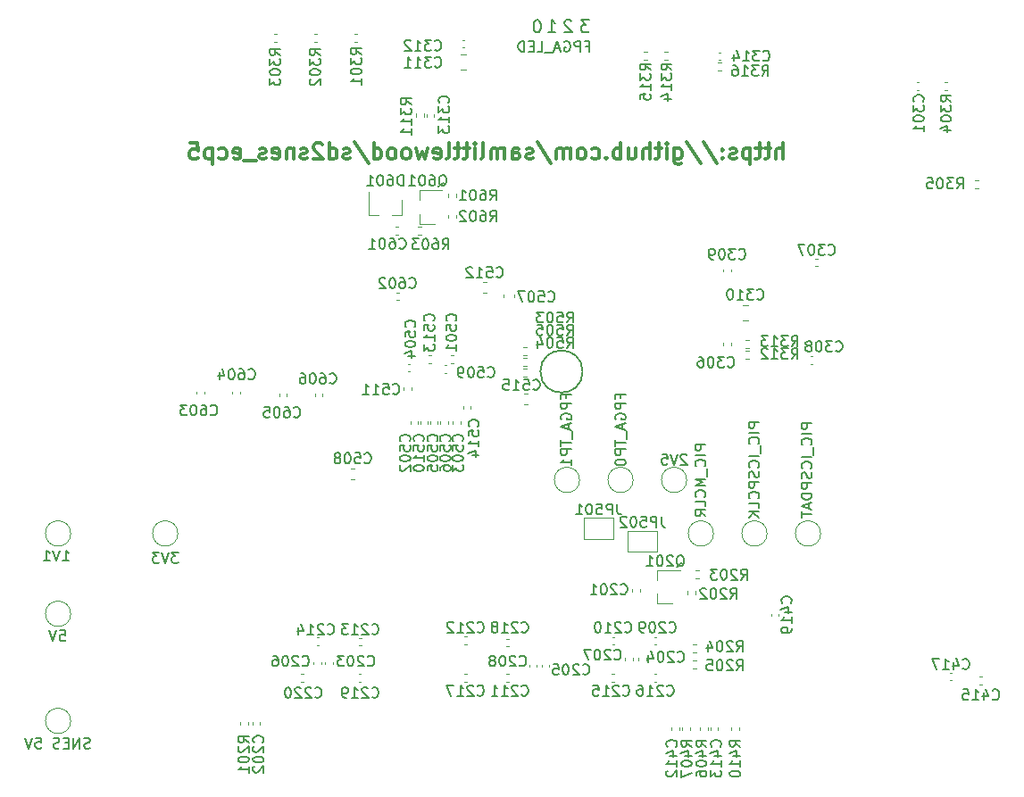
<source format=gbr>
%TF.GenerationSoftware,KiCad,Pcbnew,(5.1.8-0-10_14)*%
%TF.CreationDate,2021-02-17T10:46:27+00:00*%
%TF.ProjectId,sd2snes_ecp5,73643273-6e65-4735-9f65-6370352e6b69,B*%
%TF.SameCoordinates,Original*%
%TF.FileFunction,Legend,Bot*%
%TF.FilePolarity,Positive*%
%FSLAX46Y46*%
G04 Gerber Fmt 4.6, Leading zero omitted, Abs format (unit mm)*
G04 Created by KiCad (PCBNEW (5.1.8-0-10_14)) date 2021-02-17 10:46:27*
%MOMM*%
%LPD*%
G01*
G04 APERTURE LIST*
%ADD10C,0.200000*%
%ADD11C,0.304800*%
%ADD12C,0.120000*%
%ADD13C,0.190500*%
%ADD14C,0.150000*%
%ADD15O,1.400000X2.400000*%
%ADD16O,1.400000X2.700000*%
%ADD17C,0.700000*%
%ADD18O,0.950000X0.700000*%
%ADD19O,1.800000X1.800000*%
%ADD20C,0.100000*%
%ADD21R,5.798820X5.999480*%
%ADD22R,5.999480X5.001260*%
%ADD23R,59.999880X8.001000*%
%ADD24R,12.499340X8.001000*%
%ADD25C,2.100000*%
G04 APERTURE END LIST*
D10*
X159700000Y-73342857D02*
X158957142Y-73342857D01*
X159357142Y-73800000D01*
X159185714Y-73800000D01*
X159071428Y-73857142D01*
X159014285Y-73914285D01*
X158957142Y-74028571D01*
X158957142Y-74314285D01*
X159014285Y-74428571D01*
X159071428Y-74485714D01*
X159185714Y-74542857D01*
X159528571Y-74542857D01*
X159642857Y-74485714D01*
X159700000Y-74428571D01*
X158042857Y-73457142D02*
X157985714Y-73400000D01*
X157871428Y-73342857D01*
X157585714Y-73342857D01*
X157471428Y-73400000D01*
X157414285Y-73457142D01*
X157357142Y-73571428D01*
X157357142Y-73685714D01*
X157414285Y-73857142D01*
X158100000Y-74542857D01*
X157357142Y-74542857D01*
X155857142Y-74542857D02*
X156542857Y-74542857D01*
X156200000Y-74542857D02*
X156200000Y-73342857D01*
X156314285Y-73514285D01*
X156428571Y-73628571D01*
X156542857Y-73685714D01*
X154857142Y-73342857D02*
X154742857Y-73342857D01*
X154628571Y-73400000D01*
X154571428Y-73457142D01*
X154514285Y-73571428D01*
X154457142Y-73800000D01*
X154457142Y-74085714D01*
X154514285Y-74314285D01*
X154571428Y-74428571D01*
X154628571Y-74485714D01*
X154742857Y-74542857D01*
X154857142Y-74542857D01*
X154971428Y-74485714D01*
X155028571Y-74428571D01*
X155085714Y-74314285D01*
X155142857Y-74085714D01*
X155142857Y-73800000D01*
X155085714Y-73571428D01*
X155028571Y-73457142D01*
X154971428Y-73400000D01*
X154857142Y-73342857D01*
X159423809Y-75828571D02*
X159757142Y-75828571D01*
X159757142Y-76352380D02*
X159757142Y-75352380D01*
X159280952Y-75352380D01*
X158900000Y-76352380D02*
X158900000Y-75352380D01*
X158519047Y-75352380D01*
X158423809Y-75400000D01*
X158376190Y-75447619D01*
X158328571Y-75542857D01*
X158328571Y-75685714D01*
X158376190Y-75780952D01*
X158423809Y-75828571D01*
X158519047Y-75876190D01*
X158900000Y-75876190D01*
X157376190Y-75400000D02*
X157471428Y-75352380D01*
X157614285Y-75352380D01*
X157757142Y-75400000D01*
X157852380Y-75495238D01*
X157900000Y-75590476D01*
X157947619Y-75780952D01*
X157947619Y-75923809D01*
X157900000Y-76114285D01*
X157852380Y-76209523D01*
X157757142Y-76304761D01*
X157614285Y-76352380D01*
X157519047Y-76352380D01*
X157376190Y-76304761D01*
X157328571Y-76257142D01*
X157328571Y-75923809D01*
X157519047Y-75923809D01*
X156947619Y-76066666D02*
X156471428Y-76066666D01*
X157042857Y-76352380D02*
X156709523Y-75352380D01*
X156376190Y-76352380D01*
X156280952Y-76447619D02*
X155519047Y-76447619D01*
X154804761Y-76352380D02*
X155280952Y-76352380D01*
X155280952Y-75352380D01*
X154471428Y-75828571D02*
X154138095Y-75828571D01*
X153995238Y-76352380D02*
X154471428Y-76352380D01*
X154471428Y-75352380D01*
X153995238Y-75352380D01*
X153566666Y-76352380D02*
X153566666Y-75352380D01*
X153328571Y-75352380D01*
X153185714Y-75400000D01*
X153090476Y-75495238D01*
X153042857Y-75590476D01*
X152995238Y-75780952D01*
X152995238Y-75923809D01*
X153042857Y-76114285D01*
X153090476Y-76209523D01*
X153185714Y-76304761D01*
X153328571Y-76352380D01*
X153566666Y-76352380D01*
D11*
X178121428Y-86554428D02*
X178121428Y-85030428D01*
X177468285Y-86554428D02*
X177468285Y-85756142D01*
X177540857Y-85611000D01*
X177686000Y-85538428D01*
X177903714Y-85538428D01*
X178048857Y-85611000D01*
X178121428Y-85683571D01*
X176960285Y-85538428D02*
X176379714Y-85538428D01*
X176742571Y-85030428D02*
X176742571Y-86336714D01*
X176670000Y-86481857D01*
X176524857Y-86554428D01*
X176379714Y-86554428D01*
X176089428Y-85538428D02*
X175508857Y-85538428D01*
X175871714Y-85030428D02*
X175871714Y-86336714D01*
X175799142Y-86481857D01*
X175654000Y-86554428D01*
X175508857Y-86554428D01*
X175000857Y-85538428D02*
X175000857Y-87062428D01*
X175000857Y-85611000D02*
X174855714Y-85538428D01*
X174565428Y-85538428D01*
X174420285Y-85611000D01*
X174347714Y-85683571D01*
X174275142Y-85828714D01*
X174275142Y-86264142D01*
X174347714Y-86409285D01*
X174420285Y-86481857D01*
X174565428Y-86554428D01*
X174855714Y-86554428D01*
X175000857Y-86481857D01*
X173694571Y-86481857D02*
X173549428Y-86554428D01*
X173259142Y-86554428D01*
X173114000Y-86481857D01*
X173041428Y-86336714D01*
X173041428Y-86264142D01*
X173114000Y-86119000D01*
X173259142Y-86046428D01*
X173476857Y-86046428D01*
X173622000Y-85973857D01*
X173694571Y-85828714D01*
X173694571Y-85756142D01*
X173622000Y-85611000D01*
X173476857Y-85538428D01*
X173259142Y-85538428D01*
X173114000Y-85611000D01*
X172388285Y-86409285D02*
X172315714Y-86481857D01*
X172388285Y-86554428D01*
X172460857Y-86481857D01*
X172388285Y-86409285D01*
X172388285Y-86554428D01*
X172388285Y-85611000D02*
X172315714Y-85683571D01*
X172388285Y-85756142D01*
X172460857Y-85683571D01*
X172388285Y-85611000D01*
X172388285Y-85756142D01*
X170574000Y-84957857D02*
X171880285Y-86917285D01*
X168977428Y-84957857D02*
X170283714Y-86917285D01*
X167816285Y-85538428D02*
X167816285Y-86772142D01*
X167888857Y-86917285D01*
X167961428Y-86989857D01*
X168106571Y-87062428D01*
X168324285Y-87062428D01*
X168469428Y-86989857D01*
X167816285Y-86481857D02*
X167961428Y-86554428D01*
X168251714Y-86554428D01*
X168396857Y-86481857D01*
X168469428Y-86409285D01*
X168542000Y-86264142D01*
X168542000Y-85828714D01*
X168469428Y-85683571D01*
X168396857Y-85611000D01*
X168251714Y-85538428D01*
X167961428Y-85538428D01*
X167816285Y-85611000D01*
X167090571Y-86554428D02*
X167090571Y-85538428D01*
X167090571Y-85030428D02*
X167163142Y-85103000D01*
X167090571Y-85175571D01*
X167018000Y-85103000D01*
X167090571Y-85030428D01*
X167090571Y-85175571D01*
X166582571Y-85538428D02*
X166002000Y-85538428D01*
X166364857Y-85030428D02*
X166364857Y-86336714D01*
X166292285Y-86481857D01*
X166147142Y-86554428D01*
X166002000Y-86554428D01*
X165494000Y-86554428D02*
X165494000Y-85030428D01*
X164840857Y-86554428D02*
X164840857Y-85756142D01*
X164913428Y-85611000D01*
X165058571Y-85538428D01*
X165276285Y-85538428D01*
X165421428Y-85611000D01*
X165494000Y-85683571D01*
X163462000Y-85538428D02*
X163462000Y-86554428D01*
X164115142Y-85538428D02*
X164115142Y-86336714D01*
X164042571Y-86481857D01*
X163897428Y-86554428D01*
X163679714Y-86554428D01*
X163534571Y-86481857D01*
X163462000Y-86409285D01*
X162736285Y-86554428D02*
X162736285Y-85030428D01*
X162736285Y-85611000D02*
X162591142Y-85538428D01*
X162300857Y-85538428D01*
X162155714Y-85611000D01*
X162083142Y-85683571D01*
X162010571Y-85828714D01*
X162010571Y-86264142D01*
X162083142Y-86409285D01*
X162155714Y-86481857D01*
X162300857Y-86554428D01*
X162591142Y-86554428D01*
X162736285Y-86481857D01*
X161357428Y-86409285D02*
X161284857Y-86481857D01*
X161357428Y-86554428D01*
X161430000Y-86481857D01*
X161357428Y-86409285D01*
X161357428Y-86554428D01*
X159978571Y-86481857D02*
X160123714Y-86554428D01*
X160414000Y-86554428D01*
X160559142Y-86481857D01*
X160631714Y-86409285D01*
X160704285Y-86264142D01*
X160704285Y-85828714D01*
X160631714Y-85683571D01*
X160559142Y-85611000D01*
X160414000Y-85538428D01*
X160123714Y-85538428D01*
X159978571Y-85611000D01*
X159107714Y-86554428D02*
X159252857Y-86481857D01*
X159325428Y-86409285D01*
X159398000Y-86264142D01*
X159398000Y-85828714D01*
X159325428Y-85683571D01*
X159252857Y-85611000D01*
X159107714Y-85538428D01*
X158890000Y-85538428D01*
X158744857Y-85611000D01*
X158672285Y-85683571D01*
X158599714Y-85828714D01*
X158599714Y-86264142D01*
X158672285Y-86409285D01*
X158744857Y-86481857D01*
X158890000Y-86554428D01*
X159107714Y-86554428D01*
X157946571Y-86554428D02*
X157946571Y-85538428D01*
X157946571Y-85683571D02*
X157874000Y-85611000D01*
X157728857Y-85538428D01*
X157511142Y-85538428D01*
X157366000Y-85611000D01*
X157293428Y-85756142D01*
X157293428Y-86554428D01*
X157293428Y-85756142D02*
X157220857Y-85611000D01*
X157075714Y-85538428D01*
X156858000Y-85538428D01*
X156712857Y-85611000D01*
X156640285Y-85756142D01*
X156640285Y-86554428D01*
X154826000Y-84957857D02*
X156132285Y-86917285D01*
X154390571Y-86481857D02*
X154245428Y-86554428D01*
X153955142Y-86554428D01*
X153810000Y-86481857D01*
X153737428Y-86336714D01*
X153737428Y-86264142D01*
X153810000Y-86119000D01*
X153955142Y-86046428D01*
X154172857Y-86046428D01*
X154318000Y-85973857D01*
X154390571Y-85828714D01*
X154390571Y-85756142D01*
X154318000Y-85611000D01*
X154172857Y-85538428D01*
X153955142Y-85538428D01*
X153810000Y-85611000D01*
X152431142Y-86554428D02*
X152431142Y-85756142D01*
X152503714Y-85611000D01*
X152648857Y-85538428D01*
X152939142Y-85538428D01*
X153084285Y-85611000D01*
X152431142Y-86481857D02*
X152576285Y-86554428D01*
X152939142Y-86554428D01*
X153084285Y-86481857D01*
X153156857Y-86336714D01*
X153156857Y-86191571D01*
X153084285Y-86046428D01*
X152939142Y-85973857D01*
X152576285Y-85973857D01*
X152431142Y-85901285D01*
X151705428Y-86554428D02*
X151705428Y-85538428D01*
X151705428Y-85683571D02*
X151632857Y-85611000D01*
X151487714Y-85538428D01*
X151270000Y-85538428D01*
X151124857Y-85611000D01*
X151052285Y-85756142D01*
X151052285Y-86554428D01*
X151052285Y-85756142D02*
X150979714Y-85611000D01*
X150834571Y-85538428D01*
X150616857Y-85538428D01*
X150471714Y-85611000D01*
X150399142Y-85756142D01*
X150399142Y-86554428D01*
X149455714Y-86554428D02*
X149600857Y-86481857D01*
X149673428Y-86336714D01*
X149673428Y-85030428D01*
X148875142Y-86554428D02*
X148875142Y-85538428D01*
X148875142Y-85030428D02*
X148947714Y-85103000D01*
X148875142Y-85175571D01*
X148802571Y-85103000D01*
X148875142Y-85030428D01*
X148875142Y-85175571D01*
X148367142Y-85538428D02*
X147786571Y-85538428D01*
X148149428Y-85030428D02*
X148149428Y-86336714D01*
X148076857Y-86481857D01*
X147931714Y-86554428D01*
X147786571Y-86554428D01*
X147496285Y-85538428D02*
X146915714Y-85538428D01*
X147278571Y-85030428D02*
X147278571Y-86336714D01*
X147206000Y-86481857D01*
X147060857Y-86554428D01*
X146915714Y-86554428D01*
X146190000Y-86554428D02*
X146335142Y-86481857D01*
X146407714Y-86336714D01*
X146407714Y-85030428D01*
X145028857Y-86481857D02*
X145174000Y-86554428D01*
X145464285Y-86554428D01*
X145609428Y-86481857D01*
X145682000Y-86336714D01*
X145682000Y-85756142D01*
X145609428Y-85611000D01*
X145464285Y-85538428D01*
X145174000Y-85538428D01*
X145028857Y-85611000D01*
X144956285Y-85756142D01*
X144956285Y-85901285D01*
X145682000Y-86046428D01*
X144448285Y-85538428D02*
X144158000Y-86554428D01*
X143867714Y-85828714D01*
X143577428Y-86554428D01*
X143287142Y-85538428D01*
X142488857Y-86554428D02*
X142634000Y-86481857D01*
X142706571Y-86409285D01*
X142779142Y-86264142D01*
X142779142Y-85828714D01*
X142706571Y-85683571D01*
X142634000Y-85611000D01*
X142488857Y-85538428D01*
X142271142Y-85538428D01*
X142126000Y-85611000D01*
X142053428Y-85683571D01*
X141980857Y-85828714D01*
X141980857Y-86264142D01*
X142053428Y-86409285D01*
X142126000Y-86481857D01*
X142271142Y-86554428D01*
X142488857Y-86554428D01*
X141110000Y-86554428D02*
X141255142Y-86481857D01*
X141327714Y-86409285D01*
X141400285Y-86264142D01*
X141400285Y-85828714D01*
X141327714Y-85683571D01*
X141255142Y-85611000D01*
X141110000Y-85538428D01*
X140892285Y-85538428D01*
X140747142Y-85611000D01*
X140674571Y-85683571D01*
X140602000Y-85828714D01*
X140602000Y-86264142D01*
X140674571Y-86409285D01*
X140747142Y-86481857D01*
X140892285Y-86554428D01*
X141110000Y-86554428D01*
X139295714Y-86554428D02*
X139295714Y-85030428D01*
X139295714Y-86481857D02*
X139440857Y-86554428D01*
X139731142Y-86554428D01*
X139876285Y-86481857D01*
X139948857Y-86409285D01*
X140021428Y-86264142D01*
X140021428Y-85828714D01*
X139948857Y-85683571D01*
X139876285Y-85611000D01*
X139731142Y-85538428D01*
X139440857Y-85538428D01*
X139295714Y-85611000D01*
X137481428Y-84957857D02*
X138787714Y-86917285D01*
X137046000Y-86481857D02*
X136900857Y-86554428D01*
X136610571Y-86554428D01*
X136465428Y-86481857D01*
X136392857Y-86336714D01*
X136392857Y-86264142D01*
X136465428Y-86119000D01*
X136610571Y-86046428D01*
X136828285Y-86046428D01*
X136973428Y-85973857D01*
X137046000Y-85828714D01*
X137046000Y-85756142D01*
X136973428Y-85611000D01*
X136828285Y-85538428D01*
X136610571Y-85538428D01*
X136465428Y-85611000D01*
X135086571Y-86554428D02*
X135086571Y-85030428D01*
X135086571Y-86481857D02*
X135231714Y-86554428D01*
X135522000Y-86554428D01*
X135667142Y-86481857D01*
X135739714Y-86409285D01*
X135812285Y-86264142D01*
X135812285Y-85828714D01*
X135739714Y-85683571D01*
X135667142Y-85611000D01*
X135522000Y-85538428D01*
X135231714Y-85538428D01*
X135086571Y-85611000D01*
X134433428Y-85175571D02*
X134360857Y-85103000D01*
X134215714Y-85030428D01*
X133852857Y-85030428D01*
X133707714Y-85103000D01*
X133635142Y-85175571D01*
X133562571Y-85320714D01*
X133562571Y-85465857D01*
X133635142Y-85683571D01*
X134506000Y-86554428D01*
X133562571Y-86554428D01*
X132982000Y-86481857D02*
X132836857Y-86554428D01*
X132546571Y-86554428D01*
X132401428Y-86481857D01*
X132328857Y-86336714D01*
X132328857Y-86264142D01*
X132401428Y-86119000D01*
X132546571Y-86046428D01*
X132764285Y-86046428D01*
X132909428Y-85973857D01*
X132982000Y-85828714D01*
X132982000Y-85756142D01*
X132909428Y-85611000D01*
X132764285Y-85538428D01*
X132546571Y-85538428D01*
X132401428Y-85611000D01*
X131675714Y-85538428D02*
X131675714Y-86554428D01*
X131675714Y-85683571D02*
X131603142Y-85611000D01*
X131458000Y-85538428D01*
X131240285Y-85538428D01*
X131095142Y-85611000D01*
X131022571Y-85756142D01*
X131022571Y-86554428D01*
X129716285Y-86481857D02*
X129861428Y-86554428D01*
X130151714Y-86554428D01*
X130296857Y-86481857D01*
X130369428Y-86336714D01*
X130369428Y-85756142D01*
X130296857Y-85611000D01*
X130151714Y-85538428D01*
X129861428Y-85538428D01*
X129716285Y-85611000D01*
X129643714Y-85756142D01*
X129643714Y-85901285D01*
X130369428Y-86046428D01*
X129063142Y-86481857D02*
X128918000Y-86554428D01*
X128627714Y-86554428D01*
X128482571Y-86481857D01*
X128410000Y-86336714D01*
X128410000Y-86264142D01*
X128482571Y-86119000D01*
X128627714Y-86046428D01*
X128845428Y-86046428D01*
X128990571Y-85973857D01*
X129063142Y-85828714D01*
X129063142Y-85756142D01*
X128990571Y-85611000D01*
X128845428Y-85538428D01*
X128627714Y-85538428D01*
X128482571Y-85611000D01*
X128119714Y-86699571D02*
X126958571Y-86699571D01*
X126015142Y-86481857D02*
X126160285Y-86554428D01*
X126450571Y-86554428D01*
X126595714Y-86481857D01*
X126668285Y-86336714D01*
X126668285Y-85756142D01*
X126595714Y-85611000D01*
X126450571Y-85538428D01*
X126160285Y-85538428D01*
X126015142Y-85611000D01*
X125942571Y-85756142D01*
X125942571Y-85901285D01*
X126668285Y-86046428D01*
X124636285Y-86481857D02*
X124781428Y-86554428D01*
X125071714Y-86554428D01*
X125216857Y-86481857D01*
X125289428Y-86409285D01*
X125362000Y-86264142D01*
X125362000Y-85828714D01*
X125289428Y-85683571D01*
X125216857Y-85611000D01*
X125071714Y-85538428D01*
X124781428Y-85538428D01*
X124636285Y-85611000D01*
X123983142Y-85538428D02*
X123983142Y-87062428D01*
X123983142Y-85611000D02*
X123838000Y-85538428D01*
X123547714Y-85538428D01*
X123402571Y-85611000D01*
X123330000Y-85683571D01*
X123257428Y-85828714D01*
X123257428Y-86264142D01*
X123330000Y-86409285D01*
X123402571Y-86481857D01*
X123547714Y-86554428D01*
X123838000Y-86554428D01*
X123983142Y-86481857D01*
X121878571Y-85030428D02*
X122604285Y-85030428D01*
X122676857Y-85756142D01*
X122604285Y-85683571D01*
X122459142Y-85611000D01*
X122096285Y-85611000D01*
X121951142Y-85683571D01*
X121878571Y-85756142D01*
X121806000Y-85901285D01*
X121806000Y-86264142D01*
X121878571Y-86409285D01*
X121951142Y-86481857D01*
X122096285Y-86554428D01*
X122459142Y-86554428D01*
X122604285Y-86481857D01*
X122676857Y-86409285D01*
D12*
%TO.C,R316*%
X172253641Y-77420000D02*
X171946359Y-77420000D01*
X172253641Y-78180000D02*
X171946359Y-78180000D01*
%TO.C,R315*%
X164921359Y-77130000D02*
X165228641Y-77130000D01*
X164921359Y-76370000D02*
X165228641Y-76370000D01*
%TO.C,R314*%
X167188641Y-76370000D02*
X166881359Y-76370000D01*
X167188641Y-77130000D02*
X166881359Y-77130000D01*
%TO.C,C314*%
X171992164Y-77160000D02*
X172207836Y-77160000D01*
X171992164Y-76440000D02*
X172207836Y-76440000D01*
%TO.C,D601*%
X141980000Y-91860000D02*
X141050000Y-91860000D01*
X138820000Y-91860000D02*
X139750000Y-91860000D01*
X138820000Y-91860000D02*
X138820000Y-89700000D01*
X141980000Y-91860000D02*
X141980000Y-90400000D01*
%TO.C,Q601*%
X143640000Y-92680000D02*
X145100000Y-92680000D01*
X143640000Y-89520000D02*
X145800000Y-89520000D01*
X143640000Y-89520000D02*
X143640000Y-90450000D01*
X143640000Y-92680000D02*
X143640000Y-91750000D01*
%TO.C,Q201*%
X166185000Y-128725000D02*
X167645000Y-128725000D01*
X166185000Y-125565000D02*
X168345000Y-125565000D01*
X166185000Y-125565000D02*
X166185000Y-126495000D01*
X166185000Y-128725000D02*
X166185000Y-127795000D01*
%TO.C,R313*%
X174853641Y-103720000D02*
X174546359Y-103720000D01*
X174853641Y-104480000D02*
X174546359Y-104480000D01*
%TO.C,R312*%
X174853641Y-104720000D02*
X174546359Y-104720000D01*
X174853641Y-105480000D02*
X174546359Y-105480000D01*
%TO.C,R311*%
X143288000Y-82553641D02*
X143288000Y-82246359D01*
X144048000Y-82553641D02*
X144048000Y-82246359D01*
%TO.C,C313*%
X144308000Y-82507836D02*
X144308000Y-82292164D01*
X145028000Y-82507836D02*
X145028000Y-82292164D01*
%TO.C,JP502*%
X166200000Y-121800000D02*
X163400000Y-121800000D01*
X163400000Y-121800000D02*
X163400000Y-123800000D01*
X163400000Y-123800000D02*
X166200000Y-123800000D01*
X166200000Y-123800000D02*
X166200000Y-121800000D01*
%TO.C,JP501*%
X162000000Y-120600000D02*
X159200000Y-120600000D01*
X159200000Y-120600000D02*
X159200000Y-122600000D01*
X159200000Y-122600000D02*
X162000000Y-122600000D01*
X162000000Y-122600000D02*
X162000000Y-120600000D01*
D13*
%TO.C,J201*%
X159100820Y-106700620D02*
G75*
G03*
X159100820Y-106700620I-1998980J0D01*
G01*
D12*
%TO.C,R205*%
X169566359Y-134905000D02*
X169873641Y-134905000D01*
X169566359Y-134145000D02*
X169873641Y-134145000D01*
%TO.C,R204*%
X169566359Y-133305000D02*
X169873641Y-133305000D01*
X169566359Y-132545000D02*
X169873641Y-132545000D01*
%TO.C,C506*%
X145610000Y-111417164D02*
X145610000Y-111632836D01*
X146330000Y-111417164D02*
X146330000Y-111632836D01*
%TO.C,C505*%
X144660000Y-111417164D02*
X144660000Y-111632836D01*
X145380000Y-111417164D02*
X145380000Y-111632836D01*
%TO.C,C310*%
X174805252Y-100370000D02*
X174282748Y-100370000D01*
X174805252Y-101840000D02*
X174282748Y-101840000D01*
%TO.C,C515*%
X153579420Y-108815000D02*
X153860580Y-108815000D01*
X153579420Y-109835000D02*
X153860580Y-109835000D01*
%TO.C,TP408*%
X171520000Y-122060000D02*
G75*
G03*
X171520000Y-122060000I-1200000J0D01*
G01*
%TO.C,TP407*%
X176600000Y-122060000D02*
G75*
G03*
X176600000Y-122060000I-1200000J0D01*
G01*
%TO.C,TP406*%
X181680000Y-122060000D02*
G75*
G03*
X181680000Y-122060000I-1200000J0D01*
G01*
%TO.C,TP502*%
X158820000Y-116980000D02*
G75*
G03*
X158820000Y-116980000I-1200000J0D01*
G01*
%TO.C,TP501*%
X163900000Y-116980000D02*
G75*
G03*
X163900000Y-116980000I-1200000J0D01*
G01*
%TO.C,TP401*%
X110560000Y-139840000D02*
G75*
G03*
X110560000Y-139840000I-1200000J0D01*
G01*
%TO.C,R505*%
X153500359Y-106180000D02*
X153807641Y-106180000D01*
X153500359Y-105420000D02*
X153807641Y-105420000D01*
%TO.C,R504*%
X153500359Y-107180000D02*
X153807641Y-107180000D01*
X153500359Y-106420000D02*
X153807641Y-106420000D01*
%TO.C,R503*%
X153500359Y-105180000D02*
X153807641Y-105180000D01*
X153500359Y-104420000D02*
X153807641Y-104420000D01*
%TO.C,C512*%
X149679420Y-99235000D02*
X149960580Y-99235000D01*
X149679420Y-98215000D02*
X149960580Y-98215000D01*
%TO.C,C508*%
X137440580Y-115890000D02*
X137159420Y-115890000D01*
X137440580Y-116910000D02*
X137159420Y-116910000D01*
%TO.C,C507*%
X152610000Y-99640580D02*
X152610000Y-99359420D01*
X151590000Y-99640580D02*
X151590000Y-99359420D01*
%TO.C,C415*%
X196755164Y-135670000D02*
X196970836Y-135670000D01*
X196755164Y-136390000D02*
X196970836Y-136390000D01*
%TO.C,TP405*%
X168980000Y-116980000D02*
G75*
G03*
X168980000Y-116980000I-1200000J0D01*
G01*
%TO.C,TP404*%
X120720000Y-122060000D02*
G75*
G03*
X120720000Y-122060000I-1200000J0D01*
G01*
%TO.C,TP403*%
X110560000Y-122060000D02*
G75*
G03*
X110560000Y-122060000I-1200000J0D01*
G01*
%TO.C,TP402*%
X110560000Y-129680000D02*
G75*
G03*
X110560000Y-129680000I-1200000J0D01*
G01*
%TO.C,C309*%
X173174000Y-97017164D02*
X173174000Y-97232836D01*
X172454000Y-97017164D02*
X172454000Y-97232836D01*
%TO.C,C308*%
X180706164Y-105245000D02*
X180921836Y-105245000D01*
X180706164Y-105965000D02*
X180921836Y-105965000D01*
%TO.C,C307*%
X181401836Y-96715000D02*
X181186164Y-96715000D01*
X181401836Y-95995000D02*
X181186164Y-95995000D01*
%TO.C,C306*%
X173174000Y-103997164D02*
X173174000Y-104212836D01*
X172454000Y-103997164D02*
X172454000Y-104212836D01*
%TO.C,C311*%
X147520748Y-76620000D02*
X148043252Y-76620000D01*
X147520748Y-78090000D02*
X148043252Y-78090000D01*
%TO.C,R602*%
X146320000Y-91836359D02*
X146320000Y-92143641D01*
X147080000Y-91836359D02*
X147080000Y-92143641D01*
%TO.C,R601*%
X147080000Y-90143641D02*
X147080000Y-89836359D01*
X146320000Y-90143641D02*
X146320000Y-89836359D01*
%TO.C,R603*%
X143496359Y-93730000D02*
X143803641Y-93730000D01*
X143496359Y-92970000D02*
X143803641Y-92970000D01*
%TO.C,R305*%
X196653641Y-88520000D02*
X196346359Y-88520000D01*
X196653641Y-89280000D02*
X196346359Y-89280000D01*
%TO.C,R304*%
X193401359Y-80020000D02*
X193708641Y-80020000D01*
X193401359Y-79260000D02*
X193708641Y-79260000D01*
%TO.C,R301*%
X137430359Y-75450000D02*
X137737641Y-75450000D01*
X137430359Y-74690000D02*
X137737641Y-74690000D01*
%TO.C,R302*%
X133937641Y-74690000D02*
X133630359Y-74690000D01*
X133937641Y-75450000D02*
X133630359Y-75450000D01*
%TO.C,R303*%
X130137641Y-74690000D02*
X129830359Y-74690000D01*
X130137641Y-75450000D02*
X129830359Y-75450000D01*
%TO.C,R407*%
X169280000Y-140753641D02*
X169280000Y-140446359D01*
X168520000Y-140753641D02*
X168520000Y-140446359D01*
%TO.C,R406*%
X170220000Y-140446359D02*
X170220000Y-140753641D01*
X170980000Y-140446359D02*
X170980000Y-140753641D01*
%TO.C,R410*%
X173220000Y-140446359D02*
X173220000Y-140753641D01*
X173980000Y-140446359D02*
X173980000Y-140753641D01*
%TO.C,R203*%
X170108641Y-125565000D02*
X169801359Y-125565000D01*
X170108641Y-126325000D02*
X169801359Y-126325000D01*
%TO.C,R202*%
X169065000Y-127531359D02*
X169065000Y-127838641D01*
X169825000Y-127531359D02*
X169825000Y-127838641D01*
%TO.C,R201*%
X126620000Y-139927359D02*
X126620000Y-140234641D01*
X127380000Y-139927359D02*
X127380000Y-140234641D01*
%TO.C,C602*%
X141657836Y-99190000D02*
X141442164Y-99190000D01*
X141657836Y-99910000D02*
X141442164Y-99910000D01*
%TO.C,C604*%
X125880000Y-108592164D02*
X125880000Y-108807836D01*
X126600000Y-108592164D02*
X126600000Y-108807836D01*
%TO.C,C603*%
X123225000Y-108807836D02*
X123225000Y-108592164D01*
X122505000Y-108807836D02*
X122505000Y-108592164D01*
%TO.C,C312*%
X147674164Y-75965000D02*
X147889836Y-75965000D01*
X147674164Y-75245000D02*
X147889836Y-75245000D01*
%TO.C,C301*%
X190997836Y-79280000D02*
X190782164Y-79280000D01*
X190997836Y-80000000D02*
X190782164Y-80000000D01*
%TO.C,C417*%
X194148836Y-135289000D02*
X193933164Y-135289000D01*
X194148836Y-136009000D02*
X193933164Y-136009000D01*
%TO.C,C412*%
X167540000Y-140492164D02*
X167540000Y-140707836D01*
X168260000Y-140492164D02*
X168260000Y-140707836D01*
%TO.C,C413*%
X171240000Y-140492164D02*
X171240000Y-140707836D01*
X171960000Y-140492164D02*
X171960000Y-140707836D01*
%TO.C,C419*%
X177685000Y-129882836D02*
X177685000Y-129667164D01*
X176965000Y-129882836D02*
X176965000Y-129667164D01*
%TO.C,C606*%
X133732500Y-108792164D02*
X133732500Y-109007836D01*
X134452500Y-108792164D02*
X134452500Y-109007836D01*
%TO.C,C605*%
X131065000Y-109007836D02*
X131065000Y-108792164D01*
X130345000Y-109007836D02*
X130345000Y-108792164D01*
%TO.C,C601*%
X141392164Y-93710000D02*
X141607836Y-93710000D01*
X141392164Y-92990000D02*
X141607836Y-92990000D01*
%TO.C,C511*%
X142880000Y-108432836D02*
X142880000Y-108217164D01*
X142160000Y-108432836D02*
X142160000Y-108217164D01*
%TO.C,C510*%
X143710000Y-111417164D02*
X143710000Y-111632836D01*
X144430000Y-111417164D02*
X144430000Y-111632836D01*
%TO.C,C509*%
X146227836Y-106115000D02*
X146012164Y-106115000D01*
X146227836Y-106835000D02*
X146012164Y-106835000D01*
%TO.C,C514*%
X147760000Y-110017164D02*
X147760000Y-110232836D01*
X148480000Y-110017164D02*
X148480000Y-110232836D01*
%TO.C,C513*%
X144492164Y-105885000D02*
X144707836Y-105885000D01*
X144492164Y-105165000D02*
X144707836Y-105165000D01*
%TO.C,C504*%
X142747836Y-105965000D02*
X142532164Y-105965000D01*
X142747836Y-106685000D02*
X142532164Y-106685000D01*
%TO.C,C503*%
X146810000Y-111417164D02*
X146810000Y-111632836D01*
X147530000Y-111417164D02*
X147530000Y-111632836D01*
%TO.C,C502*%
X142760000Y-111417164D02*
X142760000Y-111632836D01*
X143480000Y-111417164D02*
X143480000Y-111632836D01*
%TO.C,C501*%
X146827836Y-105165000D02*
X146612164Y-105165000D01*
X146827836Y-105885000D02*
X146612164Y-105885000D01*
%TO.C,C203*%
X135410000Y-134457836D02*
X135410000Y-134242164D01*
X134690000Y-134457836D02*
X134690000Y-134242164D01*
%TO.C,C206*%
X134310000Y-134457836D02*
X134310000Y-134242164D01*
X133590000Y-134457836D02*
X133590000Y-134242164D01*
%TO.C,C202*%
X128503000Y-140188836D02*
X128503000Y-139973164D01*
X127783000Y-140188836D02*
X127783000Y-139973164D01*
%TO.C,C208*%
X154760000Y-134707836D02*
X154760000Y-134492164D01*
X154040000Y-134707836D02*
X154040000Y-134492164D01*
%TO.C,C204*%
X165110000Y-134107836D02*
X165110000Y-133892164D01*
X164390000Y-134107836D02*
X164390000Y-133892164D01*
%TO.C,C201*%
X164555000Y-127552836D02*
X164555000Y-127337164D01*
X163835000Y-127552836D02*
X163835000Y-127337164D01*
%TO.C,C205*%
X155960000Y-134707836D02*
X155960000Y-134492164D01*
X155240000Y-134707836D02*
X155240000Y-134492164D01*
%TO.C,C207*%
X163860000Y-134107836D02*
X163860000Y-133892164D01*
X163140000Y-134107836D02*
X163140000Y-133892164D01*
%TO.C,C220*%
X132607836Y-135390000D02*
X132392164Y-135390000D01*
X132607836Y-136110000D02*
X132392164Y-136110000D01*
%TO.C,C219*%
X138087836Y-135390000D02*
X137872164Y-135390000D01*
X138087836Y-136110000D02*
X137872164Y-136110000D01*
%TO.C,C218*%
X152087836Y-135390000D02*
X151872164Y-135390000D01*
X152087836Y-136110000D02*
X151872164Y-136110000D01*
%TO.C,C217*%
X147892164Y-136110000D02*
X148107836Y-136110000D01*
X147892164Y-135390000D02*
X148107836Y-135390000D01*
%TO.C,C216*%
X166107836Y-135390000D02*
X165892164Y-135390000D01*
X166107836Y-136110000D02*
X165892164Y-136110000D01*
%TO.C,C215*%
X161872164Y-136110000D02*
X162087836Y-136110000D01*
X161872164Y-135390000D02*
X162087836Y-135390000D01*
%TO.C,C214*%
X133892164Y-132660000D02*
X134107836Y-132660000D01*
X133892164Y-131940000D02*
X134107836Y-131940000D01*
%TO.C,C213*%
X138107836Y-131990000D02*
X137892164Y-131990000D01*
X138107836Y-132710000D02*
X137892164Y-132710000D01*
%TO.C,C212*%
X147892164Y-132560000D02*
X148107836Y-132560000D01*
X147892164Y-131840000D02*
X148107836Y-131840000D01*
%TO.C,C211*%
X152107836Y-132040000D02*
X151892164Y-132040000D01*
X152107836Y-132760000D02*
X151892164Y-132760000D01*
%TO.C,C210*%
X161912164Y-132610000D02*
X162127836Y-132610000D01*
X161912164Y-131890000D02*
X162127836Y-131890000D01*
%TO.C,C209*%
X166107836Y-131880000D02*
X165892164Y-131880000D01*
X166107836Y-132600000D02*
X165892164Y-132600000D01*
%TO.C,R316*%
D14*
X176119047Y-78652380D02*
X176452380Y-78176190D01*
X176690476Y-78652380D02*
X176690476Y-77652380D01*
X176309523Y-77652380D01*
X176214285Y-77700000D01*
X176166666Y-77747619D01*
X176119047Y-77842857D01*
X176119047Y-77985714D01*
X176166666Y-78080952D01*
X176214285Y-78128571D01*
X176309523Y-78176190D01*
X176690476Y-78176190D01*
X175785714Y-77652380D02*
X175166666Y-77652380D01*
X175500000Y-78033333D01*
X175357142Y-78033333D01*
X175261904Y-78080952D01*
X175214285Y-78128571D01*
X175166666Y-78223809D01*
X175166666Y-78461904D01*
X175214285Y-78557142D01*
X175261904Y-78604761D01*
X175357142Y-78652380D01*
X175642857Y-78652380D01*
X175738095Y-78604761D01*
X175785714Y-78557142D01*
X174214285Y-78652380D02*
X174785714Y-78652380D01*
X174500000Y-78652380D02*
X174500000Y-77652380D01*
X174595238Y-77795238D01*
X174690476Y-77890476D01*
X174785714Y-77938095D01*
X173357142Y-77652380D02*
X173547619Y-77652380D01*
X173642857Y-77700000D01*
X173690476Y-77747619D01*
X173785714Y-77890476D01*
X173833333Y-78080952D01*
X173833333Y-78461904D01*
X173785714Y-78557142D01*
X173738095Y-78604761D01*
X173642857Y-78652380D01*
X173452380Y-78652380D01*
X173357142Y-78604761D01*
X173309523Y-78557142D01*
X173261904Y-78461904D01*
X173261904Y-78223809D01*
X173309523Y-78128571D01*
X173357142Y-78080952D01*
X173452380Y-78033333D01*
X173642857Y-78033333D01*
X173738095Y-78080952D01*
X173785714Y-78128571D01*
X173833333Y-78223809D01*
%TO.C,R315*%
X165552380Y-78080952D02*
X165076190Y-77747619D01*
X165552380Y-77509523D02*
X164552380Y-77509523D01*
X164552380Y-77890476D01*
X164600000Y-77985714D01*
X164647619Y-78033333D01*
X164742857Y-78080952D01*
X164885714Y-78080952D01*
X164980952Y-78033333D01*
X165028571Y-77985714D01*
X165076190Y-77890476D01*
X165076190Y-77509523D01*
X164552380Y-78414285D02*
X164552380Y-79033333D01*
X164933333Y-78700000D01*
X164933333Y-78842857D01*
X164980952Y-78938095D01*
X165028571Y-78985714D01*
X165123809Y-79033333D01*
X165361904Y-79033333D01*
X165457142Y-78985714D01*
X165504761Y-78938095D01*
X165552380Y-78842857D01*
X165552380Y-78557142D01*
X165504761Y-78461904D01*
X165457142Y-78414285D01*
X165552380Y-79985714D02*
X165552380Y-79414285D01*
X165552380Y-79700000D02*
X164552380Y-79700000D01*
X164695238Y-79604761D01*
X164790476Y-79509523D01*
X164838095Y-79414285D01*
X164552380Y-80890476D02*
X164552380Y-80414285D01*
X165028571Y-80366666D01*
X164980952Y-80414285D01*
X164933333Y-80509523D01*
X164933333Y-80747619D01*
X164980952Y-80842857D01*
X165028571Y-80890476D01*
X165123809Y-80938095D01*
X165361904Y-80938095D01*
X165457142Y-80890476D01*
X165504761Y-80842857D01*
X165552380Y-80747619D01*
X165552380Y-80509523D01*
X165504761Y-80414285D01*
X165457142Y-80366666D01*
%TO.C,R314*%
X167552380Y-78080952D02*
X167076190Y-77747619D01*
X167552380Y-77509523D02*
X166552380Y-77509523D01*
X166552380Y-77890476D01*
X166600000Y-77985714D01*
X166647619Y-78033333D01*
X166742857Y-78080952D01*
X166885714Y-78080952D01*
X166980952Y-78033333D01*
X167028571Y-77985714D01*
X167076190Y-77890476D01*
X167076190Y-77509523D01*
X166552380Y-78414285D02*
X166552380Y-79033333D01*
X166933333Y-78700000D01*
X166933333Y-78842857D01*
X166980952Y-78938095D01*
X167028571Y-78985714D01*
X167123809Y-79033333D01*
X167361904Y-79033333D01*
X167457142Y-78985714D01*
X167504761Y-78938095D01*
X167552380Y-78842857D01*
X167552380Y-78557142D01*
X167504761Y-78461904D01*
X167457142Y-78414285D01*
X167552380Y-79985714D02*
X167552380Y-79414285D01*
X167552380Y-79700000D02*
X166552380Y-79700000D01*
X166695238Y-79604761D01*
X166790476Y-79509523D01*
X166838095Y-79414285D01*
X166885714Y-80842857D02*
X167552380Y-80842857D01*
X166504761Y-80604761D02*
X167219047Y-80366666D01*
X167219047Y-80985714D01*
%TO.C,C314*%
X176219047Y-77157142D02*
X176266666Y-77204761D01*
X176409523Y-77252380D01*
X176504761Y-77252380D01*
X176647619Y-77204761D01*
X176742857Y-77109523D01*
X176790476Y-77014285D01*
X176838095Y-76823809D01*
X176838095Y-76680952D01*
X176790476Y-76490476D01*
X176742857Y-76395238D01*
X176647619Y-76300000D01*
X176504761Y-76252380D01*
X176409523Y-76252380D01*
X176266666Y-76300000D01*
X176219047Y-76347619D01*
X175885714Y-76252380D02*
X175266666Y-76252380D01*
X175600000Y-76633333D01*
X175457142Y-76633333D01*
X175361904Y-76680952D01*
X175314285Y-76728571D01*
X175266666Y-76823809D01*
X175266666Y-77061904D01*
X175314285Y-77157142D01*
X175361904Y-77204761D01*
X175457142Y-77252380D01*
X175742857Y-77252380D01*
X175838095Y-77204761D01*
X175885714Y-77157142D01*
X174314285Y-77252380D02*
X174885714Y-77252380D01*
X174600000Y-77252380D02*
X174600000Y-76252380D01*
X174695238Y-76395238D01*
X174790476Y-76490476D01*
X174885714Y-76538095D01*
X173457142Y-76585714D02*
X173457142Y-77252380D01*
X173695238Y-76204761D02*
X173933333Y-76919047D01*
X173314285Y-76919047D01*
%TO.C,D601*%
X142090476Y-89052380D02*
X142090476Y-88052380D01*
X141852380Y-88052380D01*
X141709523Y-88100000D01*
X141614285Y-88195238D01*
X141566666Y-88290476D01*
X141519047Y-88480952D01*
X141519047Y-88623809D01*
X141566666Y-88814285D01*
X141614285Y-88909523D01*
X141709523Y-89004761D01*
X141852380Y-89052380D01*
X142090476Y-89052380D01*
X140661904Y-88052380D02*
X140852380Y-88052380D01*
X140947619Y-88100000D01*
X140995238Y-88147619D01*
X141090476Y-88290476D01*
X141138095Y-88480952D01*
X141138095Y-88861904D01*
X141090476Y-88957142D01*
X141042857Y-89004761D01*
X140947619Y-89052380D01*
X140757142Y-89052380D01*
X140661904Y-89004761D01*
X140614285Y-88957142D01*
X140566666Y-88861904D01*
X140566666Y-88623809D01*
X140614285Y-88528571D01*
X140661904Y-88480952D01*
X140757142Y-88433333D01*
X140947619Y-88433333D01*
X141042857Y-88480952D01*
X141090476Y-88528571D01*
X141138095Y-88623809D01*
X139947619Y-88052380D02*
X139852380Y-88052380D01*
X139757142Y-88100000D01*
X139709523Y-88147619D01*
X139661904Y-88242857D01*
X139614285Y-88433333D01*
X139614285Y-88671428D01*
X139661904Y-88861904D01*
X139709523Y-88957142D01*
X139757142Y-89004761D01*
X139852380Y-89052380D01*
X139947619Y-89052380D01*
X140042857Y-89004761D01*
X140090476Y-88957142D01*
X140138095Y-88861904D01*
X140185714Y-88671428D01*
X140185714Y-88433333D01*
X140138095Y-88242857D01*
X140090476Y-88147619D01*
X140042857Y-88100000D01*
X139947619Y-88052380D01*
X138661904Y-89052380D02*
X139233333Y-89052380D01*
X138947619Y-89052380D02*
X138947619Y-88052380D01*
X139042857Y-88195238D01*
X139138095Y-88290476D01*
X139233333Y-88338095D01*
%TO.C,Q601*%
X145447619Y-89147619D02*
X145542857Y-89100000D01*
X145638095Y-89004761D01*
X145780952Y-88861904D01*
X145876190Y-88814285D01*
X145971428Y-88814285D01*
X145923809Y-89052380D02*
X146019047Y-89004761D01*
X146114285Y-88909523D01*
X146161904Y-88719047D01*
X146161904Y-88385714D01*
X146114285Y-88195238D01*
X146019047Y-88100000D01*
X145923809Y-88052380D01*
X145733333Y-88052380D01*
X145638095Y-88100000D01*
X145542857Y-88195238D01*
X145495238Y-88385714D01*
X145495238Y-88719047D01*
X145542857Y-88909523D01*
X145638095Y-89004761D01*
X145733333Y-89052380D01*
X145923809Y-89052380D01*
X144638095Y-88052380D02*
X144828571Y-88052380D01*
X144923809Y-88100000D01*
X144971428Y-88147619D01*
X145066666Y-88290476D01*
X145114285Y-88480952D01*
X145114285Y-88861904D01*
X145066666Y-88957142D01*
X145019047Y-89004761D01*
X144923809Y-89052380D01*
X144733333Y-89052380D01*
X144638095Y-89004761D01*
X144590476Y-88957142D01*
X144542857Y-88861904D01*
X144542857Y-88623809D01*
X144590476Y-88528571D01*
X144638095Y-88480952D01*
X144733333Y-88433333D01*
X144923809Y-88433333D01*
X145019047Y-88480952D01*
X145066666Y-88528571D01*
X145114285Y-88623809D01*
X143923809Y-88052380D02*
X143828571Y-88052380D01*
X143733333Y-88100000D01*
X143685714Y-88147619D01*
X143638095Y-88242857D01*
X143590476Y-88433333D01*
X143590476Y-88671428D01*
X143638095Y-88861904D01*
X143685714Y-88957142D01*
X143733333Y-89004761D01*
X143828571Y-89052380D01*
X143923809Y-89052380D01*
X144019047Y-89004761D01*
X144066666Y-88957142D01*
X144114285Y-88861904D01*
X144161904Y-88671428D01*
X144161904Y-88433333D01*
X144114285Y-88242857D01*
X144066666Y-88147619D01*
X144019047Y-88100000D01*
X143923809Y-88052380D01*
X142638095Y-89052380D02*
X143209523Y-89052380D01*
X142923809Y-89052380D02*
X142923809Y-88052380D01*
X143019047Y-88195238D01*
X143114285Y-88290476D01*
X143209523Y-88338095D01*
%TO.C,Q201*%
X167992619Y-125247619D02*
X168087857Y-125200000D01*
X168183095Y-125104761D01*
X168325952Y-124961904D01*
X168421190Y-124914285D01*
X168516428Y-124914285D01*
X168468809Y-125152380D02*
X168564047Y-125104761D01*
X168659285Y-125009523D01*
X168706904Y-124819047D01*
X168706904Y-124485714D01*
X168659285Y-124295238D01*
X168564047Y-124200000D01*
X168468809Y-124152380D01*
X168278333Y-124152380D01*
X168183095Y-124200000D01*
X168087857Y-124295238D01*
X168040238Y-124485714D01*
X168040238Y-124819047D01*
X168087857Y-125009523D01*
X168183095Y-125104761D01*
X168278333Y-125152380D01*
X168468809Y-125152380D01*
X167659285Y-124247619D02*
X167611666Y-124200000D01*
X167516428Y-124152380D01*
X167278333Y-124152380D01*
X167183095Y-124200000D01*
X167135476Y-124247619D01*
X167087857Y-124342857D01*
X167087857Y-124438095D01*
X167135476Y-124580952D01*
X167706904Y-125152380D01*
X167087857Y-125152380D01*
X166468809Y-124152380D02*
X166373571Y-124152380D01*
X166278333Y-124200000D01*
X166230714Y-124247619D01*
X166183095Y-124342857D01*
X166135476Y-124533333D01*
X166135476Y-124771428D01*
X166183095Y-124961904D01*
X166230714Y-125057142D01*
X166278333Y-125104761D01*
X166373571Y-125152380D01*
X166468809Y-125152380D01*
X166564047Y-125104761D01*
X166611666Y-125057142D01*
X166659285Y-124961904D01*
X166706904Y-124771428D01*
X166706904Y-124533333D01*
X166659285Y-124342857D01*
X166611666Y-124247619D01*
X166564047Y-124200000D01*
X166468809Y-124152380D01*
X165183095Y-125152380D02*
X165754523Y-125152380D01*
X165468809Y-125152380D02*
X165468809Y-124152380D01*
X165564047Y-124295238D01*
X165659285Y-124390476D01*
X165754523Y-124438095D01*
%TO.C,R313*%
X178919047Y-104302380D02*
X179252380Y-103826190D01*
X179490476Y-104302380D02*
X179490476Y-103302380D01*
X179109523Y-103302380D01*
X179014285Y-103350000D01*
X178966666Y-103397619D01*
X178919047Y-103492857D01*
X178919047Y-103635714D01*
X178966666Y-103730952D01*
X179014285Y-103778571D01*
X179109523Y-103826190D01*
X179490476Y-103826190D01*
X178585714Y-103302380D02*
X177966666Y-103302380D01*
X178300000Y-103683333D01*
X178157142Y-103683333D01*
X178061904Y-103730952D01*
X178014285Y-103778571D01*
X177966666Y-103873809D01*
X177966666Y-104111904D01*
X178014285Y-104207142D01*
X178061904Y-104254761D01*
X178157142Y-104302380D01*
X178442857Y-104302380D01*
X178538095Y-104254761D01*
X178585714Y-104207142D01*
X177014285Y-104302380D02*
X177585714Y-104302380D01*
X177300000Y-104302380D02*
X177300000Y-103302380D01*
X177395238Y-103445238D01*
X177490476Y-103540476D01*
X177585714Y-103588095D01*
X176680952Y-103302380D02*
X176061904Y-103302380D01*
X176395238Y-103683333D01*
X176252380Y-103683333D01*
X176157142Y-103730952D01*
X176109523Y-103778571D01*
X176061904Y-103873809D01*
X176061904Y-104111904D01*
X176109523Y-104207142D01*
X176157142Y-104254761D01*
X176252380Y-104302380D01*
X176538095Y-104302380D01*
X176633333Y-104254761D01*
X176680952Y-104207142D01*
%TO.C,R312*%
X178919047Y-105502380D02*
X179252380Y-105026190D01*
X179490476Y-105502380D02*
X179490476Y-104502380D01*
X179109523Y-104502380D01*
X179014285Y-104550000D01*
X178966666Y-104597619D01*
X178919047Y-104692857D01*
X178919047Y-104835714D01*
X178966666Y-104930952D01*
X179014285Y-104978571D01*
X179109523Y-105026190D01*
X179490476Y-105026190D01*
X178585714Y-104502380D02*
X177966666Y-104502380D01*
X178300000Y-104883333D01*
X178157142Y-104883333D01*
X178061904Y-104930952D01*
X178014285Y-104978571D01*
X177966666Y-105073809D01*
X177966666Y-105311904D01*
X178014285Y-105407142D01*
X178061904Y-105454761D01*
X178157142Y-105502380D01*
X178442857Y-105502380D01*
X178538095Y-105454761D01*
X178585714Y-105407142D01*
X177014285Y-105502380D02*
X177585714Y-105502380D01*
X177300000Y-105502380D02*
X177300000Y-104502380D01*
X177395238Y-104645238D01*
X177490476Y-104740476D01*
X177585714Y-104788095D01*
X176633333Y-104597619D02*
X176585714Y-104550000D01*
X176490476Y-104502380D01*
X176252380Y-104502380D01*
X176157142Y-104550000D01*
X176109523Y-104597619D01*
X176061904Y-104692857D01*
X176061904Y-104788095D01*
X176109523Y-104930952D01*
X176680952Y-105502380D01*
X176061904Y-105502380D01*
%TO.C,R311*%
X142852380Y-81380952D02*
X142376190Y-81047619D01*
X142852380Y-80809523D02*
X141852380Y-80809523D01*
X141852380Y-81190476D01*
X141900000Y-81285714D01*
X141947619Y-81333333D01*
X142042857Y-81380952D01*
X142185714Y-81380952D01*
X142280952Y-81333333D01*
X142328571Y-81285714D01*
X142376190Y-81190476D01*
X142376190Y-80809523D01*
X141852380Y-81714285D02*
X141852380Y-82333333D01*
X142233333Y-82000000D01*
X142233333Y-82142857D01*
X142280952Y-82238095D01*
X142328571Y-82285714D01*
X142423809Y-82333333D01*
X142661904Y-82333333D01*
X142757142Y-82285714D01*
X142804761Y-82238095D01*
X142852380Y-82142857D01*
X142852380Y-81857142D01*
X142804761Y-81761904D01*
X142757142Y-81714285D01*
X142852380Y-83285714D02*
X142852380Y-82714285D01*
X142852380Y-83000000D02*
X141852380Y-83000000D01*
X141995238Y-82904761D01*
X142090476Y-82809523D01*
X142138095Y-82714285D01*
X142852380Y-84238095D02*
X142852380Y-83666666D01*
X142852380Y-83952380D02*
X141852380Y-83952380D01*
X141995238Y-83857142D01*
X142090476Y-83761904D01*
X142138095Y-83666666D01*
%TO.C,C313*%
X146357142Y-81180952D02*
X146404761Y-81133333D01*
X146452380Y-80990476D01*
X146452380Y-80895238D01*
X146404761Y-80752380D01*
X146309523Y-80657142D01*
X146214285Y-80609523D01*
X146023809Y-80561904D01*
X145880952Y-80561904D01*
X145690476Y-80609523D01*
X145595238Y-80657142D01*
X145500000Y-80752380D01*
X145452380Y-80895238D01*
X145452380Y-80990476D01*
X145500000Y-81133333D01*
X145547619Y-81180952D01*
X145452380Y-81514285D02*
X145452380Y-82133333D01*
X145833333Y-81800000D01*
X145833333Y-81942857D01*
X145880952Y-82038095D01*
X145928571Y-82085714D01*
X146023809Y-82133333D01*
X146261904Y-82133333D01*
X146357142Y-82085714D01*
X146404761Y-82038095D01*
X146452380Y-81942857D01*
X146452380Y-81657142D01*
X146404761Y-81561904D01*
X146357142Y-81514285D01*
X146452380Y-83085714D02*
X146452380Y-82514285D01*
X146452380Y-82800000D02*
X145452380Y-82800000D01*
X145595238Y-82704761D01*
X145690476Y-82609523D01*
X145738095Y-82514285D01*
X145452380Y-83419047D02*
X145452380Y-84038095D01*
X145833333Y-83704761D01*
X145833333Y-83847619D01*
X145880952Y-83942857D01*
X145928571Y-83990476D01*
X146023809Y-84038095D01*
X146261904Y-84038095D01*
X146357142Y-83990476D01*
X146404761Y-83942857D01*
X146452380Y-83847619D01*
X146452380Y-83561904D01*
X146404761Y-83466666D01*
X146357142Y-83419047D01*
%TO.C,JP502*%
X166585714Y-120452380D02*
X166585714Y-121166666D01*
X166633333Y-121309523D01*
X166728571Y-121404761D01*
X166871428Y-121452380D01*
X166966666Y-121452380D01*
X166109523Y-121452380D02*
X166109523Y-120452380D01*
X165728571Y-120452380D01*
X165633333Y-120500000D01*
X165585714Y-120547619D01*
X165538095Y-120642857D01*
X165538095Y-120785714D01*
X165585714Y-120880952D01*
X165633333Y-120928571D01*
X165728571Y-120976190D01*
X166109523Y-120976190D01*
X164633333Y-120452380D02*
X165109523Y-120452380D01*
X165157142Y-120928571D01*
X165109523Y-120880952D01*
X165014285Y-120833333D01*
X164776190Y-120833333D01*
X164680952Y-120880952D01*
X164633333Y-120928571D01*
X164585714Y-121023809D01*
X164585714Y-121261904D01*
X164633333Y-121357142D01*
X164680952Y-121404761D01*
X164776190Y-121452380D01*
X165014285Y-121452380D01*
X165109523Y-121404761D01*
X165157142Y-121357142D01*
X163966666Y-120452380D02*
X163871428Y-120452380D01*
X163776190Y-120500000D01*
X163728571Y-120547619D01*
X163680952Y-120642857D01*
X163633333Y-120833333D01*
X163633333Y-121071428D01*
X163680952Y-121261904D01*
X163728571Y-121357142D01*
X163776190Y-121404761D01*
X163871428Y-121452380D01*
X163966666Y-121452380D01*
X164061904Y-121404761D01*
X164109523Y-121357142D01*
X164157142Y-121261904D01*
X164204761Y-121071428D01*
X164204761Y-120833333D01*
X164157142Y-120642857D01*
X164109523Y-120547619D01*
X164061904Y-120500000D01*
X163966666Y-120452380D01*
X163252380Y-120547619D02*
X163204761Y-120500000D01*
X163109523Y-120452380D01*
X162871428Y-120452380D01*
X162776190Y-120500000D01*
X162728571Y-120547619D01*
X162680952Y-120642857D01*
X162680952Y-120738095D01*
X162728571Y-120880952D01*
X163300000Y-121452380D01*
X162680952Y-121452380D01*
%TO.C,JP501*%
X162385714Y-119252380D02*
X162385714Y-119966666D01*
X162433333Y-120109523D01*
X162528571Y-120204761D01*
X162671428Y-120252380D01*
X162766666Y-120252380D01*
X161909523Y-120252380D02*
X161909523Y-119252380D01*
X161528571Y-119252380D01*
X161433333Y-119300000D01*
X161385714Y-119347619D01*
X161338095Y-119442857D01*
X161338095Y-119585714D01*
X161385714Y-119680952D01*
X161433333Y-119728571D01*
X161528571Y-119776190D01*
X161909523Y-119776190D01*
X160433333Y-119252380D02*
X160909523Y-119252380D01*
X160957142Y-119728571D01*
X160909523Y-119680952D01*
X160814285Y-119633333D01*
X160576190Y-119633333D01*
X160480952Y-119680952D01*
X160433333Y-119728571D01*
X160385714Y-119823809D01*
X160385714Y-120061904D01*
X160433333Y-120157142D01*
X160480952Y-120204761D01*
X160576190Y-120252380D01*
X160814285Y-120252380D01*
X160909523Y-120204761D01*
X160957142Y-120157142D01*
X159766666Y-119252380D02*
X159671428Y-119252380D01*
X159576190Y-119300000D01*
X159528571Y-119347619D01*
X159480952Y-119442857D01*
X159433333Y-119633333D01*
X159433333Y-119871428D01*
X159480952Y-120061904D01*
X159528571Y-120157142D01*
X159576190Y-120204761D01*
X159671428Y-120252380D01*
X159766666Y-120252380D01*
X159861904Y-120204761D01*
X159909523Y-120157142D01*
X159957142Y-120061904D01*
X160004761Y-119871428D01*
X160004761Y-119633333D01*
X159957142Y-119442857D01*
X159909523Y-119347619D01*
X159861904Y-119300000D01*
X159766666Y-119252380D01*
X158480952Y-120252380D02*
X159052380Y-120252380D01*
X158766666Y-120252380D02*
X158766666Y-119252380D01*
X158861904Y-119395238D01*
X158957142Y-119490476D01*
X159052380Y-119538095D01*
%TO.C,R205*%
X173719047Y-135052380D02*
X174052380Y-134576190D01*
X174290476Y-135052380D02*
X174290476Y-134052380D01*
X173909523Y-134052380D01*
X173814285Y-134100000D01*
X173766666Y-134147619D01*
X173719047Y-134242857D01*
X173719047Y-134385714D01*
X173766666Y-134480952D01*
X173814285Y-134528571D01*
X173909523Y-134576190D01*
X174290476Y-134576190D01*
X173338095Y-134147619D02*
X173290476Y-134100000D01*
X173195238Y-134052380D01*
X172957142Y-134052380D01*
X172861904Y-134100000D01*
X172814285Y-134147619D01*
X172766666Y-134242857D01*
X172766666Y-134338095D01*
X172814285Y-134480952D01*
X173385714Y-135052380D01*
X172766666Y-135052380D01*
X172147619Y-134052380D02*
X172052380Y-134052380D01*
X171957142Y-134100000D01*
X171909523Y-134147619D01*
X171861904Y-134242857D01*
X171814285Y-134433333D01*
X171814285Y-134671428D01*
X171861904Y-134861904D01*
X171909523Y-134957142D01*
X171957142Y-135004761D01*
X172052380Y-135052380D01*
X172147619Y-135052380D01*
X172242857Y-135004761D01*
X172290476Y-134957142D01*
X172338095Y-134861904D01*
X172385714Y-134671428D01*
X172385714Y-134433333D01*
X172338095Y-134242857D01*
X172290476Y-134147619D01*
X172242857Y-134100000D01*
X172147619Y-134052380D01*
X170909523Y-134052380D02*
X171385714Y-134052380D01*
X171433333Y-134528571D01*
X171385714Y-134480952D01*
X171290476Y-134433333D01*
X171052380Y-134433333D01*
X170957142Y-134480952D01*
X170909523Y-134528571D01*
X170861904Y-134623809D01*
X170861904Y-134861904D01*
X170909523Y-134957142D01*
X170957142Y-135004761D01*
X171052380Y-135052380D01*
X171290476Y-135052380D01*
X171385714Y-135004761D01*
X171433333Y-134957142D01*
%TO.C,R204*%
X173719047Y-133252380D02*
X174052380Y-132776190D01*
X174290476Y-133252380D02*
X174290476Y-132252380D01*
X173909523Y-132252380D01*
X173814285Y-132300000D01*
X173766666Y-132347619D01*
X173719047Y-132442857D01*
X173719047Y-132585714D01*
X173766666Y-132680952D01*
X173814285Y-132728571D01*
X173909523Y-132776190D01*
X174290476Y-132776190D01*
X173338095Y-132347619D02*
X173290476Y-132300000D01*
X173195238Y-132252380D01*
X172957142Y-132252380D01*
X172861904Y-132300000D01*
X172814285Y-132347619D01*
X172766666Y-132442857D01*
X172766666Y-132538095D01*
X172814285Y-132680952D01*
X173385714Y-133252380D01*
X172766666Y-133252380D01*
X172147619Y-132252380D02*
X172052380Y-132252380D01*
X171957142Y-132300000D01*
X171909523Y-132347619D01*
X171861904Y-132442857D01*
X171814285Y-132633333D01*
X171814285Y-132871428D01*
X171861904Y-133061904D01*
X171909523Y-133157142D01*
X171957142Y-133204761D01*
X172052380Y-133252380D01*
X172147619Y-133252380D01*
X172242857Y-133204761D01*
X172290476Y-133157142D01*
X172338095Y-133061904D01*
X172385714Y-132871428D01*
X172385714Y-132633333D01*
X172338095Y-132442857D01*
X172290476Y-132347619D01*
X172242857Y-132300000D01*
X172147619Y-132252380D01*
X170957142Y-132585714D02*
X170957142Y-133252380D01*
X171195238Y-132204761D02*
X171433333Y-132919047D01*
X170814285Y-132919047D01*
%TO.C,C506*%
X146477142Y-113305952D02*
X146524761Y-113258333D01*
X146572380Y-113115476D01*
X146572380Y-113020238D01*
X146524761Y-112877380D01*
X146429523Y-112782142D01*
X146334285Y-112734523D01*
X146143809Y-112686904D01*
X146000952Y-112686904D01*
X145810476Y-112734523D01*
X145715238Y-112782142D01*
X145620000Y-112877380D01*
X145572380Y-113020238D01*
X145572380Y-113115476D01*
X145620000Y-113258333D01*
X145667619Y-113305952D01*
X145572380Y-114210714D02*
X145572380Y-113734523D01*
X146048571Y-113686904D01*
X146000952Y-113734523D01*
X145953333Y-113829761D01*
X145953333Y-114067857D01*
X146000952Y-114163095D01*
X146048571Y-114210714D01*
X146143809Y-114258333D01*
X146381904Y-114258333D01*
X146477142Y-114210714D01*
X146524761Y-114163095D01*
X146572380Y-114067857D01*
X146572380Y-113829761D01*
X146524761Y-113734523D01*
X146477142Y-113686904D01*
X145572380Y-114877380D02*
X145572380Y-114972619D01*
X145620000Y-115067857D01*
X145667619Y-115115476D01*
X145762857Y-115163095D01*
X145953333Y-115210714D01*
X146191428Y-115210714D01*
X146381904Y-115163095D01*
X146477142Y-115115476D01*
X146524761Y-115067857D01*
X146572380Y-114972619D01*
X146572380Y-114877380D01*
X146524761Y-114782142D01*
X146477142Y-114734523D01*
X146381904Y-114686904D01*
X146191428Y-114639285D01*
X145953333Y-114639285D01*
X145762857Y-114686904D01*
X145667619Y-114734523D01*
X145620000Y-114782142D01*
X145572380Y-114877380D01*
X145572380Y-116067857D02*
X145572380Y-115877380D01*
X145620000Y-115782142D01*
X145667619Y-115734523D01*
X145810476Y-115639285D01*
X146000952Y-115591666D01*
X146381904Y-115591666D01*
X146477142Y-115639285D01*
X146524761Y-115686904D01*
X146572380Y-115782142D01*
X146572380Y-115972619D01*
X146524761Y-116067857D01*
X146477142Y-116115476D01*
X146381904Y-116163095D01*
X146143809Y-116163095D01*
X146048571Y-116115476D01*
X146000952Y-116067857D01*
X145953333Y-115972619D01*
X145953333Y-115782142D01*
X146000952Y-115686904D01*
X146048571Y-115639285D01*
X146143809Y-115591666D01*
%TO.C,C505*%
X145277142Y-113305952D02*
X145324761Y-113258333D01*
X145372380Y-113115476D01*
X145372380Y-113020238D01*
X145324761Y-112877380D01*
X145229523Y-112782142D01*
X145134285Y-112734523D01*
X144943809Y-112686904D01*
X144800952Y-112686904D01*
X144610476Y-112734523D01*
X144515238Y-112782142D01*
X144420000Y-112877380D01*
X144372380Y-113020238D01*
X144372380Y-113115476D01*
X144420000Y-113258333D01*
X144467619Y-113305952D01*
X144372380Y-114210714D02*
X144372380Y-113734523D01*
X144848571Y-113686904D01*
X144800952Y-113734523D01*
X144753333Y-113829761D01*
X144753333Y-114067857D01*
X144800952Y-114163095D01*
X144848571Y-114210714D01*
X144943809Y-114258333D01*
X145181904Y-114258333D01*
X145277142Y-114210714D01*
X145324761Y-114163095D01*
X145372380Y-114067857D01*
X145372380Y-113829761D01*
X145324761Y-113734523D01*
X145277142Y-113686904D01*
X144372380Y-114877380D02*
X144372380Y-114972619D01*
X144420000Y-115067857D01*
X144467619Y-115115476D01*
X144562857Y-115163095D01*
X144753333Y-115210714D01*
X144991428Y-115210714D01*
X145181904Y-115163095D01*
X145277142Y-115115476D01*
X145324761Y-115067857D01*
X145372380Y-114972619D01*
X145372380Y-114877380D01*
X145324761Y-114782142D01*
X145277142Y-114734523D01*
X145181904Y-114686904D01*
X144991428Y-114639285D01*
X144753333Y-114639285D01*
X144562857Y-114686904D01*
X144467619Y-114734523D01*
X144420000Y-114782142D01*
X144372380Y-114877380D01*
X144372380Y-116115476D02*
X144372380Y-115639285D01*
X144848571Y-115591666D01*
X144800952Y-115639285D01*
X144753333Y-115734523D01*
X144753333Y-115972619D01*
X144800952Y-116067857D01*
X144848571Y-116115476D01*
X144943809Y-116163095D01*
X145181904Y-116163095D01*
X145277142Y-116115476D01*
X145324761Y-116067857D01*
X145372380Y-115972619D01*
X145372380Y-115734523D01*
X145324761Y-115639285D01*
X145277142Y-115591666D01*
%TO.C,C310*%
X175663047Y-99782142D02*
X175710666Y-99829761D01*
X175853523Y-99877380D01*
X175948761Y-99877380D01*
X176091619Y-99829761D01*
X176186857Y-99734523D01*
X176234476Y-99639285D01*
X176282095Y-99448809D01*
X176282095Y-99305952D01*
X176234476Y-99115476D01*
X176186857Y-99020238D01*
X176091619Y-98925000D01*
X175948761Y-98877380D01*
X175853523Y-98877380D01*
X175710666Y-98925000D01*
X175663047Y-98972619D01*
X175329714Y-98877380D02*
X174710666Y-98877380D01*
X175044000Y-99258333D01*
X174901142Y-99258333D01*
X174805904Y-99305952D01*
X174758285Y-99353571D01*
X174710666Y-99448809D01*
X174710666Y-99686904D01*
X174758285Y-99782142D01*
X174805904Y-99829761D01*
X174901142Y-99877380D01*
X175186857Y-99877380D01*
X175282095Y-99829761D01*
X175329714Y-99782142D01*
X173758285Y-99877380D02*
X174329714Y-99877380D01*
X174044000Y-99877380D02*
X174044000Y-98877380D01*
X174139238Y-99020238D01*
X174234476Y-99115476D01*
X174329714Y-99163095D01*
X173139238Y-98877380D02*
X173044000Y-98877380D01*
X172948761Y-98925000D01*
X172901142Y-98972619D01*
X172853523Y-99067857D01*
X172805904Y-99258333D01*
X172805904Y-99496428D01*
X172853523Y-99686904D01*
X172901142Y-99782142D01*
X172948761Y-99829761D01*
X173044000Y-99877380D01*
X173139238Y-99877380D01*
X173234476Y-99829761D01*
X173282095Y-99782142D01*
X173329714Y-99686904D01*
X173377333Y-99496428D01*
X173377333Y-99258333D01*
X173329714Y-99067857D01*
X173282095Y-98972619D01*
X173234476Y-98925000D01*
X173139238Y-98877380D01*
%TO.C,C515*%
X154419047Y-108357142D02*
X154466666Y-108404761D01*
X154609523Y-108452380D01*
X154704761Y-108452380D01*
X154847619Y-108404761D01*
X154942857Y-108309523D01*
X154990476Y-108214285D01*
X155038095Y-108023809D01*
X155038095Y-107880952D01*
X154990476Y-107690476D01*
X154942857Y-107595238D01*
X154847619Y-107500000D01*
X154704761Y-107452380D01*
X154609523Y-107452380D01*
X154466666Y-107500000D01*
X154419047Y-107547619D01*
X153514285Y-107452380D02*
X153990476Y-107452380D01*
X154038095Y-107928571D01*
X153990476Y-107880952D01*
X153895238Y-107833333D01*
X153657142Y-107833333D01*
X153561904Y-107880952D01*
X153514285Y-107928571D01*
X153466666Y-108023809D01*
X153466666Y-108261904D01*
X153514285Y-108357142D01*
X153561904Y-108404761D01*
X153657142Y-108452380D01*
X153895238Y-108452380D01*
X153990476Y-108404761D01*
X154038095Y-108357142D01*
X152514285Y-108452380D02*
X153085714Y-108452380D01*
X152800000Y-108452380D02*
X152800000Y-107452380D01*
X152895238Y-107595238D01*
X152990476Y-107690476D01*
X153085714Y-107738095D01*
X151609523Y-107452380D02*
X152085714Y-107452380D01*
X152133333Y-107928571D01*
X152085714Y-107880952D01*
X151990476Y-107833333D01*
X151752380Y-107833333D01*
X151657142Y-107880952D01*
X151609523Y-107928571D01*
X151561904Y-108023809D01*
X151561904Y-108261904D01*
X151609523Y-108357142D01*
X151657142Y-108404761D01*
X151752380Y-108452380D01*
X151990476Y-108452380D01*
X152085714Y-108404761D01*
X152133333Y-108357142D01*
%TO.C,TP408*%
X170772380Y-113642857D02*
X169772380Y-113642857D01*
X169772380Y-114023809D01*
X169820000Y-114119047D01*
X169867619Y-114166666D01*
X169962857Y-114214285D01*
X170105714Y-114214285D01*
X170200952Y-114166666D01*
X170248571Y-114119047D01*
X170296190Y-114023809D01*
X170296190Y-113642857D01*
X170772380Y-114642857D02*
X169772380Y-114642857D01*
X170677142Y-115690476D02*
X170724761Y-115642857D01*
X170772380Y-115500000D01*
X170772380Y-115404761D01*
X170724761Y-115261904D01*
X170629523Y-115166666D01*
X170534285Y-115119047D01*
X170343809Y-115071428D01*
X170200952Y-115071428D01*
X170010476Y-115119047D01*
X169915238Y-115166666D01*
X169820000Y-115261904D01*
X169772380Y-115404761D01*
X169772380Y-115500000D01*
X169820000Y-115642857D01*
X169867619Y-115690476D01*
X170867619Y-115880952D02*
X170867619Y-116642857D01*
X170772380Y-116880952D02*
X169772380Y-116880952D01*
X170486666Y-117214285D01*
X169772380Y-117547619D01*
X170772380Y-117547619D01*
X170677142Y-118595238D02*
X170724761Y-118547619D01*
X170772380Y-118404761D01*
X170772380Y-118309523D01*
X170724761Y-118166666D01*
X170629523Y-118071428D01*
X170534285Y-118023809D01*
X170343809Y-117976190D01*
X170200952Y-117976190D01*
X170010476Y-118023809D01*
X169915238Y-118071428D01*
X169820000Y-118166666D01*
X169772380Y-118309523D01*
X169772380Y-118404761D01*
X169820000Y-118547619D01*
X169867619Y-118595238D01*
X170772380Y-119500000D02*
X170772380Y-119023809D01*
X169772380Y-119023809D01*
X170772380Y-120404761D02*
X170296190Y-120071428D01*
X170772380Y-119833333D02*
X169772380Y-119833333D01*
X169772380Y-120214285D01*
X169820000Y-120309523D01*
X169867619Y-120357142D01*
X169962857Y-120404761D01*
X170105714Y-120404761D01*
X170200952Y-120357142D01*
X170248571Y-120309523D01*
X170296190Y-120214285D01*
X170296190Y-119833333D01*
%TO.C,TP407*%
X175852380Y-111500000D02*
X174852380Y-111500000D01*
X174852380Y-111880952D01*
X174900000Y-111976190D01*
X174947619Y-112023809D01*
X175042857Y-112071428D01*
X175185714Y-112071428D01*
X175280952Y-112023809D01*
X175328571Y-111976190D01*
X175376190Y-111880952D01*
X175376190Y-111500000D01*
X175852380Y-112500000D02*
X174852380Y-112500000D01*
X175757142Y-113547619D02*
X175804761Y-113500000D01*
X175852380Y-113357142D01*
X175852380Y-113261904D01*
X175804761Y-113119047D01*
X175709523Y-113023809D01*
X175614285Y-112976190D01*
X175423809Y-112928571D01*
X175280952Y-112928571D01*
X175090476Y-112976190D01*
X174995238Y-113023809D01*
X174900000Y-113119047D01*
X174852380Y-113261904D01*
X174852380Y-113357142D01*
X174900000Y-113500000D01*
X174947619Y-113547619D01*
X175947619Y-113738095D02*
X175947619Y-114500000D01*
X175852380Y-114738095D02*
X174852380Y-114738095D01*
X175757142Y-115785714D02*
X175804761Y-115738095D01*
X175852380Y-115595238D01*
X175852380Y-115500000D01*
X175804761Y-115357142D01*
X175709523Y-115261904D01*
X175614285Y-115214285D01*
X175423809Y-115166666D01*
X175280952Y-115166666D01*
X175090476Y-115214285D01*
X174995238Y-115261904D01*
X174900000Y-115357142D01*
X174852380Y-115500000D01*
X174852380Y-115595238D01*
X174900000Y-115738095D01*
X174947619Y-115785714D01*
X175804761Y-116166666D02*
X175852380Y-116309523D01*
X175852380Y-116547619D01*
X175804761Y-116642857D01*
X175757142Y-116690476D01*
X175661904Y-116738095D01*
X175566666Y-116738095D01*
X175471428Y-116690476D01*
X175423809Y-116642857D01*
X175376190Y-116547619D01*
X175328571Y-116357142D01*
X175280952Y-116261904D01*
X175233333Y-116214285D01*
X175138095Y-116166666D01*
X175042857Y-116166666D01*
X174947619Y-116214285D01*
X174900000Y-116261904D01*
X174852380Y-116357142D01*
X174852380Y-116595238D01*
X174900000Y-116738095D01*
X175852380Y-117166666D02*
X174852380Y-117166666D01*
X174852380Y-117547619D01*
X174900000Y-117642857D01*
X174947619Y-117690476D01*
X175042857Y-117738095D01*
X175185714Y-117738095D01*
X175280952Y-117690476D01*
X175328571Y-117642857D01*
X175376190Y-117547619D01*
X175376190Y-117166666D01*
X175757142Y-118738095D02*
X175804761Y-118690476D01*
X175852380Y-118547619D01*
X175852380Y-118452380D01*
X175804761Y-118309523D01*
X175709523Y-118214285D01*
X175614285Y-118166666D01*
X175423809Y-118119047D01*
X175280952Y-118119047D01*
X175090476Y-118166666D01*
X174995238Y-118214285D01*
X174900000Y-118309523D01*
X174852380Y-118452380D01*
X174852380Y-118547619D01*
X174900000Y-118690476D01*
X174947619Y-118738095D01*
X175852380Y-119642857D02*
X175852380Y-119166666D01*
X174852380Y-119166666D01*
X175852380Y-119976190D02*
X174852380Y-119976190D01*
X175852380Y-120547619D02*
X175280952Y-120119047D01*
X174852380Y-120547619D02*
X175423809Y-119976190D01*
%TO.C,TP406*%
X180852380Y-111595238D02*
X179852380Y-111595238D01*
X179852380Y-111976190D01*
X179900000Y-112071428D01*
X179947619Y-112119047D01*
X180042857Y-112166666D01*
X180185714Y-112166666D01*
X180280952Y-112119047D01*
X180328571Y-112071428D01*
X180376190Y-111976190D01*
X180376190Y-111595238D01*
X180852380Y-112595238D02*
X179852380Y-112595238D01*
X180757142Y-113642857D02*
X180804761Y-113595238D01*
X180852380Y-113452380D01*
X180852380Y-113357142D01*
X180804761Y-113214285D01*
X180709523Y-113119047D01*
X180614285Y-113071428D01*
X180423809Y-113023809D01*
X180280952Y-113023809D01*
X180090476Y-113071428D01*
X179995238Y-113119047D01*
X179900000Y-113214285D01*
X179852380Y-113357142D01*
X179852380Y-113452380D01*
X179900000Y-113595238D01*
X179947619Y-113642857D01*
X180947619Y-113833333D02*
X180947619Y-114595238D01*
X180852380Y-114833333D02*
X179852380Y-114833333D01*
X180757142Y-115880952D02*
X180804761Y-115833333D01*
X180852380Y-115690476D01*
X180852380Y-115595238D01*
X180804761Y-115452380D01*
X180709523Y-115357142D01*
X180614285Y-115309523D01*
X180423809Y-115261904D01*
X180280952Y-115261904D01*
X180090476Y-115309523D01*
X179995238Y-115357142D01*
X179900000Y-115452380D01*
X179852380Y-115595238D01*
X179852380Y-115690476D01*
X179900000Y-115833333D01*
X179947619Y-115880952D01*
X180804761Y-116261904D02*
X180852380Y-116404761D01*
X180852380Y-116642857D01*
X180804761Y-116738095D01*
X180757142Y-116785714D01*
X180661904Y-116833333D01*
X180566666Y-116833333D01*
X180471428Y-116785714D01*
X180423809Y-116738095D01*
X180376190Y-116642857D01*
X180328571Y-116452380D01*
X180280952Y-116357142D01*
X180233333Y-116309523D01*
X180138095Y-116261904D01*
X180042857Y-116261904D01*
X179947619Y-116309523D01*
X179900000Y-116357142D01*
X179852380Y-116452380D01*
X179852380Y-116690476D01*
X179900000Y-116833333D01*
X180852380Y-117261904D02*
X179852380Y-117261904D01*
X179852380Y-117642857D01*
X179900000Y-117738095D01*
X179947619Y-117785714D01*
X180042857Y-117833333D01*
X180185714Y-117833333D01*
X180280952Y-117785714D01*
X180328571Y-117738095D01*
X180376190Y-117642857D01*
X180376190Y-117261904D01*
X180852380Y-118261904D02*
X179852380Y-118261904D01*
X179852380Y-118500000D01*
X179900000Y-118642857D01*
X179995238Y-118738095D01*
X180090476Y-118785714D01*
X180280952Y-118833333D01*
X180423809Y-118833333D01*
X180614285Y-118785714D01*
X180709523Y-118738095D01*
X180804761Y-118642857D01*
X180852380Y-118500000D01*
X180852380Y-118261904D01*
X180566666Y-119214285D02*
X180566666Y-119690476D01*
X180852380Y-119119047D02*
X179852380Y-119452380D01*
X180852380Y-119785714D01*
X179852380Y-119976190D02*
X179852380Y-120547619D01*
X180852380Y-120261904D02*
X179852380Y-120261904D01*
%TO.C,TP502*%
X157528571Y-109176190D02*
X157528571Y-108842857D01*
X158052380Y-108842857D02*
X157052380Y-108842857D01*
X157052380Y-109319047D01*
X158052380Y-109700000D02*
X157052380Y-109700000D01*
X157052380Y-110080952D01*
X157100000Y-110176190D01*
X157147619Y-110223809D01*
X157242857Y-110271428D01*
X157385714Y-110271428D01*
X157480952Y-110223809D01*
X157528571Y-110176190D01*
X157576190Y-110080952D01*
X157576190Y-109700000D01*
X157100000Y-111223809D02*
X157052380Y-111128571D01*
X157052380Y-110985714D01*
X157100000Y-110842857D01*
X157195238Y-110747619D01*
X157290476Y-110700000D01*
X157480952Y-110652380D01*
X157623809Y-110652380D01*
X157814285Y-110700000D01*
X157909523Y-110747619D01*
X158004761Y-110842857D01*
X158052380Y-110985714D01*
X158052380Y-111080952D01*
X158004761Y-111223809D01*
X157957142Y-111271428D01*
X157623809Y-111271428D01*
X157623809Y-111080952D01*
X157766666Y-111652380D02*
X157766666Y-112128571D01*
X158052380Y-111557142D02*
X157052380Y-111890476D01*
X158052380Y-112223809D01*
X158147619Y-112319047D02*
X158147619Y-113080952D01*
X157052380Y-113176190D02*
X157052380Y-113747619D01*
X158052380Y-113461904D02*
X157052380Y-113461904D01*
X158052380Y-114080952D02*
X157052380Y-114080952D01*
X157052380Y-114461904D01*
X157100000Y-114557142D01*
X157147619Y-114604761D01*
X157242857Y-114652380D01*
X157385714Y-114652380D01*
X157480952Y-114604761D01*
X157528571Y-114557142D01*
X157576190Y-114461904D01*
X157576190Y-114080952D01*
X158052380Y-115604761D02*
X158052380Y-115033333D01*
X158052380Y-115319047D02*
X157052380Y-115319047D01*
X157195238Y-115223809D01*
X157290476Y-115128571D01*
X157338095Y-115033333D01*
%TO.C,TP501*%
X162668571Y-109176190D02*
X162668571Y-108842857D01*
X163192380Y-108842857D02*
X162192380Y-108842857D01*
X162192380Y-109319047D01*
X163192380Y-109700000D02*
X162192380Y-109700000D01*
X162192380Y-110080952D01*
X162240000Y-110176190D01*
X162287619Y-110223809D01*
X162382857Y-110271428D01*
X162525714Y-110271428D01*
X162620952Y-110223809D01*
X162668571Y-110176190D01*
X162716190Y-110080952D01*
X162716190Y-109700000D01*
X162240000Y-111223809D02*
X162192380Y-111128571D01*
X162192380Y-110985714D01*
X162240000Y-110842857D01*
X162335238Y-110747619D01*
X162430476Y-110700000D01*
X162620952Y-110652380D01*
X162763809Y-110652380D01*
X162954285Y-110700000D01*
X163049523Y-110747619D01*
X163144761Y-110842857D01*
X163192380Y-110985714D01*
X163192380Y-111080952D01*
X163144761Y-111223809D01*
X163097142Y-111271428D01*
X162763809Y-111271428D01*
X162763809Y-111080952D01*
X162906666Y-111652380D02*
X162906666Y-112128571D01*
X163192380Y-111557142D02*
X162192380Y-111890476D01*
X163192380Y-112223809D01*
X163287619Y-112319047D02*
X163287619Y-113080952D01*
X162192380Y-113176190D02*
X162192380Y-113747619D01*
X163192380Y-113461904D02*
X162192380Y-113461904D01*
X163192380Y-114080952D02*
X162192380Y-114080952D01*
X162192380Y-114461904D01*
X162240000Y-114557142D01*
X162287619Y-114604761D01*
X162382857Y-114652380D01*
X162525714Y-114652380D01*
X162620952Y-114604761D01*
X162668571Y-114557142D01*
X162716190Y-114461904D01*
X162716190Y-114080952D01*
X162192380Y-115271428D02*
X162192380Y-115366666D01*
X162240000Y-115461904D01*
X162287619Y-115509523D01*
X162382857Y-115557142D01*
X162573333Y-115604761D01*
X162811428Y-115604761D01*
X163001904Y-115557142D01*
X163097142Y-115509523D01*
X163144761Y-115461904D01*
X163192380Y-115366666D01*
X163192380Y-115271428D01*
X163144761Y-115176190D01*
X163097142Y-115128571D01*
X163001904Y-115080952D01*
X162811428Y-115033333D01*
X162573333Y-115033333D01*
X162382857Y-115080952D01*
X162287619Y-115128571D01*
X162240000Y-115176190D01*
X162192380Y-115271428D01*
%TO.C,TP401*%
X112383809Y-142404761D02*
X112240952Y-142452380D01*
X112002857Y-142452380D01*
X111907619Y-142404761D01*
X111860000Y-142357142D01*
X111812380Y-142261904D01*
X111812380Y-142166666D01*
X111860000Y-142071428D01*
X111907619Y-142023809D01*
X112002857Y-141976190D01*
X112193333Y-141928571D01*
X112288571Y-141880952D01*
X112336190Y-141833333D01*
X112383809Y-141738095D01*
X112383809Y-141642857D01*
X112336190Y-141547619D01*
X112288571Y-141500000D01*
X112193333Y-141452380D01*
X111955238Y-141452380D01*
X111812380Y-141500000D01*
X111383809Y-142452380D02*
X111383809Y-141452380D01*
X110812380Y-142452380D01*
X110812380Y-141452380D01*
X110336190Y-141928571D02*
X110002857Y-141928571D01*
X109860000Y-142452380D02*
X110336190Y-142452380D01*
X110336190Y-141452380D01*
X109860000Y-141452380D01*
X109479047Y-142404761D02*
X109336190Y-142452380D01*
X109098095Y-142452380D01*
X109002857Y-142404761D01*
X108955238Y-142357142D01*
X108907619Y-142261904D01*
X108907619Y-142166666D01*
X108955238Y-142071428D01*
X109002857Y-142023809D01*
X109098095Y-141976190D01*
X109288571Y-141928571D01*
X109383809Y-141880952D01*
X109431428Y-141833333D01*
X109479047Y-141738095D01*
X109479047Y-141642857D01*
X109431428Y-141547619D01*
X109383809Y-141500000D01*
X109288571Y-141452380D01*
X109050476Y-141452380D01*
X108907619Y-141500000D01*
X107240952Y-141452380D02*
X107717142Y-141452380D01*
X107764761Y-141928571D01*
X107717142Y-141880952D01*
X107621904Y-141833333D01*
X107383809Y-141833333D01*
X107288571Y-141880952D01*
X107240952Y-141928571D01*
X107193333Y-142023809D01*
X107193333Y-142261904D01*
X107240952Y-142357142D01*
X107288571Y-142404761D01*
X107383809Y-142452380D01*
X107621904Y-142452380D01*
X107717142Y-142404761D01*
X107764761Y-142357142D01*
X106907619Y-141452380D02*
X106574285Y-142452380D01*
X106240952Y-141452380D01*
%TO.C,R505*%
X157619047Y-103252380D02*
X157952380Y-102776190D01*
X158190476Y-103252380D02*
X158190476Y-102252380D01*
X157809523Y-102252380D01*
X157714285Y-102300000D01*
X157666666Y-102347619D01*
X157619047Y-102442857D01*
X157619047Y-102585714D01*
X157666666Y-102680952D01*
X157714285Y-102728571D01*
X157809523Y-102776190D01*
X158190476Y-102776190D01*
X156714285Y-102252380D02*
X157190476Y-102252380D01*
X157238095Y-102728571D01*
X157190476Y-102680952D01*
X157095238Y-102633333D01*
X156857142Y-102633333D01*
X156761904Y-102680952D01*
X156714285Y-102728571D01*
X156666666Y-102823809D01*
X156666666Y-103061904D01*
X156714285Y-103157142D01*
X156761904Y-103204761D01*
X156857142Y-103252380D01*
X157095238Y-103252380D01*
X157190476Y-103204761D01*
X157238095Y-103157142D01*
X156047619Y-102252380D02*
X155952380Y-102252380D01*
X155857142Y-102300000D01*
X155809523Y-102347619D01*
X155761904Y-102442857D01*
X155714285Y-102633333D01*
X155714285Y-102871428D01*
X155761904Y-103061904D01*
X155809523Y-103157142D01*
X155857142Y-103204761D01*
X155952380Y-103252380D01*
X156047619Y-103252380D01*
X156142857Y-103204761D01*
X156190476Y-103157142D01*
X156238095Y-103061904D01*
X156285714Y-102871428D01*
X156285714Y-102633333D01*
X156238095Y-102442857D01*
X156190476Y-102347619D01*
X156142857Y-102300000D01*
X156047619Y-102252380D01*
X154809523Y-102252380D02*
X155285714Y-102252380D01*
X155333333Y-102728571D01*
X155285714Y-102680952D01*
X155190476Y-102633333D01*
X154952380Y-102633333D01*
X154857142Y-102680952D01*
X154809523Y-102728571D01*
X154761904Y-102823809D01*
X154761904Y-103061904D01*
X154809523Y-103157142D01*
X154857142Y-103204761D01*
X154952380Y-103252380D01*
X155190476Y-103252380D01*
X155285714Y-103204761D01*
X155333333Y-103157142D01*
%TO.C,R504*%
X157619047Y-104452380D02*
X157952380Y-103976190D01*
X158190476Y-104452380D02*
X158190476Y-103452380D01*
X157809523Y-103452380D01*
X157714285Y-103500000D01*
X157666666Y-103547619D01*
X157619047Y-103642857D01*
X157619047Y-103785714D01*
X157666666Y-103880952D01*
X157714285Y-103928571D01*
X157809523Y-103976190D01*
X158190476Y-103976190D01*
X156714285Y-103452380D02*
X157190476Y-103452380D01*
X157238095Y-103928571D01*
X157190476Y-103880952D01*
X157095238Y-103833333D01*
X156857142Y-103833333D01*
X156761904Y-103880952D01*
X156714285Y-103928571D01*
X156666666Y-104023809D01*
X156666666Y-104261904D01*
X156714285Y-104357142D01*
X156761904Y-104404761D01*
X156857142Y-104452380D01*
X157095238Y-104452380D01*
X157190476Y-104404761D01*
X157238095Y-104357142D01*
X156047619Y-103452380D02*
X155952380Y-103452380D01*
X155857142Y-103500000D01*
X155809523Y-103547619D01*
X155761904Y-103642857D01*
X155714285Y-103833333D01*
X155714285Y-104071428D01*
X155761904Y-104261904D01*
X155809523Y-104357142D01*
X155857142Y-104404761D01*
X155952380Y-104452380D01*
X156047619Y-104452380D01*
X156142857Y-104404761D01*
X156190476Y-104357142D01*
X156238095Y-104261904D01*
X156285714Y-104071428D01*
X156285714Y-103833333D01*
X156238095Y-103642857D01*
X156190476Y-103547619D01*
X156142857Y-103500000D01*
X156047619Y-103452380D01*
X154857142Y-103785714D02*
X154857142Y-104452380D01*
X155095238Y-103404761D02*
X155333333Y-104119047D01*
X154714285Y-104119047D01*
%TO.C,R503*%
X157619047Y-102052380D02*
X157952380Y-101576190D01*
X158190476Y-102052380D02*
X158190476Y-101052380D01*
X157809523Y-101052380D01*
X157714285Y-101100000D01*
X157666666Y-101147619D01*
X157619047Y-101242857D01*
X157619047Y-101385714D01*
X157666666Y-101480952D01*
X157714285Y-101528571D01*
X157809523Y-101576190D01*
X158190476Y-101576190D01*
X156714285Y-101052380D02*
X157190476Y-101052380D01*
X157238095Y-101528571D01*
X157190476Y-101480952D01*
X157095238Y-101433333D01*
X156857142Y-101433333D01*
X156761904Y-101480952D01*
X156714285Y-101528571D01*
X156666666Y-101623809D01*
X156666666Y-101861904D01*
X156714285Y-101957142D01*
X156761904Y-102004761D01*
X156857142Y-102052380D01*
X157095238Y-102052380D01*
X157190476Y-102004761D01*
X157238095Y-101957142D01*
X156047619Y-101052380D02*
X155952380Y-101052380D01*
X155857142Y-101100000D01*
X155809523Y-101147619D01*
X155761904Y-101242857D01*
X155714285Y-101433333D01*
X155714285Y-101671428D01*
X155761904Y-101861904D01*
X155809523Y-101957142D01*
X155857142Y-102004761D01*
X155952380Y-102052380D01*
X156047619Y-102052380D01*
X156142857Y-102004761D01*
X156190476Y-101957142D01*
X156238095Y-101861904D01*
X156285714Y-101671428D01*
X156285714Y-101433333D01*
X156238095Y-101242857D01*
X156190476Y-101147619D01*
X156142857Y-101100000D01*
X156047619Y-101052380D01*
X155380952Y-101052380D02*
X154761904Y-101052380D01*
X155095238Y-101433333D01*
X154952380Y-101433333D01*
X154857142Y-101480952D01*
X154809523Y-101528571D01*
X154761904Y-101623809D01*
X154761904Y-101861904D01*
X154809523Y-101957142D01*
X154857142Y-102004761D01*
X154952380Y-102052380D01*
X155238095Y-102052380D01*
X155333333Y-102004761D01*
X155380952Y-101957142D01*
%TO.C,C512*%
X150939047Y-97682142D02*
X150986666Y-97729761D01*
X151129523Y-97777380D01*
X151224761Y-97777380D01*
X151367619Y-97729761D01*
X151462857Y-97634523D01*
X151510476Y-97539285D01*
X151558095Y-97348809D01*
X151558095Y-97205952D01*
X151510476Y-97015476D01*
X151462857Y-96920238D01*
X151367619Y-96825000D01*
X151224761Y-96777380D01*
X151129523Y-96777380D01*
X150986666Y-96825000D01*
X150939047Y-96872619D01*
X150034285Y-96777380D02*
X150510476Y-96777380D01*
X150558095Y-97253571D01*
X150510476Y-97205952D01*
X150415238Y-97158333D01*
X150177142Y-97158333D01*
X150081904Y-97205952D01*
X150034285Y-97253571D01*
X149986666Y-97348809D01*
X149986666Y-97586904D01*
X150034285Y-97682142D01*
X150081904Y-97729761D01*
X150177142Y-97777380D01*
X150415238Y-97777380D01*
X150510476Y-97729761D01*
X150558095Y-97682142D01*
X149034285Y-97777380D02*
X149605714Y-97777380D01*
X149320000Y-97777380D02*
X149320000Y-96777380D01*
X149415238Y-96920238D01*
X149510476Y-97015476D01*
X149605714Y-97063095D01*
X148653333Y-96872619D02*
X148605714Y-96825000D01*
X148510476Y-96777380D01*
X148272380Y-96777380D01*
X148177142Y-96825000D01*
X148129523Y-96872619D01*
X148081904Y-96967857D01*
X148081904Y-97063095D01*
X148129523Y-97205952D01*
X148700952Y-97777380D01*
X148081904Y-97777380D01*
%TO.C,C508*%
X138419047Y-115327142D02*
X138466666Y-115374761D01*
X138609523Y-115422380D01*
X138704761Y-115422380D01*
X138847619Y-115374761D01*
X138942857Y-115279523D01*
X138990476Y-115184285D01*
X139038095Y-114993809D01*
X139038095Y-114850952D01*
X138990476Y-114660476D01*
X138942857Y-114565238D01*
X138847619Y-114470000D01*
X138704761Y-114422380D01*
X138609523Y-114422380D01*
X138466666Y-114470000D01*
X138419047Y-114517619D01*
X137514285Y-114422380D02*
X137990476Y-114422380D01*
X138038095Y-114898571D01*
X137990476Y-114850952D01*
X137895238Y-114803333D01*
X137657142Y-114803333D01*
X137561904Y-114850952D01*
X137514285Y-114898571D01*
X137466666Y-114993809D01*
X137466666Y-115231904D01*
X137514285Y-115327142D01*
X137561904Y-115374761D01*
X137657142Y-115422380D01*
X137895238Y-115422380D01*
X137990476Y-115374761D01*
X138038095Y-115327142D01*
X136847619Y-114422380D02*
X136752380Y-114422380D01*
X136657142Y-114470000D01*
X136609523Y-114517619D01*
X136561904Y-114612857D01*
X136514285Y-114803333D01*
X136514285Y-115041428D01*
X136561904Y-115231904D01*
X136609523Y-115327142D01*
X136657142Y-115374761D01*
X136752380Y-115422380D01*
X136847619Y-115422380D01*
X136942857Y-115374761D01*
X136990476Y-115327142D01*
X137038095Y-115231904D01*
X137085714Y-115041428D01*
X137085714Y-114803333D01*
X137038095Y-114612857D01*
X136990476Y-114517619D01*
X136942857Y-114470000D01*
X136847619Y-114422380D01*
X135942857Y-114850952D02*
X136038095Y-114803333D01*
X136085714Y-114755714D01*
X136133333Y-114660476D01*
X136133333Y-114612857D01*
X136085714Y-114517619D01*
X136038095Y-114470000D01*
X135942857Y-114422380D01*
X135752380Y-114422380D01*
X135657142Y-114470000D01*
X135609523Y-114517619D01*
X135561904Y-114612857D01*
X135561904Y-114660476D01*
X135609523Y-114755714D01*
X135657142Y-114803333D01*
X135752380Y-114850952D01*
X135942857Y-114850952D01*
X136038095Y-114898571D01*
X136085714Y-114946190D01*
X136133333Y-115041428D01*
X136133333Y-115231904D01*
X136085714Y-115327142D01*
X136038095Y-115374761D01*
X135942857Y-115422380D01*
X135752380Y-115422380D01*
X135657142Y-115374761D01*
X135609523Y-115327142D01*
X135561904Y-115231904D01*
X135561904Y-115041428D01*
X135609523Y-114946190D01*
X135657142Y-114898571D01*
X135752380Y-114850952D01*
%TO.C,C507*%
X155839047Y-99982142D02*
X155886666Y-100029761D01*
X156029523Y-100077380D01*
X156124761Y-100077380D01*
X156267619Y-100029761D01*
X156362857Y-99934523D01*
X156410476Y-99839285D01*
X156458095Y-99648809D01*
X156458095Y-99505952D01*
X156410476Y-99315476D01*
X156362857Y-99220238D01*
X156267619Y-99125000D01*
X156124761Y-99077380D01*
X156029523Y-99077380D01*
X155886666Y-99125000D01*
X155839047Y-99172619D01*
X154934285Y-99077380D02*
X155410476Y-99077380D01*
X155458095Y-99553571D01*
X155410476Y-99505952D01*
X155315238Y-99458333D01*
X155077142Y-99458333D01*
X154981904Y-99505952D01*
X154934285Y-99553571D01*
X154886666Y-99648809D01*
X154886666Y-99886904D01*
X154934285Y-99982142D01*
X154981904Y-100029761D01*
X155077142Y-100077380D01*
X155315238Y-100077380D01*
X155410476Y-100029761D01*
X155458095Y-99982142D01*
X154267619Y-99077380D02*
X154172380Y-99077380D01*
X154077142Y-99125000D01*
X154029523Y-99172619D01*
X153981904Y-99267857D01*
X153934285Y-99458333D01*
X153934285Y-99696428D01*
X153981904Y-99886904D01*
X154029523Y-99982142D01*
X154077142Y-100029761D01*
X154172380Y-100077380D01*
X154267619Y-100077380D01*
X154362857Y-100029761D01*
X154410476Y-99982142D01*
X154458095Y-99886904D01*
X154505714Y-99696428D01*
X154505714Y-99458333D01*
X154458095Y-99267857D01*
X154410476Y-99172619D01*
X154362857Y-99125000D01*
X154267619Y-99077380D01*
X153600952Y-99077380D02*
X152934285Y-99077380D01*
X153362857Y-100077380D01*
%TO.C,C415*%
X197982047Y-137757142D02*
X198029666Y-137804761D01*
X198172523Y-137852380D01*
X198267761Y-137852380D01*
X198410619Y-137804761D01*
X198505857Y-137709523D01*
X198553476Y-137614285D01*
X198601095Y-137423809D01*
X198601095Y-137280952D01*
X198553476Y-137090476D01*
X198505857Y-136995238D01*
X198410619Y-136900000D01*
X198267761Y-136852380D01*
X198172523Y-136852380D01*
X198029666Y-136900000D01*
X197982047Y-136947619D01*
X197124904Y-137185714D02*
X197124904Y-137852380D01*
X197363000Y-136804761D02*
X197601095Y-137519047D01*
X196982047Y-137519047D01*
X196077285Y-137852380D02*
X196648714Y-137852380D01*
X196363000Y-137852380D02*
X196363000Y-136852380D01*
X196458238Y-136995238D01*
X196553476Y-137090476D01*
X196648714Y-137138095D01*
X195172523Y-136852380D02*
X195648714Y-136852380D01*
X195696333Y-137328571D01*
X195648714Y-137280952D01*
X195553476Y-137233333D01*
X195315380Y-137233333D01*
X195220142Y-137280952D01*
X195172523Y-137328571D01*
X195124904Y-137423809D01*
X195124904Y-137661904D01*
X195172523Y-137757142D01*
X195220142Y-137804761D01*
X195315380Y-137852380D01*
X195553476Y-137852380D01*
X195648714Y-137804761D01*
X195696333Y-137757142D01*
%TO.C,TP405*%
X168970476Y-114622619D02*
X168922857Y-114575000D01*
X168827619Y-114527380D01*
X168589523Y-114527380D01*
X168494285Y-114575000D01*
X168446666Y-114622619D01*
X168399047Y-114717857D01*
X168399047Y-114813095D01*
X168446666Y-114955952D01*
X169018095Y-115527380D01*
X168399047Y-115527380D01*
X168113333Y-114527380D02*
X167780000Y-115527380D01*
X167446666Y-114527380D01*
X166637142Y-114527380D02*
X167113333Y-114527380D01*
X167160952Y-115003571D01*
X167113333Y-114955952D01*
X167018095Y-114908333D01*
X166780000Y-114908333D01*
X166684761Y-114955952D01*
X166637142Y-115003571D01*
X166589523Y-115098809D01*
X166589523Y-115336904D01*
X166637142Y-115432142D01*
X166684761Y-115479761D01*
X166780000Y-115527380D01*
X167018095Y-115527380D01*
X167113333Y-115479761D01*
X167160952Y-115432142D01*
%TO.C,TP404*%
X120758095Y-123852380D02*
X120139047Y-123852380D01*
X120472380Y-124233333D01*
X120329523Y-124233333D01*
X120234285Y-124280952D01*
X120186666Y-124328571D01*
X120139047Y-124423809D01*
X120139047Y-124661904D01*
X120186666Y-124757142D01*
X120234285Y-124804761D01*
X120329523Y-124852380D01*
X120615238Y-124852380D01*
X120710476Y-124804761D01*
X120758095Y-124757142D01*
X119853333Y-123852380D02*
X119520000Y-124852380D01*
X119186666Y-123852380D01*
X118948571Y-123852380D02*
X118329523Y-123852380D01*
X118662857Y-124233333D01*
X118520000Y-124233333D01*
X118424761Y-124280952D01*
X118377142Y-124328571D01*
X118329523Y-124423809D01*
X118329523Y-124661904D01*
X118377142Y-124757142D01*
X118424761Y-124804761D01*
X118520000Y-124852380D01*
X118805714Y-124852380D01*
X118900952Y-124804761D01*
X118948571Y-124757142D01*
%TO.C,TP403*%
X109819047Y-124652380D02*
X110390476Y-124652380D01*
X110104761Y-124652380D02*
X110104761Y-123652380D01*
X110200000Y-123795238D01*
X110295238Y-123890476D01*
X110390476Y-123938095D01*
X109533333Y-123652380D02*
X109200000Y-124652380D01*
X108866666Y-123652380D01*
X108009523Y-124652380D02*
X108580952Y-124652380D01*
X108295238Y-124652380D02*
X108295238Y-123652380D01*
X108390476Y-123795238D01*
X108485714Y-123890476D01*
X108580952Y-123938095D01*
%TO.C,TP402*%
X109550476Y-131252380D02*
X110026666Y-131252380D01*
X110074285Y-131728571D01*
X110026666Y-131680952D01*
X109931428Y-131633333D01*
X109693333Y-131633333D01*
X109598095Y-131680952D01*
X109550476Y-131728571D01*
X109502857Y-131823809D01*
X109502857Y-132061904D01*
X109550476Y-132157142D01*
X109598095Y-132204761D01*
X109693333Y-132252380D01*
X109931428Y-132252380D01*
X110026666Y-132204761D01*
X110074285Y-132157142D01*
X109217142Y-131252380D02*
X108883809Y-132252380D01*
X108550476Y-131252380D01*
%TO.C,C309*%
X173919047Y-95957142D02*
X173966666Y-96004761D01*
X174109523Y-96052380D01*
X174204761Y-96052380D01*
X174347619Y-96004761D01*
X174442857Y-95909523D01*
X174490476Y-95814285D01*
X174538095Y-95623809D01*
X174538095Y-95480952D01*
X174490476Y-95290476D01*
X174442857Y-95195238D01*
X174347619Y-95100000D01*
X174204761Y-95052380D01*
X174109523Y-95052380D01*
X173966666Y-95100000D01*
X173919047Y-95147619D01*
X173585714Y-95052380D02*
X172966666Y-95052380D01*
X173300000Y-95433333D01*
X173157142Y-95433333D01*
X173061904Y-95480952D01*
X173014285Y-95528571D01*
X172966666Y-95623809D01*
X172966666Y-95861904D01*
X173014285Y-95957142D01*
X173061904Y-96004761D01*
X173157142Y-96052380D01*
X173442857Y-96052380D01*
X173538095Y-96004761D01*
X173585714Y-95957142D01*
X172347619Y-95052380D02*
X172252380Y-95052380D01*
X172157142Y-95100000D01*
X172109523Y-95147619D01*
X172061904Y-95242857D01*
X172014285Y-95433333D01*
X172014285Y-95671428D01*
X172061904Y-95861904D01*
X172109523Y-95957142D01*
X172157142Y-96004761D01*
X172252380Y-96052380D01*
X172347619Y-96052380D01*
X172442857Y-96004761D01*
X172490476Y-95957142D01*
X172538095Y-95861904D01*
X172585714Y-95671428D01*
X172585714Y-95433333D01*
X172538095Y-95242857D01*
X172490476Y-95147619D01*
X172442857Y-95100000D01*
X172347619Y-95052380D01*
X171538095Y-96052380D02*
X171347619Y-96052380D01*
X171252380Y-96004761D01*
X171204761Y-95957142D01*
X171109523Y-95814285D01*
X171061904Y-95623809D01*
X171061904Y-95242857D01*
X171109523Y-95147619D01*
X171157142Y-95100000D01*
X171252380Y-95052380D01*
X171442857Y-95052380D01*
X171538095Y-95100000D01*
X171585714Y-95147619D01*
X171633333Y-95242857D01*
X171633333Y-95480952D01*
X171585714Y-95576190D01*
X171538095Y-95623809D01*
X171442857Y-95671428D01*
X171252380Y-95671428D01*
X171157142Y-95623809D01*
X171109523Y-95576190D01*
X171061904Y-95480952D01*
%TO.C,C308*%
X183119047Y-104707142D02*
X183166666Y-104754761D01*
X183309523Y-104802380D01*
X183404761Y-104802380D01*
X183547619Y-104754761D01*
X183642857Y-104659523D01*
X183690476Y-104564285D01*
X183738095Y-104373809D01*
X183738095Y-104230952D01*
X183690476Y-104040476D01*
X183642857Y-103945238D01*
X183547619Y-103850000D01*
X183404761Y-103802380D01*
X183309523Y-103802380D01*
X183166666Y-103850000D01*
X183119047Y-103897619D01*
X182785714Y-103802380D02*
X182166666Y-103802380D01*
X182500000Y-104183333D01*
X182357142Y-104183333D01*
X182261904Y-104230952D01*
X182214285Y-104278571D01*
X182166666Y-104373809D01*
X182166666Y-104611904D01*
X182214285Y-104707142D01*
X182261904Y-104754761D01*
X182357142Y-104802380D01*
X182642857Y-104802380D01*
X182738095Y-104754761D01*
X182785714Y-104707142D01*
X181547619Y-103802380D02*
X181452380Y-103802380D01*
X181357142Y-103850000D01*
X181309523Y-103897619D01*
X181261904Y-103992857D01*
X181214285Y-104183333D01*
X181214285Y-104421428D01*
X181261904Y-104611904D01*
X181309523Y-104707142D01*
X181357142Y-104754761D01*
X181452380Y-104802380D01*
X181547619Y-104802380D01*
X181642857Y-104754761D01*
X181690476Y-104707142D01*
X181738095Y-104611904D01*
X181785714Y-104421428D01*
X181785714Y-104183333D01*
X181738095Y-103992857D01*
X181690476Y-103897619D01*
X181642857Y-103850000D01*
X181547619Y-103802380D01*
X180642857Y-104230952D02*
X180738095Y-104183333D01*
X180785714Y-104135714D01*
X180833333Y-104040476D01*
X180833333Y-103992857D01*
X180785714Y-103897619D01*
X180738095Y-103850000D01*
X180642857Y-103802380D01*
X180452380Y-103802380D01*
X180357142Y-103850000D01*
X180309523Y-103897619D01*
X180261904Y-103992857D01*
X180261904Y-104040476D01*
X180309523Y-104135714D01*
X180357142Y-104183333D01*
X180452380Y-104230952D01*
X180642857Y-104230952D01*
X180738095Y-104278571D01*
X180785714Y-104326190D01*
X180833333Y-104421428D01*
X180833333Y-104611904D01*
X180785714Y-104707142D01*
X180738095Y-104754761D01*
X180642857Y-104802380D01*
X180452380Y-104802380D01*
X180357142Y-104754761D01*
X180309523Y-104707142D01*
X180261904Y-104611904D01*
X180261904Y-104421428D01*
X180309523Y-104326190D01*
X180357142Y-104278571D01*
X180452380Y-104230952D01*
%TO.C,C307*%
X182413047Y-95552142D02*
X182460666Y-95599761D01*
X182603523Y-95647380D01*
X182698761Y-95647380D01*
X182841619Y-95599761D01*
X182936857Y-95504523D01*
X182984476Y-95409285D01*
X183032095Y-95218809D01*
X183032095Y-95075952D01*
X182984476Y-94885476D01*
X182936857Y-94790238D01*
X182841619Y-94695000D01*
X182698761Y-94647380D01*
X182603523Y-94647380D01*
X182460666Y-94695000D01*
X182413047Y-94742619D01*
X182079714Y-94647380D02*
X181460666Y-94647380D01*
X181794000Y-95028333D01*
X181651142Y-95028333D01*
X181555904Y-95075952D01*
X181508285Y-95123571D01*
X181460666Y-95218809D01*
X181460666Y-95456904D01*
X181508285Y-95552142D01*
X181555904Y-95599761D01*
X181651142Y-95647380D01*
X181936857Y-95647380D01*
X182032095Y-95599761D01*
X182079714Y-95552142D01*
X180841619Y-94647380D02*
X180746380Y-94647380D01*
X180651142Y-94695000D01*
X180603523Y-94742619D01*
X180555904Y-94837857D01*
X180508285Y-95028333D01*
X180508285Y-95266428D01*
X180555904Y-95456904D01*
X180603523Y-95552142D01*
X180651142Y-95599761D01*
X180746380Y-95647380D01*
X180841619Y-95647380D01*
X180936857Y-95599761D01*
X180984476Y-95552142D01*
X181032095Y-95456904D01*
X181079714Y-95266428D01*
X181079714Y-95028333D01*
X181032095Y-94837857D01*
X180984476Y-94742619D01*
X180936857Y-94695000D01*
X180841619Y-94647380D01*
X180174952Y-94647380D02*
X179508285Y-94647380D01*
X179936857Y-95647380D01*
%TO.C,C306*%
X172869047Y-106207142D02*
X172916666Y-106254761D01*
X173059523Y-106302380D01*
X173154761Y-106302380D01*
X173297619Y-106254761D01*
X173392857Y-106159523D01*
X173440476Y-106064285D01*
X173488095Y-105873809D01*
X173488095Y-105730952D01*
X173440476Y-105540476D01*
X173392857Y-105445238D01*
X173297619Y-105350000D01*
X173154761Y-105302380D01*
X173059523Y-105302380D01*
X172916666Y-105350000D01*
X172869047Y-105397619D01*
X172535714Y-105302380D02*
X171916666Y-105302380D01*
X172250000Y-105683333D01*
X172107142Y-105683333D01*
X172011904Y-105730952D01*
X171964285Y-105778571D01*
X171916666Y-105873809D01*
X171916666Y-106111904D01*
X171964285Y-106207142D01*
X172011904Y-106254761D01*
X172107142Y-106302380D01*
X172392857Y-106302380D01*
X172488095Y-106254761D01*
X172535714Y-106207142D01*
X171297619Y-105302380D02*
X171202380Y-105302380D01*
X171107142Y-105350000D01*
X171059523Y-105397619D01*
X171011904Y-105492857D01*
X170964285Y-105683333D01*
X170964285Y-105921428D01*
X171011904Y-106111904D01*
X171059523Y-106207142D01*
X171107142Y-106254761D01*
X171202380Y-106302380D01*
X171297619Y-106302380D01*
X171392857Y-106254761D01*
X171440476Y-106207142D01*
X171488095Y-106111904D01*
X171535714Y-105921428D01*
X171535714Y-105683333D01*
X171488095Y-105492857D01*
X171440476Y-105397619D01*
X171392857Y-105350000D01*
X171297619Y-105302380D01*
X170107142Y-105302380D02*
X170297619Y-105302380D01*
X170392857Y-105350000D01*
X170440476Y-105397619D01*
X170535714Y-105540476D01*
X170583333Y-105730952D01*
X170583333Y-106111904D01*
X170535714Y-106207142D01*
X170488095Y-106254761D01*
X170392857Y-106302380D01*
X170202380Y-106302380D01*
X170107142Y-106254761D01*
X170059523Y-106207142D01*
X170011904Y-106111904D01*
X170011904Y-105873809D01*
X170059523Y-105778571D01*
X170107142Y-105730952D01*
X170202380Y-105683333D01*
X170392857Y-105683333D01*
X170488095Y-105730952D01*
X170535714Y-105778571D01*
X170583333Y-105873809D01*
%TO.C,C311*%
X145087047Y-77757142D02*
X145134666Y-77804761D01*
X145277523Y-77852380D01*
X145372761Y-77852380D01*
X145515619Y-77804761D01*
X145610857Y-77709523D01*
X145658476Y-77614285D01*
X145706095Y-77423809D01*
X145706095Y-77280952D01*
X145658476Y-77090476D01*
X145610857Y-76995238D01*
X145515619Y-76900000D01*
X145372761Y-76852380D01*
X145277523Y-76852380D01*
X145134666Y-76900000D01*
X145087047Y-76947619D01*
X144753714Y-76852380D02*
X144134666Y-76852380D01*
X144468000Y-77233333D01*
X144325142Y-77233333D01*
X144229904Y-77280952D01*
X144182285Y-77328571D01*
X144134666Y-77423809D01*
X144134666Y-77661904D01*
X144182285Y-77757142D01*
X144229904Y-77804761D01*
X144325142Y-77852380D01*
X144610857Y-77852380D01*
X144706095Y-77804761D01*
X144753714Y-77757142D01*
X143182285Y-77852380D02*
X143753714Y-77852380D01*
X143468000Y-77852380D02*
X143468000Y-76852380D01*
X143563238Y-76995238D01*
X143658476Y-77090476D01*
X143753714Y-77138095D01*
X142229904Y-77852380D02*
X142801333Y-77852380D01*
X142515619Y-77852380D02*
X142515619Y-76852380D01*
X142610857Y-76995238D01*
X142706095Y-77090476D01*
X142801333Y-77138095D01*
%TO.C,R602*%
X150319047Y-92452380D02*
X150652380Y-91976190D01*
X150890476Y-92452380D02*
X150890476Y-91452380D01*
X150509523Y-91452380D01*
X150414285Y-91500000D01*
X150366666Y-91547619D01*
X150319047Y-91642857D01*
X150319047Y-91785714D01*
X150366666Y-91880952D01*
X150414285Y-91928571D01*
X150509523Y-91976190D01*
X150890476Y-91976190D01*
X149461904Y-91452380D02*
X149652380Y-91452380D01*
X149747619Y-91500000D01*
X149795238Y-91547619D01*
X149890476Y-91690476D01*
X149938095Y-91880952D01*
X149938095Y-92261904D01*
X149890476Y-92357142D01*
X149842857Y-92404761D01*
X149747619Y-92452380D01*
X149557142Y-92452380D01*
X149461904Y-92404761D01*
X149414285Y-92357142D01*
X149366666Y-92261904D01*
X149366666Y-92023809D01*
X149414285Y-91928571D01*
X149461904Y-91880952D01*
X149557142Y-91833333D01*
X149747619Y-91833333D01*
X149842857Y-91880952D01*
X149890476Y-91928571D01*
X149938095Y-92023809D01*
X148747619Y-91452380D02*
X148652380Y-91452380D01*
X148557142Y-91500000D01*
X148509523Y-91547619D01*
X148461904Y-91642857D01*
X148414285Y-91833333D01*
X148414285Y-92071428D01*
X148461904Y-92261904D01*
X148509523Y-92357142D01*
X148557142Y-92404761D01*
X148652380Y-92452380D01*
X148747619Y-92452380D01*
X148842857Y-92404761D01*
X148890476Y-92357142D01*
X148938095Y-92261904D01*
X148985714Y-92071428D01*
X148985714Y-91833333D01*
X148938095Y-91642857D01*
X148890476Y-91547619D01*
X148842857Y-91500000D01*
X148747619Y-91452380D01*
X148033333Y-91547619D02*
X147985714Y-91500000D01*
X147890476Y-91452380D01*
X147652380Y-91452380D01*
X147557142Y-91500000D01*
X147509523Y-91547619D01*
X147461904Y-91642857D01*
X147461904Y-91738095D01*
X147509523Y-91880952D01*
X148080952Y-92452380D01*
X147461904Y-92452380D01*
%TO.C,R601*%
X150319047Y-90452380D02*
X150652380Y-89976190D01*
X150890476Y-90452380D02*
X150890476Y-89452380D01*
X150509523Y-89452380D01*
X150414285Y-89500000D01*
X150366666Y-89547619D01*
X150319047Y-89642857D01*
X150319047Y-89785714D01*
X150366666Y-89880952D01*
X150414285Y-89928571D01*
X150509523Y-89976190D01*
X150890476Y-89976190D01*
X149461904Y-89452380D02*
X149652380Y-89452380D01*
X149747619Y-89500000D01*
X149795238Y-89547619D01*
X149890476Y-89690476D01*
X149938095Y-89880952D01*
X149938095Y-90261904D01*
X149890476Y-90357142D01*
X149842857Y-90404761D01*
X149747619Y-90452380D01*
X149557142Y-90452380D01*
X149461904Y-90404761D01*
X149414285Y-90357142D01*
X149366666Y-90261904D01*
X149366666Y-90023809D01*
X149414285Y-89928571D01*
X149461904Y-89880952D01*
X149557142Y-89833333D01*
X149747619Y-89833333D01*
X149842857Y-89880952D01*
X149890476Y-89928571D01*
X149938095Y-90023809D01*
X148747619Y-89452380D02*
X148652380Y-89452380D01*
X148557142Y-89500000D01*
X148509523Y-89547619D01*
X148461904Y-89642857D01*
X148414285Y-89833333D01*
X148414285Y-90071428D01*
X148461904Y-90261904D01*
X148509523Y-90357142D01*
X148557142Y-90404761D01*
X148652380Y-90452380D01*
X148747619Y-90452380D01*
X148842857Y-90404761D01*
X148890476Y-90357142D01*
X148938095Y-90261904D01*
X148985714Y-90071428D01*
X148985714Y-89833333D01*
X148938095Y-89642857D01*
X148890476Y-89547619D01*
X148842857Y-89500000D01*
X148747619Y-89452380D01*
X147461904Y-90452380D02*
X148033333Y-90452380D01*
X147747619Y-90452380D02*
X147747619Y-89452380D01*
X147842857Y-89595238D01*
X147938095Y-89690476D01*
X148033333Y-89738095D01*
%TO.C,R603*%
X145819047Y-95102380D02*
X146152380Y-94626190D01*
X146390476Y-95102380D02*
X146390476Y-94102380D01*
X146009523Y-94102380D01*
X145914285Y-94150000D01*
X145866666Y-94197619D01*
X145819047Y-94292857D01*
X145819047Y-94435714D01*
X145866666Y-94530952D01*
X145914285Y-94578571D01*
X146009523Y-94626190D01*
X146390476Y-94626190D01*
X144961904Y-94102380D02*
X145152380Y-94102380D01*
X145247619Y-94150000D01*
X145295238Y-94197619D01*
X145390476Y-94340476D01*
X145438095Y-94530952D01*
X145438095Y-94911904D01*
X145390476Y-95007142D01*
X145342857Y-95054761D01*
X145247619Y-95102380D01*
X145057142Y-95102380D01*
X144961904Y-95054761D01*
X144914285Y-95007142D01*
X144866666Y-94911904D01*
X144866666Y-94673809D01*
X144914285Y-94578571D01*
X144961904Y-94530952D01*
X145057142Y-94483333D01*
X145247619Y-94483333D01*
X145342857Y-94530952D01*
X145390476Y-94578571D01*
X145438095Y-94673809D01*
X144247619Y-94102380D02*
X144152380Y-94102380D01*
X144057142Y-94150000D01*
X144009523Y-94197619D01*
X143961904Y-94292857D01*
X143914285Y-94483333D01*
X143914285Y-94721428D01*
X143961904Y-94911904D01*
X144009523Y-95007142D01*
X144057142Y-95054761D01*
X144152380Y-95102380D01*
X144247619Y-95102380D01*
X144342857Y-95054761D01*
X144390476Y-95007142D01*
X144438095Y-94911904D01*
X144485714Y-94721428D01*
X144485714Y-94483333D01*
X144438095Y-94292857D01*
X144390476Y-94197619D01*
X144342857Y-94150000D01*
X144247619Y-94102380D01*
X143580952Y-94102380D02*
X142961904Y-94102380D01*
X143295238Y-94483333D01*
X143152380Y-94483333D01*
X143057142Y-94530952D01*
X143009523Y-94578571D01*
X142961904Y-94673809D01*
X142961904Y-94911904D01*
X143009523Y-95007142D01*
X143057142Y-95054761D01*
X143152380Y-95102380D01*
X143438095Y-95102380D01*
X143533333Y-95054761D01*
X143580952Y-95007142D01*
%TO.C,R305*%
X194604047Y-89342380D02*
X194937380Y-88866190D01*
X195175476Y-89342380D02*
X195175476Y-88342380D01*
X194794523Y-88342380D01*
X194699285Y-88390000D01*
X194651666Y-88437619D01*
X194604047Y-88532857D01*
X194604047Y-88675714D01*
X194651666Y-88770952D01*
X194699285Y-88818571D01*
X194794523Y-88866190D01*
X195175476Y-88866190D01*
X194270714Y-88342380D02*
X193651666Y-88342380D01*
X193985000Y-88723333D01*
X193842142Y-88723333D01*
X193746904Y-88770952D01*
X193699285Y-88818571D01*
X193651666Y-88913809D01*
X193651666Y-89151904D01*
X193699285Y-89247142D01*
X193746904Y-89294761D01*
X193842142Y-89342380D01*
X194127857Y-89342380D01*
X194223095Y-89294761D01*
X194270714Y-89247142D01*
X193032619Y-88342380D02*
X192937380Y-88342380D01*
X192842142Y-88390000D01*
X192794523Y-88437619D01*
X192746904Y-88532857D01*
X192699285Y-88723333D01*
X192699285Y-88961428D01*
X192746904Y-89151904D01*
X192794523Y-89247142D01*
X192842142Y-89294761D01*
X192937380Y-89342380D01*
X193032619Y-89342380D01*
X193127857Y-89294761D01*
X193175476Y-89247142D01*
X193223095Y-89151904D01*
X193270714Y-88961428D01*
X193270714Y-88723333D01*
X193223095Y-88532857D01*
X193175476Y-88437619D01*
X193127857Y-88390000D01*
X193032619Y-88342380D01*
X191794523Y-88342380D02*
X192270714Y-88342380D01*
X192318333Y-88818571D01*
X192270714Y-88770952D01*
X192175476Y-88723333D01*
X191937380Y-88723333D01*
X191842142Y-88770952D01*
X191794523Y-88818571D01*
X191746904Y-88913809D01*
X191746904Y-89151904D01*
X191794523Y-89247142D01*
X191842142Y-89294761D01*
X191937380Y-89342380D01*
X192175476Y-89342380D01*
X192270714Y-89294761D01*
X192318333Y-89247142D01*
%TO.C,R304*%
X194052380Y-81080952D02*
X193576190Y-80747619D01*
X194052380Y-80509523D02*
X193052380Y-80509523D01*
X193052380Y-80890476D01*
X193100000Y-80985714D01*
X193147619Y-81033333D01*
X193242857Y-81080952D01*
X193385714Y-81080952D01*
X193480952Y-81033333D01*
X193528571Y-80985714D01*
X193576190Y-80890476D01*
X193576190Y-80509523D01*
X193052380Y-81414285D02*
X193052380Y-82033333D01*
X193433333Y-81700000D01*
X193433333Y-81842857D01*
X193480952Y-81938095D01*
X193528571Y-81985714D01*
X193623809Y-82033333D01*
X193861904Y-82033333D01*
X193957142Y-81985714D01*
X194004761Y-81938095D01*
X194052380Y-81842857D01*
X194052380Y-81557142D01*
X194004761Y-81461904D01*
X193957142Y-81414285D01*
X193052380Y-82652380D02*
X193052380Y-82747619D01*
X193100000Y-82842857D01*
X193147619Y-82890476D01*
X193242857Y-82938095D01*
X193433333Y-82985714D01*
X193671428Y-82985714D01*
X193861904Y-82938095D01*
X193957142Y-82890476D01*
X194004761Y-82842857D01*
X194052380Y-82747619D01*
X194052380Y-82652380D01*
X194004761Y-82557142D01*
X193957142Y-82509523D01*
X193861904Y-82461904D01*
X193671428Y-82414285D01*
X193433333Y-82414285D01*
X193242857Y-82461904D01*
X193147619Y-82509523D01*
X193100000Y-82557142D01*
X193052380Y-82652380D01*
X193385714Y-83842857D02*
X194052380Y-83842857D01*
X193004761Y-83604761D02*
X193719047Y-83366666D01*
X193719047Y-83985714D01*
%TO.C,R301*%
X138120380Y-76604952D02*
X137644190Y-76271619D01*
X138120380Y-76033523D02*
X137120380Y-76033523D01*
X137120380Y-76414476D01*
X137168000Y-76509714D01*
X137215619Y-76557333D01*
X137310857Y-76604952D01*
X137453714Y-76604952D01*
X137548952Y-76557333D01*
X137596571Y-76509714D01*
X137644190Y-76414476D01*
X137644190Y-76033523D01*
X137120380Y-76938285D02*
X137120380Y-77557333D01*
X137501333Y-77224000D01*
X137501333Y-77366857D01*
X137548952Y-77462095D01*
X137596571Y-77509714D01*
X137691809Y-77557333D01*
X137929904Y-77557333D01*
X138025142Y-77509714D01*
X138072761Y-77462095D01*
X138120380Y-77366857D01*
X138120380Y-77081142D01*
X138072761Y-76985904D01*
X138025142Y-76938285D01*
X137120380Y-78176380D02*
X137120380Y-78271619D01*
X137168000Y-78366857D01*
X137215619Y-78414476D01*
X137310857Y-78462095D01*
X137501333Y-78509714D01*
X137739428Y-78509714D01*
X137929904Y-78462095D01*
X138025142Y-78414476D01*
X138072761Y-78366857D01*
X138120380Y-78271619D01*
X138120380Y-78176380D01*
X138072761Y-78081142D01*
X138025142Y-78033523D01*
X137929904Y-77985904D01*
X137739428Y-77938285D01*
X137501333Y-77938285D01*
X137310857Y-77985904D01*
X137215619Y-78033523D01*
X137168000Y-78081142D01*
X137120380Y-78176380D01*
X138120380Y-79462095D02*
X138120380Y-78890666D01*
X138120380Y-79176380D02*
X137120380Y-79176380D01*
X137263238Y-79081142D01*
X137358476Y-78985904D01*
X137406095Y-78890666D01*
%TO.C,R302*%
X134211380Y-76680952D02*
X133735190Y-76347619D01*
X134211380Y-76109523D02*
X133211380Y-76109523D01*
X133211380Y-76490476D01*
X133259000Y-76585714D01*
X133306619Y-76633333D01*
X133401857Y-76680952D01*
X133544714Y-76680952D01*
X133639952Y-76633333D01*
X133687571Y-76585714D01*
X133735190Y-76490476D01*
X133735190Y-76109523D01*
X133211380Y-77014285D02*
X133211380Y-77633333D01*
X133592333Y-77300000D01*
X133592333Y-77442857D01*
X133639952Y-77538095D01*
X133687571Y-77585714D01*
X133782809Y-77633333D01*
X134020904Y-77633333D01*
X134116142Y-77585714D01*
X134163761Y-77538095D01*
X134211380Y-77442857D01*
X134211380Y-77157142D01*
X134163761Y-77061904D01*
X134116142Y-77014285D01*
X133211380Y-78252380D02*
X133211380Y-78347619D01*
X133259000Y-78442857D01*
X133306619Y-78490476D01*
X133401857Y-78538095D01*
X133592333Y-78585714D01*
X133830428Y-78585714D01*
X134020904Y-78538095D01*
X134116142Y-78490476D01*
X134163761Y-78442857D01*
X134211380Y-78347619D01*
X134211380Y-78252380D01*
X134163761Y-78157142D01*
X134116142Y-78109523D01*
X134020904Y-78061904D01*
X133830428Y-78014285D01*
X133592333Y-78014285D01*
X133401857Y-78061904D01*
X133306619Y-78109523D01*
X133259000Y-78157142D01*
X133211380Y-78252380D01*
X133306619Y-78966666D02*
X133259000Y-79014285D01*
X133211380Y-79109523D01*
X133211380Y-79347619D01*
X133259000Y-79442857D01*
X133306619Y-79490476D01*
X133401857Y-79538095D01*
X133497095Y-79538095D01*
X133639952Y-79490476D01*
X134211380Y-78919047D01*
X134211380Y-79538095D01*
%TO.C,R303*%
X130436380Y-76680952D02*
X129960190Y-76347619D01*
X130436380Y-76109523D02*
X129436380Y-76109523D01*
X129436380Y-76490476D01*
X129484000Y-76585714D01*
X129531619Y-76633333D01*
X129626857Y-76680952D01*
X129769714Y-76680952D01*
X129864952Y-76633333D01*
X129912571Y-76585714D01*
X129960190Y-76490476D01*
X129960190Y-76109523D01*
X129436380Y-77014285D02*
X129436380Y-77633333D01*
X129817333Y-77300000D01*
X129817333Y-77442857D01*
X129864952Y-77538095D01*
X129912571Y-77585714D01*
X130007809Y-77633333D01*
X130245904Y-77633333D01*
X130341142Y-77585714D01*
X130388761Y-77538095D01*
X130436380Y-77442857D01*
X130436380Y-77157142D01*
X130388761Y-77061904D01*
X130341142Y-77014285D01*
X129436380Y-78252380D02*
X129436380Y-78347619D01*
X129484000Y-78442857D01*
X129531619Y-78490476D01*
X129626857Y-78538095D01*
X129817333Y-78585714D01*
X130055428Y-78585714D01*
X130245904Y-78538095D01*
X130341142Y-78490476D01*
X130388761Y-78442857D01*
X130436380Y-78347619D01*
X130436380Y-78252380D01*
X130388761Y-78157142D01*
X130341142Y-78109523D01*
X130245904Y-78061904D01*
X130055428Y-78014285D01*
X129817333Y-78014285D01*
X129626857Y-78061904D01*
X129531619Y-78109523D01*
X129484000Y-78157142D01*
X129436380Y-78252380D01*
X129436380Y-78919047D02*
X129436380Y-79538095D01*
X129817333Y-79204761D01*
X129817333Y-79347619D01*
X129864952Y-79442857D01*
X129912571Y-79490476D01*
X130007809Y-79538095D01*
X130245904Y-79538095D01*
X130341142Y-79490476D01*
X130388761Y-79442857D01*
X130436380Y-79347619D01*
X130436380Y-79061904D01*
X130388761Y-78966666D01*
X130341142Y-78919047D01*
%TO.C,R407*%
X169452380Y-142280952D02*
X168976190Y-141947619D01*
X169452380Y-141709523D02*
X168452380Y-141709523D01*
X168452380Y-142090476D01*
X168500000Y-142185714D01*
X168547619Y-142233333D01*
X168642857Y-142280952D01*
X168785714Y-142280952D01*
X168880952Y-142233333D01*
X168928571Y-142185714D01*
X168976190Y-142090476D01*
X168976190Y-141709523D01*
X168785714Y-143138095D02*
X169452380Y-143138095D01*
X168404761Y-142900000D02*
X169119047Y-142661904D01*
X169119047Y-143280952D01*
X168452380Y-143852380D02*
X168452380Y-143947619D01*
X168500000Y-144042857D01*
X168547619Y-144090476D01*
X168642857Y-144138095D01*
X168833333Y-144185714D01*
X169071428Y-144185714D01*
X169261904Y-144138095D01*
X169357142Y-144090476D01*
X169404761Y-144042857D01*
X169452380Y-143947619D01*
X169452380Y-143852380D01*
X169404761Y-143757142D01*
X169357142Y-143709523D01*
X169261904Y-143661904D01*
X169071428Y-143614285D01*
X168833333Y-143614285D01*
X168642857Y-143661904D01*
X168547619Y-143709523D01*
X168500000Y-143757142D01*
X168452380Y-143852380D01*
X168452380Y-144519047D02*
X168452380Y-145185714D01*
X169452380Y-144757142D01*
%TO.C,R406*%
X170852380Y-142280952D02*
X170376190Y-141947619D01*
X170852380Y-141709523D02*
X169852380Y-141709523D01*
X169852380Y-142090476D01*
X169900000Y-142185714D01*
X169947619Y-142233333D01*
X170042857Y-142280952D01*
X170185714Y-142280952D01*
X170280952Y-142233333D01*
X170328571Y-142185714D01*
X170376190Y-142090476D01*
X170376190Y-141709523D01*
X170185714Y-143138095D02*
X170852380Y-143138095D01*
X169804761Y-142900000D02*
X170519047Y-142661904D01*
X170519047Y-143280952D01*
X169852380Y-143852380D02*
X169852380Y-143947619D01*
X169900000Y-144042857D01*
X169947619Y-144090476D01*
X170042857Y-144138095D01*
X170233333Y-144185714D01*
X170471428Y-144185714D01*
X170661904Y-144138095D01*
X170757142Y-144090476D01*
X170804761Y-144042857D01*
X170852380Y-143947619D01*
X170852380Y-143852380D01*
X170804761Y-143757142D01*
X170757142Y-143709523D01*
X170661904Y-143661904D01*
X170471428Y-143614285D01*
X170233333Y-143614285D01*
X170042857Y-143661904D01*
X169947619Y-143709523D01*
X169900000Y-143757142D01*
X169852380Y-143852380D01*
X169852380Y-145042857D02*
X169852380Y-144852380D01*
X169900000Y-144757142D01*
X169947619Y-144709523D01*
X170090476Y-144614285D01*
X170280952Y-144566666D01*
X170661904Y-144566666D01*
X170757142Y-144614285D01*
X170804761Y-144661904D01*
X170852380Y-144757142D01*
X170852380Y-144947619D01*
X170804761Y-145042857D01*
X170757142Y-145090476D01*
X170661904Y-145138095D01*
X170423809Y-145138095D01*
X170328571Y-145090476D01*
X170280952Y-145042857D01*
X170233333Y-144947619D01*
X170233333Y-144757142D01*
X170280952Y-144661904D01*
X170328571Y-144614285D01*
X170423809Y-144566666D01*
%TO.C,R410*%
X174052380Y-142280952D02*
X173576190Y-141947619D01*
X174052380Y-141709523D02*
X173052380Y-141709523D01*
X173052380Y-142090476D01*
X173100000Y-142185714D01*
X173147619Y-142233333D01*
X173242857Y-142280952D01*
X173385714Y-142280952D01*
X173480952Y-142233333D01*
X173528571Y-142185714D01*
X173576190Y-142090476D01*
X173576190Y-141709523D01*
X173385714Y-143138095D02*
X174052380Y-143138095D01*
X173004761Y-142900000D02*
X173719047Y-142661904D01*
X173719047Y-143280952D01*
X174052380Y-144185714D02*
X174052380Y-143614285D01*
X174052380Y-143900000D02*
X173052380Y-143900000D01*
X173195238Y-143804761D01*
X173290476Y-143709523D01*
X173338095Y-143614285D01*
X173052380Y-144804761D02*
X173052380Y-144900000D01*
X173100000Y-144995238D01*
X173147619Y-145042857D01*
X173242857Y-145090476D01*
X173433333Y-145138095D01*
X173671428Y-145138095D01*
X173861904Y-145090476D01*
X173957142Y-145042857D01*
X174004761Y-144995238D01*
X174052380Y-144900000D01*
X174052380Y-144804761D01*
X174004761Y-144709523D01*
X173957142Y-144661904D01*
X173861904Y-144614285D01*
X173671428Y-144566666D01*
X173433333Y-144566666D01*
X173242857Y-144614285D01*
X173147619Y-144661904D01*
X173100000Y-144709523D01*
X173052380Y-144804761D01*
%TO.C,R203*%
X174119047Y-126452380D02*
X174452380Y-125976190D01*
X174690476Y-126452380D02*
X174690476Y-125452380D01*
X174309523Y-125452380D01*
X174214285Y-125500000D01*
X174166666Y-125547619D01*
X174119047Y-125642857D01*
X174119047Y-125785714D01*
X174166666Y-125880952D01*
X174214285Y-125928571D01*
X174309523Y-125976190D01*
X174690476Y-125976190D01*
X173738095Y-125547619D02*
X173690476Y-125500000D01*
X173595238Y-125452380D01*
X173357142Y-125452380D01*
X173261904Y-125500000D01*
X173214285Y-125547619D01*
X173166666Y-125642857D01*
X173166666Y-125738095D01*
X173214285Y-125880952D01*
X173785714Y-126452380D01*
X173166666Y-126452380D01*
X172547619Y-125452380D02*
X172452380Y-125452380D01*
X172357142Y-125500000D01*
X172309523Y-125547619D01*
X172261904Y-125642857D01*
X172214285Y-125833333D01*
X172214285Y-126071428D01*
X172261904Y-126261904D01*
X172309523Y-126357142D01*
X172357142Y-126404761D01*
X172452380Y-126452380D01*
X172547619Y-126452380D01*
X172642857Y-126404761D01*
X172690476Y-126357142D01*
X172738095Y-126261904D01*
X172785714Y-126071428D01*
X172785714Y-125833333D01*
X172738095Y-125642857D01*
X172690476Y-125547619D01*
X172642857Y-125500000D01*
X172547619Y-125452380D01*
X171880952Y-125452380D02*
X171261904Y-125452380D01*
X171595238Y-125833333D01*
X171452380Y-125833333D01*
X171357142Y-125880952D01*
X171309523Y-125928571D01*
X171261904Y-126023809D01*
X171261904Y-126261904D01*
X171309523Y-126357142D01*
X171357142Y-126404761D01*
X171452380Y-126452380D01*
X171738095Y-126452380D01*
X171833333Y-126404761D01*
X171880952Y-126357142D01*
%TO.C,R202*%
X173119047Y-128252380D02*
X173452380Y-127776190D01*
X173690476Y-128252380D02*
X173690476Y-127252380D01*
X173309523Y-127252380D01*
X173214285Y-127300000D01*
X173166666Y-127347619D01*
X173119047Y-127442857D01*
X173119047Y-127585714D01*
X173166666Y-127680952D01*
X173214285Y-127728571D01*
X173309523Y-127776190D01*
X173690476Y-127776190D01*
X172738095Y-127347619D02*
X172690476Y-127300000D01*
X172595238Y-127252380D01*
X172357142Y-127252380D01*
X172261904Y-127300000D01*
X172214285Y-127347619D01*
X172166666Y-127442857D01*
X172166666Y-127538095D01*
X172214285Y-127680952D01*
X172785714Y-128252380D01*
X172166666Y-128252380D01*
X171547619Y-127252380D02*
X171452380Y-127252380D01*
X171357142Y-127300000D01*
X171309523Y-127347619D01*
X171261904Y-127442857D01*
X171214285Y-127633333D01*
X171214285Y-127871428D01*
X171261904Y-128061904D01*
X171309523Y-128157142D01*
X171357142Y-128204761D01*
X171452380Y-128252380D01*
X171547619Y-128252380D01*
X171642857Y-128204761D01*
X171690476Y-128157142D01*
X171738095Y-128061904D01*
X171785714Y-127871428D01*
X171785714Y-127633333D01*
X171738095Y-127442857D01*
X171690476Y-127347619D01*
X171642857Y-127300000D01*
X171547619Y-127252380D01*
X170833333Y-127347619D02*
X170785714Y-127300000D01*
X170690476Y-127252380D01*
X170452380Y-127252380D01*
X170357142Y-127300000D01*
X170309523Y-127347619D01*
X170261904Y-127442857D01*
X170261904Y-127538095D01*
X170309523Y-127680952D01*
X170880952Y-128252380D01*
X170261904Y-128252380D01*
%TO.C,R201*%
X127452380Y-141880952D02*
X126976190Y-141547619D01*
X127452380Y-141309523D02*
X126452380Y-141309523D01*
X126452380Y-141690476D01*
X126500000Y-141785714D01*
X126547619Y-141833333D01*
X126642857Y-141880952D01*
X126785714Y-141880952D01*
X126880952Y-141833333D01*
X126928571Y-141785714D01*
X126976190Y-141690476D01*
X126976190Y-141309523D01*
X126547619Y-142261904D02*
X126500000Y-142309523D01*
X126452380Y-142404761D01*
X126452380Y-142642857D01*
X126500000Y-142738095D01*
X126547619Y-142785714D01*
X126642857Y-142833333D01*
X126738095Y-142833333D01*
X126880952Y-142785714D01*
X127452380Y-142214285D01*
X127452380Y-142833333D01*
X126452380Y-143452380D02*
X126452380Y-143547619D01*
X126500000Y-143642857D01*
X126547619Y-143690476D01*
X126642857Y-143738095D01*
X126833333Y-143785714D01*
X127071428Y-143785714D01*
X127261904Y-143738095D01*
X127357142Y-143690476D01*
X127404761Y-143642857D01*
X127452380Y-143547619D01*
X127452380Y-143452380D01*
X127404761Y-143357142D01*
X127357142Y-143309523D01*
X127261904Y-143261904D01*
X127071428Y-143214285D01*
X126833333Y-143214285D01*
X126642857Y-143261904D01*
X126547619Y-143309523D01*
X126500000Y-143357142D01*
X126452380Y-143452380D01*
X127452380Y-144738095D02*
X127452380Y-144166666D01*
X127452380Y-144452380D02*
X126452380Y-144452380D01*
X126595238Y-144357142D01*
X126690476Y-144261904D01*
X126738095Y-144166666D01*
%TO.C,C602*%
X142669047Y-98707142D02*
X142716666Y-98754761D01*
X142859523Y-98802380D01*
X142954761Y-98802380D01*
X143097619Y-98754761D01*
X143192857Y-98659523D01*
X143240476Y-98564285D01*
X143288095Y-98373809D01*
X143288095Y-98230952D01*
X143240476Y-98040476D01*
X143192857Y-97945238D01*
X143097619Y-97850000D01*
X142954761Y-97802380D01*
X142859523Y-97802380D01*
X142716666Y-97850000D01*
X142669047Y-97897619D01*
X141811904Y-97802380D02*
X142002380Y-97802380D01*
X142097619Y-97850000D01*
X142145238Y-97897619D01*
X142240476Y-98040476D01*
X142288095Y-98230952D01*
X142288095Y-98611904D01*
X142240476Y-98707142D01*
X142192857Y-98754761D01*
X142097619Y-98802380D01*
X141907142Y-98802380D01*
X141811904Y-98754761D01*
X141764285Y-98707142D01*
X141716666Y-98611904D01*
X141716666Y-98373809D01*
X141764285Y-98278571D01*
X141811904Y-98230952D01*
X141907142Y-98183333D01*
X142097619Y-98183333D01*
X142192857Y-98230952D01*
X142240476Y-98278571D01*
X142288095Y-98373809D01*
X141097619Y-97802380D02*
X141002380Y-97802380D01*
X140907142Y-97850000D01*
X140859523Y-97897619D01*
X140811904Y-97992857D01*
X140764285Y-98183333D01*
X140764285Y-98421428D01*
X140811904Y-98611904D01*
X140859523Y-98707142D01*
X140907142Y-98754761D01*
X141002380Y-98802380D01*
X141097619Y-98802380D01*
X141192857Y-98754761D01*
X141240476Y-98707142D01*
X141288095Y-98611904D01*
X141335714Y-98421428D01*
X141335714Y-98183333D01*
X141288095Y-97992857D01*
X141240476Y-97897619D01*
X141192857Y-97850000D01*
X141097619Y-97802380D01*
X140383333Y-97897619D02*
X140335714Y-97850000D01*
X140240476Y-97802380D01*
X140002380Y-97802380D01*
X139907142Y-97850000D01*
X139859523Y-97897619D01*
X139811904Y-97992857D01*
X139811904Y-98088095D01*
X139859523Y-98230952D01*
X140430952Y-98802380D01*
X139811904Y-98802380D01*
%TO.C,C604*%
X127419047Y-107357142D02*
X127466666Y-107404761D01*
X127609523Y-107452380D01*
X127704761Y-107452380D01*
X127847619Y-107404761D01*
X127942857Y-107309523D01*
X127990476Y-107214285D01*
X128038095Y-107023809D01*
X128038095Y-106880952D01*
X127990476Y-106690476D01*
X127942857Y-106595238D01*
X127847619Y-106500000D01*
X127704761Y-106452380D01*
X127609523Y-106452380D01*
X127466666Y-106500000D01*
X127419047Y-106547619D01*
X126561904Y-106452380D02*
X126752380Y-106452380D01*
X126847619Y-106500000D01*
X126895238Y-106547619D01*
X126990476Y-106690476D01*
X127038095Y-106880952D01*
X127038095Y-107261904D01*
X126990476Y-107357142D01*
X126942857Y-107404761D01*
X126847619Y-107452380D01*
X126657142Y-107452380D01*
X126561904Y-107404761D01*
X126514285Y-107357142D01*
X126466666Y-107261904D01*
X126466666Y-107023809D01*
X126514285Y-106928571D01*
X126561904Y-106880952D01*
X126657142Y-106833333D01*
X126847619Y-106833333D01*
X126942857Y-106880952D01*
X126990476Y-106928571D01*
X127038095Y-107023809D01*
X125847619Y-106452380D02*
X125752380Y-106452380D01*
X125657142Y-106500000D01*
X125609523Y-106547619D01*
X125561904Y-106642857D01*
X125514285Y-106833333D01*
X125514285Y-107071428D01*
X125561904Y-107261904D01*
X125609523Y-107357142D01*
X125657142Y-107404761D01*
X125752380Y-107452380D01*
X125847619Y-107452380D01*
X125942857Y-107404761D01*
X125990476Y-107357142D01*
X126038095Y-107261904D01*
X126085714Y-107071428D01*
X126085714Y-106833333D01*
X126038095Y-106642857D01*
X125990476Y-106547619D01*
X125942857Y-106500000D01*
X125847619Y-106452380D01*
X124657142Y-106785714D02*
X124657142Y-107452380D01*
X124895238Y-106404761D02*
X125133333Y-107119047D01*
X124514285Y-107119047D01*
%TO.C,C603*%
X123819047Y-110757142D02*
X123866666Y-110804761D01*
X124009523Y-110852380D01*
X124104761Y-110852380D01*
X124247619Y-110804761D01*
X124342857Y-110709523D01*
X124390476Y-110614285D01*
X124438095Y-110423809D01*
X124438095Y-110280952D01*
X124390476Y-110090476D01*
X124342857Y-109995238D01*
X124247619Y-109900000D01*
X124104761Y-109852380D01*
X124009523Y-109852380D01*
X123866666Y-109900000D01*
X123819047Y-109947619D01*
X122961904Y-109852380D02*
X123152380Y-109852380D01*
X123247619Y-109900000D01*
X123295238Y-109947619D01*
X123390476Y-110090476D01*
X123438095Y-110280952D01*
X123438095Y-110661904D01*
X123390476Y-110757142D01*
X123342857Y-110804761D01*
X123247619Y-110852380D01*
X123057142Y-110852380D01*
X122961904Y-110804761D01*
X122914285Y-110757142D01*
X122866666Y-110661904D01*
X122866666Y-110423809D01*
X122914285Y-110328571D01*
X122961904Y-110280952D01*
X123057142Y-110233333D01*
X123247619Y-110233333D01*
X123342857Y-110280952D01*
X123390476Y-110328571D01*
X123438095Y-110423809D01*
X122247619Y-109852380D02*
X122152380Y-109852380D01*
X122057142Y-109900000D01*
X122009523Y-109947619D01*
X121961904Y-110042857D01*
X121914285Y-110233333D01*
X121914285Y-110471428D01*
X121961904Y-110661904D01*
X122009523Y-110757142D01*
X122057142Y-110804761D01*
X122152380Y-110852380D01*
X122247619Y-110852380D01*
X122342857Y-110804761D01*
X122390476Y-110757142D01*
X122438095Y-110661904D01*
X122485714Y-110471428D01*
X122485714Y-110233333D01*
X122438095Y-110042857D01*
X122390476Y-109947619D01*
X122342857Y-109900000D01*
X122247619Y-109852380D01*
X121580952Y-109852380D02*
X120961904Y-109852380D01*
X121295238Y-110233333D01*
X121152380Y-110233333D01*
X121057142Y-110280952D01*
X121009523Y-110328571D01*
X120961904Y-110423809D01*
X120961904Y-110661904D01*
X121009523Y-110757142D01*
X121057142Y-110804761D01*
X121152380Y-110852380D01*
X121438095Y-110852380D01*
X121533333Y-110804761D01*
X121580952Y-110757142D01*
%TO.C,C312*%
X145087047Y-76157142D02*
X145134666Y-76204761D01*
X145277523Y-76252380D01*
X145372761Y-76252380D01*
X145515619Y-76204761D01*
X145610857Y-76109523D01*
X145658476Y-76014285D01*
X145706095Y-75823809D01*
X145706095Y-75680952D01*
X145658476Y-75490476D01*
X145610857Y-75395238D01*
X145515619Y-75300000D01*
X145372761Y-75252380D01*
X145277523Y-75252380D01*
X145134666Y-75300000D01*
X145087047Y-75347619D01*
X144753714Y-75252380D02*
X144134666Y-75252380D01*
X144468000Y-75633333D01*
X144325142Y-75633333D01*
X144229904Y-75680952D01*
X144182285Y-75728571D01*
X144134666Y-75823809D01*
X144134666Y-76061904D01*
X144182285Y-76157142D01*
X144229904Y-76204761D01*
X144325142Y-76252380D01*
X144610857Y-76252380D01*
X144706095Y-76204761D01*
X144753714Y-76157142D01*
X143182285Y-76252380D02*
X143753714Y-76252380D01*
X143468000Y-76252380D02*
X143468000Y-75252380D01*
X143563238Y-75395238D01*
X143658476Y-75490476D01*
X143753714Y-75538095D01*
X142801333Y-75347619D02*
X142753714Y-75300000D01*
X142658476Y-75252380D01*
X142420380Y-75252380D01*
X142325142Y-75300000D01*
X142277523Y-75347619D01*
X142229904Y-75442857D01*
X142229904Y-75538095D01*
X142277523Y-75680952D01*
X142848952Y-76252380D01*
X142229904Y-76252380D01*
%TO.C,C301*%
X191357142Y-81080952D02*
X191404761Y-81033333D01*
X191452380Y-80890476D01*
X191452380Y-80795238D01*
X191404761Y-80652380D01*
X191309523Y-80557142D01*
X191214285Y-80509523D01*
X191023809Y-80461904D01*
X190880952Y-80461904D01*
X190690476Y-80509523D01*
X190595238Y-80557142D01*
X190500000Y-80652380D01*
X190452380Y-80795238D01*
X190452380Y-80890476D01*
X190500000Y-81033333D01*
X190547619Y-81080952D01*
X190452380Y-81414285D02*
X190452380Y-82033333D01*
X190833333Y-81700000D01*
X190833333Y-81842857D01*
X190880952Y-81938095D01*
X190928571Y-81985714D01*
X191023809Y-82033333D01*
X191261904Y-82033333D01*
X191357142Y-81985714D01*
X191404761Y-81938095D01*
X191452380Y-81842857D01*
X191452380Y-81557142D01*
X191404761Y-81461904D01*
X191357142Y-81414285D01*
X190452380Y-82652380D02*
X190452380Y-82747619D01*
X190500000Y-82842857D01*
X190547619Y-82890476D01*
X190642857Y-82938095D01*
X190833333Y-82985714D01*
X191071428Y-82985714D01*
X191261904Y-82938095D01*
X191357142Y-82890476D01*
X191404761Y-82842857D01*
X191452380Y-82747619D01*
X191452380Y-82652380D01*
X191404761Y-82557142D01*
X191357142Y-82509523D01*
X191261904Y-82461904D01*
X191071428Y-82414285D01*
X190833333Y-82414285D01*
X190642857Y-82461904D01*
X190547619Y-82509523D01*
X190500000Y-82557142D01*
X190452380Y-82652380D01*
X191452380Y-83938095D02*
X191452380Y-83366666D01*
X191452380Y-83652380D02*
X190452380Y-83652380D01*
X190595238Y-83557142D01*
X190690476Y-83461904D01*
X190738095Y-83366666D01*
%TO.C,C417*%
X195160047Y-134846142D02*
X195207666Y-134893761D01*
X195350523Y-134941380D01*
X195445761Y-134941380D01*
X195588619Y-134893761D01*
X195683857Y-134798523D01*
X195731476Y-134703285D01*
X195779095Y-134512809D01*
X195779095Y-134369952D01*
X195731476Y-134179476D01*
X195683857Y-134084238D01*
X195588619Y-133989000D01*
X195445761Y-133941380D01*
X195350523Y-133941380D01*
X195207666Y-133989000D01*
X195160047Y-134036619D01*
X194302904Y-134274714D02*
X194302904Y-134941380D01*
X194541000Y-133893761D02*
X194779095Y-134608047D01*
X194160047Y-134608047D01*
X193255285Y-134941380D02*
X193826714Y-134941380D01*
X193541000Y-134941380D02*
X193541000Y-133941380D01*
X193636238Y-134084238D01*
X193731476Y-134179476D01*
X193826714Y-134227095D01*
X192921952Y-133941380D02*
X192255285Y-133941380D01*
X192683857Y-134941380D01*
%TO.C,C412*%
X167957142Y-142280952D02*
X168004761Y-142233333D01*
X168052380Y-142090476D01*
X168052380Y-141995238D01*
X168004761Y-141852380D01*
X167909523Y-141757142D01*
X167814285Y-141709523D01*
X167623809Y-141661904D01*
X167480952Y-141661904D01*
X167290476Y-141709523D01*
X167195238Y-141757142D01*
X167100000Y-141852380D01*
X167052380Y-141995238D01*
X167052380Y-142090476D01*
X167100000Y-142233333D01*
X167147619Y-142280952D01*
X167385714Y-143138095D02*
X168052380Y-143138095D01*
X167004761Y-142900000D02*
X167719047Y-142661904D01*
X167719047Y-143280952D01*
X168052380Y-144185714D02*
X168052380Y-143614285D01*
X168052380Y-143900000D02*
X167052380Y-143900000D01*
X167195238Y-143804761D01*
X167290476Y-143709523D01*
X167338095Y-143614285D01*
X167147619Y-144566666D02*
X167100000Y-144614285D01*
X167052380Y-144709523D01*
X167052380Y-144947619D01*
X167100000Y-145042857D01*
X167147619Y-145090476D01*
X167242857Y-145138095D01*
X167338095Y-145138095D01*
X167480952Y-145090476D01*
X168052380Y-144519047D01*
X168052380Y-145138095D01*
%TO.C,C413*%
X172157142Y-142280952D02*
X172204761Y-142233333D01*
X172252380Y-142090476D01*
X172252380Y-141995238D01*
X172204761Y-141852380D01*
X172109523Y-141757142D01*
X172014285Y-141709523D01*
X171823809Y-141661904D01*
X171680952Y-141661904D01*
X171490476Y-141709523D01*
X171395238Y-141757142D01*
X171300000Y-141852380D01*
X171252380Y-141995238D01*
X171252380Y-142090476D01*
X171300000Y-142233333D01*
X171347619Y-142280952D01*
X171585714Y-143138095D02*
X172252380Y-143138095D01*
X171204761Y-142900000D02*
X171919047Y-142661904D01*
X171919047Y-143280952D01*
X172252380Y-144185714D02*
X172252380Y-143614285D01*
X172252380Y-143900000D02*
X171252380Y-143900000D01*
X171395238Y-143804761D01*
X171490476Y-143709523D01*
X171538095Y-143614285D01*
X171252380Y-144519047D02*
X171252380Y-145138095D01*
X171633333Y-144804761D01*
X171633333Y-144947619D01*
X171680952Y-145042857D01*
X171728571Y-145090476D01*
X171823809Y-145138095D01*
X172061904Y-145138095D01*
X172157142Y-145090476D01*
X172204761Y-145042857D01*
X172252380Y-144947619D01*
X172252380Y-144661904D01*
X172204761Y-144566666D01*
X172157142Y-144519047D01*
%TO.C,C419*%
X178842142Y-128655952D02*
X178889761Y-128608333D01*
X178937380Y-128465476D01*
X178937380Y-128370238D01*
X178889761Y-128227380D01*
X178794523Y-128132142D01*
X178699285Y-128084523D01*
X178508809Y-128036904D01*
X178365952Y-128036904D01*
X178175476Y-128084523D01*
X178080238Y-128132142D01*
X177985000Y-128227380D01*
X177937380Y-128370238D01*
X177937380Y-128465476D01*
X177985000Y-128608333D01*
X178032619Y-128655952D01*
X178270714Y-129513095D02*
X178937380Y-129513095D01*
X177889761Y-129275000D02*
X178604047Y-129036904D01*
X178604047Y-129655952D01*
X178937380Y-130560714D02*
X178937380Y-129989285D01*
X178937380Y-130275000D02*
X177937380Y-130275000D01*
X178080238Y-130179761D01*
X178175476Y-130084523D01*
X178223095Y-129989285D01*
X178937380Y-131036904D02*
X178937380Y-131227380D01*
X178889761Y-131322619D01*
X178842142Y-131370238D01*
X178699285Y-131465476D01*
X178508809Y-131513095D01*
X178127857Y-131513095D01*
X178032619Y-131465476D01*
X177985000Y-131417857D01*
X177937380Y-131322619D01*
X177937380Y-131132142D01*
X177985000Y-131036904D01*
X178032619Y-130989285D01*
X178127857Y-130941666D01*
X178365952Y-130941666D01*
X178461190Y-130989285D01*
X178508809Y-131036904D01*
X178556428Y-131132142D01*
X178556428Y-131322619D01*
X178508809Y-131417857D01*
X178461190Y-131465476D01*
X178365952Y-131513095D01*
%TO.C,C606*%
X135119047Y-107757142D02*
X135166666Y-107804761D01*
X135309523Y-107852380D01*
X135404761Y-107852380D01*
X135547619Y-107804761D01*
X135642857Y-107709523D01*
X135690476Y-107614285D01*
X135738095Y-107423809D01*
X135738095Y-107280952D01*
X135690476Y-107090476D01*
X135642857Y-106995238D01*
X135547619Y-106900000D01*
X135404761Y-106852380D01*
X135309523Y-106852380D01*
X135166666Y-106900000D01*
X135119047Y-106947619D01*
X134261904Y-106852380D02*
X134452380Y-106852380D01*
X134547619Y-106900000D01*
X134595238Y-106947619D01*
X134690476Y-107090476D01*
X134738095Y-107280952D01*
X134738095Y-107661904D01*
X134690476Y-107757142D01*
X134642857Y-107804761D01*
X134547619Y-107852380D01*
X134357142Y-107852380D01*
X134261904Y-107804761D01*
X134214285Y-107757142D01*
X134166666Y-107661904D01*
X134166666Y-107423809D01*
X134214285Y-107328571D01*
X134261904Y-107280952D01*
X134357142Y-107233333D01*
X134547619Y-107233333D01*
X134642857Y-107280952D01*
X134690476Y-107328571D01*
X134738095Y-107423809D01*
X133547619Y-106852380D02*
X133452380Y-106852380D01*
X133357142Y-106900000D01*
X133309523Y-106947619D01*
X133261904Y-107042857D01*
X133214285Y-107233333D01*
X133214285Y-107471428D01*
X133261904Y-107661904D01*
X133309523Y-107757142D01*
X133357142Y-107804761D01*
X133452380Y-107852380D01*
X133547619Y-107852380D01*
X133642857Y-107804761D01*
X133690476Y-107757142D01*
X133738095Y-107661904D01*
X133785714Y-107471428D01*
X133785714Y-107233333D01*
X133738095Y-107042857D01*
X133690476Y-106947619D01*
X133642857Y-106900000D01*
X133547619Y-106852380D01*
X132357142Y-106852380D02*
X132547619Y-106852380D01*
X132642857Y-106900000D01*
X132690476Y-106947619D01*
X132785714Y-107090476D01*
X132833333Y-107280952D01*
X132833333Y-107661904D01*
X132785714Y-107757142D01*
X132738095Y-107804761D01*
X132642857Y-107852380D01*
X132452380Y-107852380D01*
X132357142Y-107804761D01*
X132309523Y-107757142D01*
X132261904Y-107661904D01*
X132261904Y-107423809D01*
X132309523Y-107328571D01*
X132357142Y-107280952D01*
X132452380Y-107233333D01*
X132642857Y-107233333D01*
X132738095Y-107280952D01*
X132785714Y-107328571D01*
X132833333Y-107423809D01*
%TO.C,C605*%
X131719047Y-110957142D02*
X131766666Y-111004761D01*
X131909523Y-111052380D01*
X132004761Y-111052380D01*
X132147619Y-111004761D01*
X132242857Y-110909523D01*
X132290476Y-110814285D01*
X132338095Y-110623809D01*
X132338095Y-110480952D01*
X132290476Y-110290476D01*
X132242857Y-110195238D01*
X132147619Y-110100000D01*
X132004761Y-110052380D01*
X131909523Y-110052380D01*
X131766666Y-110100000D01*
X131719047Y-110147619D01*
X130861904Y-110052380D02*
X131052380Y-110052380D01*
X131147619Y-110100000D01*
X131195238Y-110147619D01*
X131290476Y-110290476D01*
X131338095Y-110480952D01*
X131338095Y-110861904D01*
X131290476Y-110957142D01*
X131242857Y-111004761D01*
X131147619Y-111052380D01*
X130957142Y-111052380D01*
X130861904Y-111004761D01*
X130814285Y-110957142D01*
X130766666Y-110861904D01*
X130766666Y-110623809D01*
X130814285Y-110528571D01*
X130861904Y-110480952D01*
X130957142Y-110433333D01*
X131147619Y-110433333D01*
X131242857Y-110480952D01*
X131290476Y-110528571D01*
X131338095Y-110623809D01*
X130147619Y-110052380D02*
X130052380Y-110052380D01*
X129957142Y-110100000D01*
X129909523Y-110147619D01*
X129861904Y-110242857D01*
X129814285Y-110433333D01*
X129814285Y-110671428D01*
X129861904Y-110861904D01*
X129909523Y-110957142D01*
X129957142Y-111004761D01*
X130052380Y-111052380D01*
X130147619Y-111052380D01*
X130242857Y-111004761D01*
X130290476Y-110957142D01*
X130338095Y-110861904D01*
X130385714Y-110671428D01*
X130385714Y-110433333D01*
X130338095Y-110242857D01*
X130290476Y-110147619D01*
X130242857Y-110100000D01*
X130147619Y-110052380D01*
X128909523Y-110052380D02*
X129385714Y-110052380D01*
X129433333Y-110528571D01*
X129385714Y-110480952D01*
X129290476Y-110433333D01*
X129052380Y-110433333D01*
X128957142Y-110480952D01*
X128909523Y-110528571D01*
X128861904Y-110623809D01*
X128861904Y-110861904D01*
X128909523Y-110957142D01*
X128957142Y-111004761D01*
X129052380Y-111052380D01*
X129290476Y-111052380D01*
X129385714Y-111004761D01*
X129433333Y-110957142D01*
%TO.C,C601*%
X141719047Y-94957142D02*
X141766666Y-95004761D01*
X141909523Y-95052380D01*
X142004761Y-95052380D01*
X142147619Y-95004761D01*
X142242857Y-94909523D01*
X142290476Y-94814285D01*
X142338095Y-94623809D01*
X142338095Y-94480952D01*
X142290476Y-94290476D01*
X142242857Y-94195238D01*
X142147619Y-94100000D01*
X142004761Y-94052380D01*
X141909523Y-94052380D01*
X141766666Y-94100000D01*
X141719047Y-94147619D01*
X140861904Y-94052380D02*
X141052380Y-94052380D01*
X141147619Y-94100000D01*
X141195238Y-94147619D01*
X141290476Y-94290476D01*
X141338095Y-94480952D01*
X141338095Y-94861904D01*
X141290476Y-94957142D01*
X141242857Y-95004761D01*
X141147619Y-95052380D01*
X140957142Y-95052380D01*
X140861904Y-95004761D01*
X140814285Y-94957142D01*
X140766666Y-94861904D01*
X140766666Y-94623809D01*
X140814285Y-94528571D01*
X140861904Y-94480952D01*
X140957142Y-94433333D01*
X141147619Y-94433333D01*
X141242857Y-94480952D01*
X141290476Y-94528571D01*
X141338095Y-94623809D01*
X140147619Y-94052380D02*
X140052380Y-94052380D01*
X139957142Y-94100000D01*
X139909523Y-94147619D01*
X139861904Y-94242857D01*
X139814285Y-94433333D01*
X139814285Y-94671428D01*
X139861904Y-94861904D01*
X139909523Y-94957142D01*
X139957142Y-95004761D01*
X140052380Y-95052380D01*
X140147619Y-95052380D01*
X140242857Y-95004761D01*
X140290476Y-94957142D01*
X140338095Y-94861904D01*
X140385714Y-94671428D01*
X140385714Y-94433333D01*
X140338095Y-94242857D01*
X140290476Y-94147619D01*
X140242857Y-94100000D01*
X140147619Y-94052380D01*
X138861904Y-95052380D02*
X139433333Y-95052380D01*
X139147619Y-95052380D02*
X139147619Y-94052380D01*
X139242857Y-94195238D01*
X139338095Y-94290476D01*
X139433333Y-94338095D01*
%TO.C,C511*%
X141119047Y-108757142D02*
X141166666Y-108804761D01*
X141309523Y-108852380D01*
X141404761Y-108852380D01*
X141547619Y-108804761D01*
X141642857Y-108709523D01*
X141690476Y-108614285D01*
X141738095Y-108423809D01*
X141738095Y-108280952D01*
X141690476Y-108090476D01*
X141642857Y-107995238D01*
X141547619Y-107900000D01*
X141404761Y-107852380D01*
X141309523Y-107852380D01*
X141166666Y-107900000D01*
X141119047Y-107947619D01*
X140214285Y-107852380D02*
X140690476Y-107852380D01*
X140738095Y-108328571D01*
X140690476Y-108280952D01*
X140595238Y-108233333D01*
X140357142Y-108233333D01*
X140261904Y-108280952D01*
X140214285Y-108328571D01*
X140166666Y-108423809D01*
X140166666Y-108661904D01*
X140214285Y-108757142D01*
X140261904Y-108804761D01*
X140357142Y-108852380D01*
X140595238Y-108852380D01*
X140690476Y-108804761D01*
X140738095Y-108757142D01*
X139214285Y-108852380D02*
X139785714Y-108852380D01*
X139500000Y-108852380D02*
X139500000Y-107852380D01*
X139595238Y-107995238D01*
X139690476Y-108090476D01*
X139785714Y-108138095D01*
X138261904Y-108852380D02*
X138833333Y-108852380D01*
X138547619Y-108852380D02*
X138547619Y-107852380D01*
X138642857Y-107995238D01*
X138738095Y-108090476D01*
X138833333Y-108138095D01*
%TO.C,C510*%
X143977142Y-113305952D02*
X144024761Y-113258333D01*
X144072380Y-113115476D01*
X144072380Y-113020238D01*
X144024761Y-112877380D01*
X143929523Y-112782142D01*
X143834285Y-112734523D01*
X143643809Y-112686904D01*
X143500952Y-112686904D01*
X143310476Y-112734523D01*
X143215238Y-112782142D01*
X143120000Y-112877380D01*
X143072380Y-113020238D01*
X143072380Y-113115476D01*
X143120000Y-113258333D01*
X143167619Y-113305952D01*
X143072380Y-114210714D02*
X143072380Y-113734523D01*
X143548571Y-113686904D01*
X143500952Y-113734523D01*
X143453333Y-113829761D01*
X143453333Y-114067857D01*
X143500952Y-114163095D01*
X143548571Y-114210714D01*
X143643809Y-114258333D01*
X143881904Y-114258333D01*
X143977142Y-114210714D01*
X144024761Y-114163095D01*
X144072380Y-114067857D01*
X144072380Y-113829761D01*
X144024761Y-113734523D01*
X143977142Y-113686904D01*
X144072380Y-115210714D02*
X144072380Y-114639285D01*
X144072380Y-114925000D02*
X143072380Y-114925000D01*
X143215238Y-114829761D01*
X143310476Y-114734523D01*
X143358095Y-114639285D01*
X143072380Y-115829761D02*
X143072380Y-115925000D01*
X143120000Y-116020238D01*
X143167619Y-116067857D01*
X143262857Y-116115476D01*
X143453333Y-116163095D01*
X143691428Y-116163095D01*
X143881904Y-116115476D01*
X143977142Y-116067857D01*
X144024761Y-116020238D01*
X144072380Y-115925000D01*
X144072380Y-115829761D01*
X144024761Y-115734523D01*
X143977142Y-115686904D01*
X143881904Y-115639285D01*
X143691428Y-115591666D01*
X143453333Y-115591666D01*
X143262857Y-115639285D01*
X143167619Y-115686904D01*
X143120000Y-115734523D01*
X143072380Y-115829761D01*
%TO.C,C509*%
X150119047Y-107157142D02*
X150166666Y-107204761D01*
X150309523Y-107252380D01*
X150404761Y-107252380D01*
X150547619Y-107204761D01*
X150642857Y-107109523D01*
X150690476Y-107014285D01*
X150738095Y-106823809D01*
X150738095Y-106680952D01*
X150690476Y-106490476D01*
X150642857Y-106395238D01*
X150547619Y-106300000D01*
X150404761Y-106252380D01*
X150309523Y-106252380D01*
X150166666Y-106300000D01*
X150119047Y-106347619D01*
X149214285Y-106252380D02*
X149690476Y-106252380D01*
X149738095Y-106728571D01*
X149690476Y-106680952D01*
X149595238Y-106633333D01*
X149357142Y-106633333D01*
X149261904Y-106680952D01*
X149214285Y-106728571D01*
X149166666Y-106823809D01*
X149166666Y-107061904D01*
X149214285Y-107157142D01*
X149261904Y-107204761D01*
X149357142Y-107252380D01*
X149595238Y-107252380D01*
X149690476Y-107204761D01*
X149738095Y-107157142D01*
X148547619Y-106252380D02*
X148452380Y-106252380D01*
X148357142Y-106300000D01*
X148309523Y-106347619D01*
X148261904Y-106442857D01*
X148214285Y-106633333D01*
X148214285Y-106871428D01*
X148261904Y-107061904D01*
X148309523Y-107157142D01*
X148357142Y-107204761D01*
X148452380Y-107252380D01*
X148547619Y-107252380D01*
X148642857Y-107204761D01*
X148690476Y-107157142D01*
X148738095Y-107061904D01*
X148785714Y-106871428D01*
X148785714Y-106633333D01*
X148738095Y-106442857D01*
X148690476Y-106347619D01*
X148642857Y-106300000D01*
X148547619Y-106252380D01*
X147738095Y-107252380D02*
X147547619Y-107252380D01*
X147452380Y-107204761D01*
X147404761Y-107157142D01*
X147309523Y-107014285D01*
X147261904Y-106823809D01*
X147261904Y-106442857D01*
X147309523Y-106347619D01*
X147357142Y-106300000D01*
X147452380Y-106252380D01*
X147642857Y-106252380D01*
X147738095Y-106300000D01*
X147785714Y-106347619D01*
X147833333Y-106442857D01*
X147833333Y-106680952D01*
X147785714Y-106776190D01*
X147738095Y-106823809D01*
X147642857Y-106871428D01*
X147452380Y-106871428D01*
X147357142Y-106823809D01*
X147309523Y-106776190D01*
X147261904Y-106680952D01*
%TO.C,C514*%
X149177142Y-111905952D02*
X149224761Y-111858333D01*
X149272380Y-111715476D01*
X149272380Y-111620238D01*
X149224761Y-111477380D01*
X149129523Y-111382142D01*
X149034285Y-111334523D01*
X148843809Y-111286904D01*
X148700952Y-111286904D01*
X148510476Y-111334523D01*
X148415238Y-111382142D01*
X148320000Y-111477380D01*
X148272380Y-111620238D01*
X148272380Y-111715476D01*
X148320000Y-111858333D01*
X148367619Y-111905952D01*
X148272380Y-112810714D02*
X148272380Y-112334523D01*
X148748571Y-112286904D01*
X148700952Y-112334523D01*
X148653333Y-112429761D01*
X148653333Y-112667857D01*
X148700952Y-112763095D01*
X148748571Y-112810714D01*
X148843809Y-112858333D01*
X149081904Y-112858333D01*
X149177142Y-112810714D01*
X149224761Y-112763095D01*
X149272380Y-112667857D01*
X149272380Y-112429761D01*
X149224761Y-112334523D01*
X149177142Y-112286904D01*
X149272380Y-113810714D02*
X149272380Y-113239285D01*
X149272380Y-113525000D02*
X148272380Y-113525000D01*
X148415238Y-113429761D01*
X148510476Y-113334523D01*
X148558095Y-113239285D01*
X148605714Y-114667857D02*
X149272380Y-114667857D01*
X148224761Y-114429761D02*
X148939047Y-114191666D01*
X148939047Y-114810714D01*
%TO.C,C513*%
X144957142Y-101880952D02*
X145004761Y-101833333D01*
X145052380Y-101690476D01*
X145052380Y-101595238D01*
X145004761Y-101452380D01*
X144909523Y-101357142D01*
X144814285Y-101309523D01*
X144623809Y-101261904D01*
X144480952Y-101261904D01*
X144290476Y-101309523D01*
X144195238Y-101357142D01*
X144100000Y-101452380D01*
X144052380Y-101595238D01*
X144052380Y-101690476D01*
X144100000Y-101833333D01*
X144147619Y-101880952D01*
X144052380Y-102785714D02*
X144052380Y-102309523D01*
X144528571Y-102261904D01*
X144480952Y-102309523D01*
X144433333Y-102404761D01*
X144433333Y-102642857D01*
X144480952Y-102738095D01*
X144528571Y-102785714D01*
X144623809Y-102833333D01*
X144861904Y-102833333D01*
X144957142Y-102785714D01*
X145004761Y-102738095D01*
X145052380Y-102642857D01*
X145052380Y-102404761D01*
X145004761Y-102309523D01*
X144957142Y-102261904D01*
X145052380Y-103785714D02*
X145052380Y-103214285D01*
X145052380Y-103500000D02*
X144052380Y-103500000D01*
X144195238Y-103404761D01*
X144290476Y-103309523D01*
X144338095Y-103214285D01*
X144052380Y-104119047D02*
X144052380Y-104738095D01*
X144433333Y-104404761D01*
X144433333Y-104547619D01*
X144480952Y-104642857D01*
X144528571Y-104690476D01*
X144623809Y-104738095D01*
X144861904Y-104738095D01*
X144957142Y-104690476D01*
X145004761Y-104642857D01*
X145052380Y-104547619D01*
X145052380Y-104261904D01*
X145004761Y-104166666D01*
X144957142Y-104119047D01*
%TO.C,C504*%
X143157142Y-102480952D02*
X143204761Y-102433333D01*
X143252380Y-102290476D01*
X143252380Y-102195238D01*
X143204761Y-102052380D01*
X143109523Y-101957142D01*
X143014285Y-101909523D01*
X142823809Y-101861904D01*
X142680952Y-101861904D01*
X142490476Y-101909523D01*
X142395238Y-101957142D01*
X142300000Y-102052380D01*
X142252380Y-102195238D01*
X142252380Y-102290476D01*
X142300000Y-102433333D01*
X142347619Y-102480952D01*
X142252380Y-103385714D02*
X142252380Y-102909523D01*
X142728571Y-102861904D01*
X142680952Y-102909523D01*
X142633333Y-103004761D01*
X142633333Y-103242857D01*
X142680952Y-103338095D01*
X142728571Y-103385714D01*
X142823809Y-103433333D01*
X143061904Y-103433333D01*
X143157142Y-103385714D01*
X143204761Y-103338095D01*
X143252380Y-103242857D01*
X143252380Y-103004761D01*
X143204761Y-102909523D01*
X143157142Y-102861904D01*
X142252380Y-104052380D02*
X142252380Y-104147619D01*
X142300000Y-104242857D01*
X142347619Y-104290476D01*
X142442857Y-104338095D01*
X142633333Y-104385714D01*
X142871428Y-104385714D01*
X143061904Y-104338095D01*
X143157142Y-104290476D01*
X143204761Y-104242857D01*
X143252380Y-104147619D01*
X143252380Y-104052380D01*
X143204761Y-103957142D01*
X143157142Y-103909523D01*
X143061904Y-103861904D01*
X142871428Y-103814285D01*
X142633333Y-103814285D01*
X142442857Y-103861904D01*
X142347619Y-103909523D01*
X142300000Y-103957142D01*
X142252380Y-104052380D01*
X142585714Y-105242857D02*
X143252380Y-105242857D01*
X142204761Y-105004761D02*
X142919047Y-104766666D01*
X142919047Y-105385714D01*
%TO.C,C503*%
X147677142Y-113305952D02*
X147724761Y-113258333D01*
X147772380Y-113115476D01*
X147772380Y-113020238D01*
X147724761Y-112877380D01*
X147629523Y-112782142D01*
X147534285Y-112734523D01*
X147343809Y-112686904D01*
X147200952Y-112686904D01*
X147010476Y-112734523D01*
X146915238Y-112782142D01*
X146820000Y-112877380D01*
X146772380Y-113020238D01*
X146772380Y-113115476D01*
X146820000Y-113258333D01*
X146867619Y-113305952D01*
X146772380Y-114210714D02*
X146772380Y-113734523D01*
X147248571Y-113686904D01*
X147200952Y-113734523D01*
X147153333Y-113829761D01*
X147153333Y-114067857D01*
X147200952Y-114163095D01*
X147248571Y-114210714D01*
X147343809Y-114258333D01*
X147581904Y-114258333D01*
X147677142Y-114210714D01*
X147724761Y-114163095D01*
X147772380Y-114067857D01*
X147772380Y-113829761D01*
X147724761Y-113734523D01*
X147677142Y-113686904D01*
X146772380Y-114877380D02*
X146772380Y-114972619D01*
X146820000Y-115067857D01*
X146867619Y-115115476D01*
X146962857Y-115163095D01*
X147153333Y-115210714D01*
X147391428Y-115210714D01*
X147581904Y-115163095D01*
X147677142Y-115115476D01*
X147724761Y-115067857D01*
X147772380Y-114972619D01*
X147772380Y-114877380D01*
X147724761Y-114782142D01*
X147677142Y-114734523D01*
X147581904Y-114686904D01*
X147391428Y-114639285D01*
X147153333Y-114639285D01*
X146962857Y-114686904D01*
X146867619Y-114734523D01*
X146820000Y-114782142D01*
X146772380Y-114877380D01*
X146772380Y-115544047D02*
X146772380Y-116163095D01*
X147153333Y-115829761D01*
X147153333Y-115972619D01*
X147200952Y-116067857D01*
X147248571Y-116115476D01*
X147343809Y-116163095D01*
X147581904Y-116163095D01*
X147677142Y-116115476D01*
X147724761Y-116067857D01*
X147772380Y-115972619D01*
X147772380Y-115686904D01*
X147724761Y-115591666D01*
X147677142Y-115544047D01*
%TO.C,C502*%
X142677142Y-113305952D02*
X142724761Y-113258333D01*
X142772380Y-113115476D01*
X142772380Y-113020238D01*
X142724761Y-112877380D01*
X142629523Y-112782142D01*
X142534285Y-112734523D01*
X142343809Y-112686904D01*
X142200952Y-112686904D01*
X142010476Y-112734523D01*
X141915238Y-112782142D01*
X141820000Y-112877380D01*
X141772380Y-113020238D01*
X141772380Y-113115476D01*
X141820000Y-113258333D01*
X141867619Y-113305952D01*
X141772380Y-114210714D02*
X141772380Y-113734523D01*
X142248571Y-113686904D01*
X142200952Y-113734523D01*
X142153333Y-113829761D01*
X142153333Y-114067857D01*
X142200952Y-114163095D01*
X142248571Y-114210714D01*
X142343809Y-114258333D01*
X142581904Y-114258333D01*
X142677142Y-114210714D01*
X142724761Y-114163095D01*
X142772380Y-114067857D01*
X142772380Y-113829761D01*
X142724761Y-113734523D01*
X142677142Y-113686904D01*
X141772380Y-114877380D02*
X141772380Y-114972619D01*
X141820000Y-115067857D01*
X141867619Y-115115476D01*
X141962857Y-115163095D01*
X142153333Y-115210714D01*
X142391428Y-115210714D01*
X142581904Y-115163095D01*
X142677142Y-115115476D01*
X142724761Y-115067857D01*
X142772380Y-114972619D01*
X142772380Y-114877380D01*
X142724761Y-114782142D01*
X142677142Y-114734523D01*
X142581904Y-114686904D01*
X142391428Y-114639285D01*
X142153333Y-114639285D01*
X141962857Y-114686904D01*
X141867619Y-114734523D01*
X141820000Y-114782142D01*
X141772380Y-114877380D01*
X141867619Y-115591666D02*
X141820000Y-115639285D01*
X141772380Y-115734523D01*
X141772380Y-115972619D01*
X141820000Y-116067857D01*
X141867619Y-116115476D01*
X141962857Y-116163095D01*
X142058095Y-116163095D01*
X142200952Y-116115476D01*
X142772380Y-115544047D01*
X142772380Y-116163095D01*
%TO.C,C501*%
X147057142Y-101880952D02*
X147104761Y-101833333D01*
X147152380Y-101690476D01*
X147152380Y-101595238D01*
X147104761Y-101452380D01*
X147009523Y-101357142D01*
X146914285Y-101309523D01*
X146723809Y-101261904D01*
X146580952Y-101261904D01*
X146390476Y-101309523D01*
X146295238Y-101357142D01*
X146200000Y-101452380D01*
X146152380Y-101595238D01*
X146152380Y-101690476D01*
X146200000Y-101833333D01*
X146247619Y-101880952D01*
X146152380Y-102785714D02*
X146152380Y-102309523D01*
X146628571Y-102261904D01*
X146580952Y-102309523D01*
X146533333Y-102404761D01*
X146533333Y-102642857D01*
X146580952Y-102738095D01*
X146628571Y-102785714D01*
X146723809Y-102833333D01*
X146961904Y-102833333D01*
X147057142Y-102785714D01*
X147104761Y-102738095D01*
X147152380Y-102642857D01*
X147152380Y-102404761D01*
X147104761Y-102309523D01*
X147057142Y-102261904D01*
X146152380Y-103452380D02*
X146152380Y-103547619D01*
X146200000Y-103642857D01*
X146247619Y-103690476D01*
X146342857Y-103738095D01*
X146533333Y-103785714D01*
X146771428Y-103785714D01*
X146961904Y-103738095D01*
X147057142Y-103690476D01*
X147104761Y-103642857D01*
X147152380Y-103547619D01*
X147152380Y-103452380D01*
X147104761Y-103357142D01*
X147057142Y-103309523D01*
X146961904Y-103261904D01*
X146771428Y-103214285D01*
X146533333Y-103214285D01*
X146342857Y-103261904D01*
X146247619Y-103309523D01*
X146200000Y-103357142D01*
X146152380Y-103452380D01*
X147152380Y-104738095D02*
X147152380Y-104166666D01*
X147152380Y-104452380D02*
X146152380Y-104452380D01*
X146295238Y-104357142D01*
X146390476Y-104261904D01*
X146438095Y-104166666D01*
%TO.C,C203*%
X138719047Y-134557142D02*
X138766666Y-134604761D01*
X138909523Y-134652380D01*
X139004761Y-134652380D01*
X139147619Y-134604761D01*
X139242857Y-134509523D01*
X139290476Y-134414285D01*
X139338095Y-134223809D01*
X139338095Y-134080952D01*
X139290476Y-133890476D01*
X139242857Y-133795238D01*
X139147619Y-133700000D01*
X139004761Y-133652380D01*
X138909523Y-133652380D01*
X138766666Y-133700000D01*
X138719047Y-133747619D01*
X138338095Y-133747619D02*
X138290476Y-133700000D01*
X138195238Y-133652380D01*
X137957142Y-133652380D01*
X137861904Y-133700000D01*
X137814285Y-133747619D01*
X137766666Y-133842857D01*
X137766666Y-133938095D01*
X137814285Y-134080952D01*
X138385714Y-134652380D01*
X137766666Y-134652380D01*
X137147619Y-133652380D02*
X137052380Y-133652380D01*
X136957142Y-133700000D01*
X136909523Y-133747619D01*
X136861904Y-133842857D01*
X136814285Y-134033333D01*
X136814285Y-134271428D01*
X136861904Y-134461904D01*
X136909523Y-134557142D01*
X136957142Y-134604761D01*
X137052380Y-134652380D01*
X137147619Y-134652380D01*
X137242857Y-134604761D01*
X137290476Y-134557142D01*
X137338095Y-134461904D01*
X137385714Y-134271428D01*
X137385714Y-134033333D01*
X137338095Y-133842857D01*
X137290476Y-133747619D01*
X137242857Y-133700000D01*
X137147619Y-133652380D01*
X136480952Y-133652380D02*
X135861904Y-133652380D01*
X136195238Y-134033333D01*
X136052380Y-134033333D01*
X135957142Y-134080952D01*
X135909523Y-134128571D01*
X135861904Y-134223809D01*
X135861904Y-134461904D01*
X135909523Y-134557142D01*
X135957142Y-134604761D01*
X136052380Y-134652380D01*
X136338095Y-134652380D01*
X136433333Y-134604761D01*
X136480952Y-134557142D01*
%TO.C,C206*%
X132519047Y-134557142D02*
X132566666Y-134604761D01*
X132709523Y-134652380D01*
X132804761Y-134652380D01*
X132947619Y-134604761D01*
X133042857Y-134509523D01*
X133090476Y-134414285D01*
X133138095Y-134223809D01*
X133138095Y-134080952D01*
X133090476Y-133890476D01*
X133042857Y-133795238D01*
X132947619Y-133700000D01*
X132804761Y-133652380D01*
X132709523Y-133652380D01*
X132566666Y-133700000D01*
X132519047Y-133747619D01*
X132138095Y-133747619D02*
X132090476Y-133700000D01*
X131995238Y-133652380D01*
X131757142Y-133652380D01*
X131661904Y-133700000D01*
X131614285Y-133747619D01*
X131566666Y-133842857D01*
X131566666Y-133938095D01*
X131614285Y-134080952D01*
X132185714Y-134652380D01*
X131566666Y-134652380D01*
X130947619Y-133652380D02*
X130852380Y-133652380D01*
X130757142Y-133700000D01*
X130709523Y-133747619D01*
X130661904Y-133842857D01*
X130614285Y-134033333D01*
X130614285Y-134271428D01*
X130661904Y-134461904D01*
X130709523Y-134557142D01*
X130757142Y-134604761D01*
X130852380Y-134652380D01*
X130947619Y-134652380D01*
X131042857Y-134604761D01*
X131090476Y-134557142D01*
X131138095Y-134461904D01*
X131185714Y-134271428D01*
X131185714Y-134033333D01*
X131138095Y-133842857D01*
X131090476Y-133747619D01*
X131042857Y-133700000D01*
X130947619Y-133652380D01*
X129757142Y-133652380D02*
X129947619Y-133652380D01*
X130042857Y-133700000D01*
X130090476Y-133747619D01*
X130185714Y-133890476D01*
X130233333Y-134080952D01*
X130233333Y-134461904D01*
X130185714Y-134557142D01*
X130138095Y-134604761D01*
X130042857Y-134652380D01*
X129852380Y-134652380D01*
X129757142Y-134604761D01*
X129709523Y-134557142D01*
X129661904Y-134461904D01*
X129661904Y-134223809D01*
X129709523Y-134128571D01*
X129757142Y-134080952D01*
X129852380Y-134033333D01*
X130042857Y-134033333D01*
X130138095Y-134080952D01*
X130185714Y-134128571D01*
X130233333Y-134223809D01*
%TO.C,C202*%
X128757142Y-141880952D02*
X128804761Y-141833333D01*
X128852380Y-141690476D01*
X128852380Y-141595238D01*
X128804761Y-141452380D01*
X128709523Y-141357142D01*
X128614285Y-141309523D01*
X128423809Y-141261904D01*
X128280952Y-141261904D01*
X128090476Y-141309523D01*
X127995238Y-141357142D01*
X127900000Y-141452380D01*
X127852380Y-141595238D01*
X127852380Y-141690476D01*
X127900000Y-141833333D01*
X127947619Y-141880952D01*
X127947619Y-142261904D02*
X127900000Y-142309523D01*
X127852380Y-142404761D01*
X127852380Y-142642857D01*
X127900000Y-142738095D01*
X127947619Y-142785714D01*
X128042857Y-142833333D01*
X128138095Y-142833333D01*
X128280952Y-142785714D01*
X128852380Y-142214285D01*
X128852380Y-142833333D01*
X127852380Y-143452380D02*
X127852380Y-143547619D01*
X127900000Y-143642857D01*
X127947619Y-143690476D01*
X128042857Y-143738095D01*
X128233333Y-143785714D01*
X128471428Y-143785714D01*
X128661904Y-143738095D01*
X128757142Y-143690476D01*
X128804761Y-143642857D01*
X128852380Y-143547619D01*
X128852380Y-143452380D01*
X128804761Y-143357142D01*
X128757142Y-143309523D01*
X128661904Y-143261904D01*
X128471428Y-143214285D01*
X128233333Y-143214285D01*
X128042857Y-143261904D01*
X127947619Y-143309523D01*
X127900000Y-143357142D01*
X127852380Y-143452380D01*
X127947619Y-144166666D02*
X127900000Y-144214285D01*
X127852380Y-144309523D01*
X127852380Y-144547619D01*
X127900000Y-144642857D01*
X127947619Y-144690476D01*
X128042857Y-144738095D01*
X128138095Y-144738095D01*
X128280952Y-144690476D01*
X128852380Y-144119047D01*
X128852380Y-144738095D01*
%TO.C,C208*%
X153119047Y-134557142D02*
X153166666Y-134604761D01*
X153309523Y-134652380D01*
X153404761Y-134652380D01*
X153547619Y-134604761D01*
X153642857Y-134509523D01*
X153690476Y-134414285D01*
X153738095Y-134223809D01*
X153738095Y-134080952D01*
X153690476Y-133890476D01*
X153642857Y-133795238D01*
X153547619Y-133700000D01*
X153404761Y-133652380D01*
X153309523Y-133652380D01*
X153166666Y-133700000D01*
X153119047Y-133747619D01*
X152738095Y-133747619D02*
X152690476Y-133700000D01*
X152595238Y-133652380D01*
X152357142Y-133652380D01*
X152261904Y-133700000D01*
X152214285Y-133747619D01*
X152166666Y-133842857D01*
X152166666Y-133938095D01*
X152214285Y-134080952D01*
X152785714Y-134652380D01*
X152166666Y-134652380D01*
X151547619Y-133652380D02*
X151452380Y-133652380D01*
X151357142Y-133700000D01*
X151309523Y-133747619D01*
X151261904Y-133842857D01*
X151214285Y-134033333D01*
X151214285Y-134271428D01*
X151261904Y-134461904D01*
X151309523Y-134557142D01*
X151357142Y-134604761D01*
X151452380Y-134652380D01*
X151547619Y-134652380D01*
X151642857Y-134604761D01*
X151690476Y-134557142D01*
X151738095Y-134461904D01*
X151785714Y-134271428D01*
X151785714Y-134033333D01*
X151738095Y-133842857D01*
X151690476Y-133747619D01*
X151642857Y-133700000D01*
X151547619Y-133652380D01*
X150642857Y-134080952D02*
X150738095Y-134033333D01*
X150785714Y-133985714D01*
X150833333Y-133890476D01*
X150833333Y-133842857D01*
X150785714Y-133747619D01*
X150738095Y-133700000D01*
X150642857Y-133652380D01*
X150452380Y-133652380D01*
X150357142Y-133700000D01*
X150309523Y-133747619D01*
X150261904Y-133842857D01*
X150261904Y-133890476D01*
X150309523Y-133985714D01*
X150357142Y-134033333D01*
X150452380Y-134080952D01*
X150642857Y-134080952D01*
X150738095Y-134128571D01*
X150785714Y-134176190D01*
X150833333Y-134271428D01*
X150833333Y-134461904D01*
X150785714Y-134557142D01*
X150738095Y-134604761D01*
X150642857Y-134652380D01*
X150452380Y-134652380D01*
X150357142Y-134604761D01*
X150309523Y-134557142D01*
X150261904Y-134461904D01*
X150261904Y-134271428D01*
X150309523Y-134176190D01*
X150357142Y-134128571D01*
X150452380Y-134080952D01*
%TO.C,C204*%
X168119047Y-134157142D02*
X168166666Y-134204761D01*
X168309523Y-134252380D01*
X168404761Y-134252380D01*
X168547619Y-134204761D01*
X168642857Y-134109523D01*
X168690476Y-134014285D01*
X168738095Y-133823809D01*
X168738095Y-133680952D01*
X168690476Y-133490476D01*
X168642857Y-133395238D01*
X168547619Y-133300000D01*
X168404761Y-133252380D01*
X168309523Y-133252380D01*
X168166666Y-133300000D01*
X168119047Y-133347619D01*
X167738095Y-133347619D02*
X167690476Y-133300000D01*
X167595238Y-133252380D01*
X167357142Y-133252380D01*
X167261904Y-133300000D01*
X167214285Y-133347619D01*
X167166666Y-133442857D01*
X167166666Y-133538095D01*
X167214285Y-133680952D01*
X167785714Y-134252380D01*
X167166666Y-134252380D01*
X166547619Y-133252380D02*
X166452380Y-133252380D01*
X166357142Y-133300000D01*
X166309523Y-133347619D01*
X166261904Y-133442857D01*
X166214285Y-133633333D01*
X166214285Y-133871428D01*
X166261904Y-134061904D01*
X166309523Y-134157142D01*
X166357142Y-134204761D01*
X166452380Y-134252380D01*
X166547619Y-134252380D01*
X166642857Y-134204761D01*
X166690476Y-134157142D01*
X166738095Y-134061904D01*
X166785714Y-133871428D01*
X166785714Y-133633333D01*
X166738095Y-133442857D01*
X166690476Y-133347619D01*
X166642857Y-133300000D01*
X166547619Y-133252380D01*
X165357142Y-133585714D02*
X165357142Y-134252380D01*
X165595238Y-133204761D02*
X165833333Y-133919047D01*
X165214285Y-133919047D01*
%TO.C,C201*%
X162719047Y-127757142D02*
X162766666Y-127804761D01*
X162909523Y-127852380D01*
X163004761Y-127852380D01*
X163147619Y-127804761D01*
X163242857Y-127709523D01*
X163290476Y-127614285D01*
X163338095Y-127423809D01*
X163338095Y-127280952D01*
X163290476Y-127090476D01*
X163242857Y-126995238D01*
X163147619Y-126900000D01*
X163004761Y-126852380D01*
X162909523Y-126852380D01*
X162766666Y-126900000D01*
X162719047Y-126947619D01*
X162338095Y-126947619D02*
X162290476Y-126900000D01*
X162195238Y-126852380D01*
X161957142Y-126852380D01*
X161861904Y-126900000D01*
X161814285Y-126947619D01*
X161766666Y-127042857D01*
X161766666Y-127138095D01*
X161814285Y-127280952D01*
X162385714Y-127852380D01*
X161766666Y-127852380D01*
X161147619Y-126852380D02*
X161052380Y-126852380D01*
X160957142Y-126900000D01*
X160909523Y-126947619D01*
X160861904Y-127042857D01*
X160814285Y-127233333D01*
X160814285Y-127471428D01*
X160861904Y-127661904D01*
X160909523Y-127757142D01*
X160957142Y-127804761D01*
X161052380Y-127852380D01*
X161147619Y-127852380D01*
X161242857Y-127804761D01*
X161290476Y-127757142D01*
X161338095Y-127661904D01*
X161385714Y-127471428D01*
X161385714Y-127233333D01*
X161338095Y-127042857D01*
X161290476Y-126947619D01*
X161242857Y-126900000D01*
X161147619Y-126852380D01*
X159861904Y-127852380D02*
X160433333Y-127852380D01*
X160147619Y-127852380D02*
X160147619Y-126852380D01*
X160242857Y-126995238D01*
X160338095Y-127090476D01*
X160433333Y-127138095D01*
%TO.C,C205*%
X159119047Y-135357142D02*
X159166666Y-135404761D01*
X159309523Y-135452380D01*
X159404761Y-135452380D01*
X159547619Y-135404761D01*
X159642857Y-135309523D01*
X159690476Y-135214285D01*
X159738095Y-135023809D01*
X159738095Y-134880952D01*
X159690476Y-134690476D01*
X159642857Y-134595238D01*
X159547619Y-134500000D01*
X159404761Y-134452380D01*
X159309523Y-134452380D01*
X159166666Y-134500000D01*
X159119047Y-134547619D01*
X158738095Y-134547619D02*
X158690476Y-134500000D01*
X158595238Y-134452380D01*
X158357142Y-134452380D01*
X158261904Y-134500000D01*
X158214285Y-134547619D01*
X158166666Y-134642857D01*
X158166666Y-134738095D01*
X158214285Y-134880952D01*
X158785714Y-135452380D01*
X158166666Y-135452380D01*
X157547619Y-134452380D02*
X157452380Y-134452380D01*
X157357142Y-134500000D01*
X157309523Y-134547619D01*
X157261904Y-134642857D01*
X157214285Y-134833333D01*
X157214285Y-135071428D01*
X157261904Y-135261904D01*
X157309523Y-135357142D01*
X157357142Y-135404761D01*
X157452380Y-135452380D01*
X157547619Y-135452380D01*
X157642857Y-135404761D01*
X157690476Y-135357142D01*
X157738095Y-135261904D01*
X157785714Y-135071428D01*
X157785714Y-134833333D01*
X157738095Y-134642857D01*
X157690476Y-134547619D01*
X157642857Y-134500000D01*
X157547619Y-134452380D01*
X156309523Y-134452380D02*
X156785714Y-134452380D01*
X156833333Y-134928571D01*
X156785714Y-134880952D01*
X156690476Y-134833333D01*
X156452380Y-134833333D01*
X156357142Y-134880952D01*
X156309523Y-134928571D01*
X156261904Y-135023809D01*
X156261904Y-135261904D01*
X156309523Y-135357142D01*
X156357142Y-135404761D01*
X156452380Y-135452380D01*
X156690476Y-135452380D01*
X156785714Y-135404761D01*
X156833333Y-135357142D01*
%TO.C,C207*%
X162119047Y-133957142D02*
X162166666Y-134004761D01*
X162309523Y-134052380D01*
X162404761Y-134052380D01*
X162547619Y-134004761D01*
X162642857Y-133909523D01*
X162690476Y-133814285D01*
X162738095Y-133623809D01*
X162738095Y-133480952D01*
X162690476Y-133290476D01*
X162642857Y-133195238D01*
X162547619Y-133100000D01*
X162404761Y-133052380D01*
X162309523Y-133052380D01*
X162166666Y-133100000D01*
X162119047Y-133147619D01*
X161738095Y-133147619D02*
X161690476Y-133100000D01*
X161595238Y-133052380D01*
X161357142Y-133052380D01*
X161261904Y-133100000D01*
X161214285Y-133147619D01*
X161166666Y-133242857D01*
X161166666Y-133338095D01*
X161214285Y-133480952D01*
X161785714Y-134052380D01*
X161166666Y-134052380D01*
X160547619Y-133052380D02*
X160452380Y-133052380D01*
X160357142Y-133100000D01*
X160309523Y-133147619D01*
X160261904Y-133242857D01*
X160214285Y-133433333D01*
X160214285Y-133671428D01*
X160261904Y-133861904D01*
X160309523Y-133957142D01*
X160357142Y-134004761D01*
X160452380Y-134052380D01*
X160547619Y-134052380D01*
X160642857Y-134004761D01*
X160690476Y-133957142D01*
X160738095Y-133861904D01*
X160785714Y-133671428D01*
X160785714Y-133433333D01*
X160738095Y-133242857D01*
X160690476Y-133147619D01*
X160642857Y-133100000D01*
X160547619Y-133052380D01*
X159880952Y-133052380D02*
X159214285Y-133052380D01*
X159642857Y-134052380D01*
%TO.C,C220*%
X133719047Y-137557142D02*
X133766666Y-137604761D01*
X133909523Y-137652380D01*
X134004761Y-137652380D01*
X134147619Y-137604761D01*
X134242857Y-137509523D01*
X134290476Y-137414285D01*
X134338095Y-137223809D01*
X134338095Y-137080952D01*
X134290476Y-136890476D01*
X134242857Y-136795238D01*
X134147619Y-136700000D01*
X134004761Y-136652380D01*
X133909523Y-136652380D01*
X133766666Y-136700000D01*
X133719047Y-136747619D01*
X133338095Y-136747619D02*
X133290476Y-136700000D01*
X133195238Y-136652380D01*
X132957142Y-136652380D01*
X132861904Y-136700000D01*
X132814285Y-136747619D01*
X132766666Y-136842857D01*
X132766666Y-136938095D01*
X132814285Y-137080952D01*
X133385714Y-137652380D01*
X132766666Y-137652380D01*
X132385714Y-136747619D02*
X132338095Y-136700000D01*
X132242857Y-136652380D01*
X132004761Y-136652380D01*
X131909523Y-136700000D01*
X131861904Y-136747619D01*
X131814285Y-136842857D01*
X131814285Y-136938095D01*
X131861904Y-137080952D01*
X132433333Y-137652380D01*
X131814285Y-137652380D01*
X131195238Y-136652380D02*
X131100000Y-136652380D01*
X131004761Y-136700000D01*
X130957142Y-136747619D01*
X130909523Y-136842857D01*
X130861904Y-137033333D01*
X130861904Y-137271428D01*
X130909523Y-137461904D01*
X130957142Y-137557142D01*
X131004761Y-137604761D01*
X131100000Y-137652380D01*
X131195238Y-137652380D01*
X131290476Y-137604761D01*
X131338095Y-137557142D01*
X131385714Y-137461904D01*
X131433333Y-137271428D01*
X131433333Y-137033333D01*
X131385714Y-136842857D01*
X131338095Y-136747619D01*
X131290476Y-136700000D01*
X131195238Y-136652380D01*
%TO.C,C219*%
X139119047Y-137557142D02*
X139166666Y-137604761D01*
X139309523Y-137652380D01*
X139404761Y-137652380D01*
X139547619Y-137604761D01*
X139642857Y-137509523D01*
X139690476Y-137414285D01*
X139738095Y-137223809D01*
X139738095Y-137080952D01*
X139690476Y-136890476D01*
X139642857Y-136795238D01*
X139547619Y-136700000D01*
X139404761Y-136652380D01*
X139309523Y-136652380D01*
X139166666Y-136700000D01*
X139119047Y-136747619D01*
X138738095Y-136747619D02*
X138690476Y-136700000D01*
X138595238Y-136652380D01*
X138357142Y-136652380D01*
X138261904Y-136700000D01*
X138214285Y-136747619D01*
X138166666Y-136842857D01*
X138166666Y-136938095D01*
X138214285Y-137080952D01*
X138785714Y-137652380D01*
X138166666Y-137652380D01*
X137214285Y-137652380D02*
X137785714Y-137652380D01*
X137500000Y-137652380D02*
X137500000Y-136652380D01*
X137595238Y-136795238D01*
X137690476Y-136890476D01*
X137785714Y-136938095D01*
X136738095Y-137652380D02*
X136547619Y-137652380D01*
X136452380Y-137604761D01*
X136404761Y-137557142D01*
X136309523Y-137414285D01*
X136261904Y-137223809D01*
X136261904Y-136842857D01*
X136309523Y-136747619D01*
X136357142Y-136700000D01*
X136452380Y-136652380D01*
X136642857Y-136652380D01*
X136738095Y-136700000D01*
X136785714Y-136747619D01*
X136833333Y-136842857D01*
X136833333Y-137080952D01*
X136785714Y-137176190D01*
X136738095Y-137223809D01*
X136642857Y-137271428D01*
X136452380Y-137271428D01*
X136357142Y-137223809D01*
X136309523Y-137176190D01*
X136261904Y-137080952D01*
%TO.C,C218*%
X153319047Y-131357142D02*
X153366666Y-131404761D01*
X153509523Y-131452380D01*
X153604761Y-131452380D01*
X153747619Y-131404761D01*
X153842857Y-131309523D01*
X153890476Y-131214285D01*
X153938095Y-131023809D01*
X153938095Y-130880952D01*
X153890476Y-130690476D01*
X153842857Y-130595238D01*
X153747619Y-130500000D01*
X153604761Y-130452380D01*
X153509523Y-130452380D01*
X153366666Y-130500000D01*
X153319047Y-130547619D01*
X152938095Y-130547619D02*
X152890476Y-130500000D01*
X152795238Y-130452380D01*
X152557142Y-130452380D01*
X152461904Y-130500000D01*
X152414285Y-130547619D01*
X152366666Y-130642857D01*
X152366666Y-130738095D01*
X152414285Y-130880952D01*
X152985714Y-131452380D01*
X152366666Y-131452380D01*
X151414285Y-131452380D02*
X151985714Y-131452380D01*
X151700000Y-131452380D02*
X151700000Y-130452380D01*
X151795238Y-130595238D01*
X151890476Y-130690476D01*
X151985714Y-130738095D01*
X150842857Y-130880952D02*
X150938095Y-130833333D01*
X150985714Y-130785714D01*
X151033333Y-130690476D01*
X151033333Y-130642857D01*
X150985714Y-130547619D01*
X150938095Y-130500000D01*
X150842857Y-130452380D01*
X150652380Y-130452380D01*
X150557142Y-130500000D01*
X150509523Y-130547619D01*
X150461904Y-130642857D01*
X150461904Y-130690476D01*
X150509523Y-130785714D01*
X150557142Y-130833333D01*
X150652380Y-130880952D01*
X150842857Y-130880952D01*
X150938095Y-130928571D01*
X150985714Y-130976190D01*
X151033333Y-131071428D01*
X151033333Y-131261904D01*
X150985714Y-131357142D01*
X150938095Y-131404761D01*
X150842857Y-131452380D01*
X150652380Y-131452380D01*
X150557142Y-131404761D01*
X150509523Y-131357142D01*
X150461904Y-131261904D01*
X150461904Y-131071428D01*
X150509523Y-130976190D01*
X150557142Y-130928571D01*
X150652380Y-130880952D01*
%TO.C,C217*%
X149119047Y-137357142D02*
X149166666Y-137404761D01*
X149309523Y-137452380D01*
X149404761Y-137452380D01*
X149547619Y-137404761D01*
X149642857Y-137309523D01*
X149690476Y-137214285D01*
X149738095Y-137023809D01*
X149738095Y-136880952D01*
X149690476Y-136690476D01*
X149642857Y-136595238D01*
X149547619Y-136500000D01*
X149404761Y-136452380D01*
X149309523Y-136452380D01*
X149166666Y-136500000D01*
X149119047Y-136547619D01*
X148738095Y-136547619D02*
X148690476Y-136500000D01*
X148595238Y-136452380D01*
X148357142Y-136452380D01*
X148261904Y-136500000D01*
X148214285Y-136547619D01*
X148166666Y-136642857D01*
X148166666Y-136738095D01*
X148214285Y-136880952D01*
X148785714Y-137452380D01*
X148166666Y-137452380D01*
X147214285Y-137452380D02*
X147785714Y-137452380D01*
X147500000Y-137452380D02*
X147500000Y-136452380D01*
X147595238Y-136595238D01*
X147690476Y-136690476D01*
X147785714Y-136738095D01*
X146880952Y-136452380D02*
X146214285Y-136452380D01*
X146642857Y-137452380D01*
%TO.C,C216*%
X167119047Y-137357142D02*
X167166666Y-137404761D01*
X167309523Y-137452380D01*
X167404761Y-137452380D01*
X167547619Y-137404761D01*
X167642857Y-137309523D01*
X167690476Y-137214285D01*
X167738095Y-137023809D01*
X167738095Y-136880952D01*
X167690476Y-136690476D01*
X167642857Y-136595238D01*
X167547619Y-136500000D01*
X167404761Y-136452380D01*
X167309523Y-136452380D01*
X167166666Y-136500000D01*
X167119047Y-136547619D01*
X166738095Y-136547619D02*
X166690476Y-136500000D01*
X166595238Y-136452380D01*
X166357142Y-136452380D01*
X166261904Y-136500000D01*
X166214285Y-136547619D01*
X166166666Y-136642857D01*
X166166666Y-136738095D01*
X166214285Y-136880952D01*
X166785714Y-137452380D01*
X166166666Y-137452380D01*
X165214285Y-137452380D02*
X165785714Y-137452380D01*
X165500000Y-137452380D02*
X165500000Y-136452380D01*
X165595238Y-136595238D01*
X165690476Y-136690476D01*
X165785714Y-136738095D01*
X164357142Y-136452380D02*
X164547619Y-136452380D01*
X164642857Y-136500000D01*
X164690476Y-136547619D01*
X164785714Y-136690476D01*
X164833333Y-136880952D01*
X164833333Y-137261904D01*
X164785714Y-137357142D01*
X164738095Y-137404761D01*
X164642857Y-137452380D01*
X164452380Y-137452380D01*
X164357142Y-137404761D01*
X164309523Y-137357142D01*
X164261904Y-137261904D01*
X164261904Y-137023809D01*
X164309523Y-136928571D01*
X164357142Y-136880952D01*
X164452380Y-136833333D01*
X164642857Y-136833333D01*
X164738095Y-136880952D01*
X164785714Y-136928571D01*
X164833333Y-137023809D01*
%TO.C,C215*%
X162919047Y-137357142D02*
X162966666Y-137404761D01*
X163109523Y-137452380D01*
X163204761Y-137452380D01*
X163347619Y-137404761D01*
X163442857Y-137309523D01*
X163490476Y-137214285D01*
X163538095Y-137023809D01*
X163538095Y-136880952D01*
X163490476Y-136690476D01*
X163442857Y-136595238D01*
X163347619Y-136500000D01*
X163204761Y-136452380D01*
X163109523Y-136452380D01*
X162966666Y-136500000D01*
X162919047Y-136547619D01*
X162538095Y-136547619D02*
X162490476Y-136500000D01*
X162395238Y-136452380D01*
X162157142Y-136452380D01*
X162061904Y-136500000D01*
X162014285Y-136547619D01*
X161966666Y-136642857D01*
X161966666Y-136738095D01*
X162014285Y-136880952D01*
X162585714Y-137452380D01*
X161966666Y-137452380D01*
X161014285Y-137452380D02*
X161585714Y-137452380D01*
X161300000Y-137452380D02*
X161300000Y-136452380D01*
X161395238Y-136595238D01*
X161490476Y-136690476D01*
X161585714Y-136738095D01*
X160109523Y-136452380D02*
X160585714Y-136452380D01*
X160633333Y-136928571D01*
X160585714Y-136880952D01*
X160490476Y-136833333D01*
X160252380Y-136833333D01*
X160157142Y-136880952D01*
X160109523Y-136928571D01*
X160061904Y-137023809D01*
X160061904Y-137261904D01*
X160109523Y-137357142D01*
X160157142Y-137404761D01*
X160252380Y-137452380D01*
X160490476Y-137452380D01*
X160585714Y-137404761D01*
X160633333Y-137357142D01*
%TO.C,C214*%
X134919047Y-131557142D02*
X134966666Y-131604761D01*
X135109523Y-131652380D01*
X135204761Y-131652380D01*
X135347619Y-131604761D01*
X135442857Y-131509523D01*
X135490476Y-131414285D01*
X135538095Y-131223809D01*
X135538095Y-131080952D01*
X135490476Y-130890476D01*
X135442857Y-130795238D01*
X135347619Y-130700000D01*
X135204761Y-130652380D01*
X135109523Y-130652380D01*
X134966666Y-130700000D01*
X134919047Y-130747619D01*
X134538095Y-130747619D02*
X134490476Y-130700000D01*
X134395238Y-130652380D01*
X134157142Y-130652380D01*
X134061904Y-130700000D01*
X134014285Y-130747619D01*
X133966666Y-130842857D01*
X133966666Y-130938095D01*
X134014285Y-131080952D01*
X134585714Y-131652380D01*
X133966666Y-131652380D01*
X133014285Y-131652380D02*
X133585714Y-131652380D01*
X133300000Y-131652380D02*
X133300000Y-130652380D01*
X133395238Y-130795238D01*
X133490476Y-130890476D01*
X133585714Y-130938095D01*
X132157142Y-130985714D02*
X132157142Y-131652380D01*
X132395238Y-130604761D02*
X132633333Y-131319047D01*
X132014285Y-131319047D01*
%TO.C,C213*%
X139119047Y-131547142D02*
X139166666Y-131594761D01*
X139309523Y-131642380D01*
X139404761Y-131642380D01*
X139547619Y-131594761D01*
X139642857Y-131499523D01*
X139690476Y-131404285D01*
X139738095Y-131213809D01*
X139738095Y-131070952D01*
X139690476Y-130880476D01*
X139642857Y-130785238D01*
X139547619Y-130690000D01*
X139404761Y-130642380D01*
X139309523Y-130642380D01*
X139166666Y-130690000D01*
X139119047Y-130737619D01*
X138738095Y-130737619D02*
X138690476Y-130690000D01*
X138595238Y-130642380D01*
X138357142Y-130642380D01*
X138261904Y-130690000D01*
X138214285Y-130737619D01*
X138166666Y-130832857D01*
X138166666Y-130928095D01*
X138214285Y-131070952D01*
X138785714Y-131642380D01*
X138166666Y-131642380D01*
X137214285Y-131642380D02*
X137785714Y-131642380D01*
X137500000Y-131642380D02*
X137500000Y-130642380D01*
X137595238Y-130785238D01*
X137690476Y-130880476D01*
X137785714Y-130928095D01*
X136880952Y-130642380D02*
X136261904Y-130642380D01*
X136595238Y-131023333D01*
X136452380Y-131023333D01*
X136357142Y-131070952D01*
X136309523Y-131118571D01*
X136261904Y-131213809D01*
X136261904Y-131451904D01*
X136309523Y-131547142D01*
X136357142Y-131594761D01*
X136452380Y-131642380D01*
X136738095Y-131642380D01*
X136833333Y-131594761D01*
X136880952Y-131547142D01*
%TO.C,C212*%
X149119047Y-131357142D02*
X149166666Y-131404761D01*
X149309523Y-131452380D01*
X149404761Y-131452380D01*
X149547619Y-131404761D01*
X149642857Y-131309523D01*
X149690476Y-131214285D01*
X149738095Y-131023809D01*
X149738095Y-130880952D01*
X149690476Y-130690476D01*
X149642857Y-130595238D01*
X149547619Y-130500000D01*
X149404761Y-130452380D01*
X149309523Y-130452380D01*
X149166666Y-130500000D01*
X149119047Y-130547619D01*
X148738095Y-130547619D02*
X148690476Y-130500000D01*
X148595238Y-130452380D01*
X148357142Y-130452380D01*
X148261904Y-130500000D01*
X148214285Y-130547619D01*
X148166666Y-130642857D01*
X148166666Y-130738095D01*
X148214285Y-130880952D01*
X148785714Y-131452380D01*
X148166666Y-131452380D01*
X147214285Y-131452380D02*
X147785714Y-131452380D01*
X147500000Y-131452380D02*
X147500000Y-130452380D01*
X147595238Y-130595238D01*
X147690476Y-130690476D01*
X147785714Y-130738095D01*
X146833333Y-130547619D02*
X146785714Y-130500000D01*
X146690476Y-130452380D01*
X146452380Y-130452380D01*
X146357142Y-130500000D01*
X146309523Y-130547619D01*
X146261904Y-130642857D01*
X146261904Y-130738095D01*
X146309523Y-130880952D01*
X146880952Y-131452380D01*
X146261904Y-131452380D01*
%TO.C,C211*%
X153319047Y-137357142D02*
X153366666Y-137404761D01*
X153509523Y-137452380D01*
X153604761Y-137452380D01*
X153747619Y-137404761D01*
X153842857Y-137309523D01*
X153890476Y-137214285D01*
X153938095Y-137023809D01*
X153938095Y-136880952D01*
X153890476Y-136690476D01*
X153842857Y-136595238D01*
X153747619Y-136500000D01*
X153604761Y-136452380D01*
X153509523Y-136452380D01*
X153366666Y-136500000D01*
X153319047Y-136547619D01*
X152938095Y-136547619D02*
X152890476Y-136500000D01*
X152795238Y-136452380D01*
X152557142Y-136452380D01*
X152461904Y-136500000D01*
X152414285Y-136547619D01*
X152366666Y-136642857D01*
X152366666Y-136738095D01*
X152414285Y-136880952D01*
X152985714Y-137452380D01*
X152366666Y-137452380D01*
X151414285Y-137452380D02*
X151985714Y-137452380D01*
X151700000Y-137452380D02*
X151700000Y-136452380D01*
X151795238Y-136595238D01*
X151890476Y-136690476D01*
X151985714Y-136738095D01*
X150461904Y-137452380D02*
X151033333Y-137452380D01*
X150747619Y-137452380D02*
X150747619Y-136452380D01*
X150842857Y-136595238D01*
X150938095Y-136690476D01*
X151033333Y-136738095D01*
%TO.C,C210*%
X163119047Y-131357142D02*
X163166666Y-131404761D01*
X163309523Y-131452380D01*
X163404761Y-131452380D01*
X163547619Y-131404761D01*
X163642857Y-131309523D01*
X163690476Y-131214285D01*
X163738095Y-131023809D01*
X163738095Y-130880952D01*
X163690476Y-130690476D01*
X163642857Y-130595238D01*
X163547619Y-130500000D01*
X163404761Y-130452380D01*
X163309523Y-130452380D01*
X163166666Y-130500000D01*
X163119047Y-130547619D01*
X162738095Y-130547619D02*
X162690476Y-130500000D01*
X162595238Y-130452380D01*
X162357142Y-130452380D01*
X162261904Y-130500000D01*
X162214285Y-130547619D01*
X162166666Y-130642857D01*
X162166666Y-130738095D01*
X162214285Y-130880952D01*
X162785714Y-131452380D01*
X162166666Y-131452380D01*
X161214285Y-131452380D02*
X161785714Y-131452380D01*
X161500000Y-131452380D02*
X161500000Y-130452380D01*
X161595238Y-130595238D01*
X161690476Y-130690476D01*
X161785714Y-130738095D01*
X160595238Y-130452380D02*
X160500000Y-130452380D01*
X160404761Y-130500000D01*
X160357142Y-130547619D01*
X160309523Y-130642857D01*
X160261904Y-130833333D01*
X160261904Y-131071428D01*
X160309523Y-131261904D01*
X160357142Y-131357142D01*
X160404761Y-131404761D01*
X160500000Y-131452380D01*
X160595238Y-131452380D01*
X160690476Y-131404761D01*
X160738095Y-131357142D01*
X160785714Y-131261904D01*
X160833333Y-131071428D01*
X160833333Y-130833333D01*
X160785714Y-130642857D01*
X160738095Y-130547619D01*
X160690476Y-130500000D01*
X160595238Y-130452380D01*
%TO.C,C209*%
X167319047Y-131357142D02*
X167366666Y-131404761D01*
X167509523Y-131452380D01*
X167604761Y-131452380D01*
X167747619Y-131404761D01*
X167842857Y-131309523D01*
X167890476Y-131214285D01*
X167938095Y-131023809D01*
X167938095Y-130880952D01*
X167890476Y-130690476D01*
X167842857Y-130595238D01*
X167747619Y-130500000D01*
X167604761Y-130452380D01*
X167509523Y-130452380D01*
X167366666Y-130500000D01*
X167319047Y-130547619D01*
X166938095Y-130547619D02*
X166890476Y-130500000D01*
X166795238Y-130452380D01*
X166557142Y-130452380D01*
X166461904Y-130500000D01*
X166414285Y-130547619D01*
X166366666Y-130642857D01*
X166366666Y-130738095D01*
X166414285Y-130880952D01*
X166985714Y-131452380D01*
X166366666Y-131452380D01*
X165747619Y-130452380D02*
X165652380Y-130452380D01*
X165557142Y-130500000D01*
X165509523Y-130547619D01*
X165461904Y-130642857D01*
X165414285Y-130833333D01*
X165414285Y-131071428D01*
X165461904Y-131261904D01*
X165509523Y-131357142D01*
X165557142Y-131404761D01*
X165652380Y-131452380D01*
X165747619Y-131452380D01*
X165842857Y-131404761D01*
X165890476Y-131357142D01*
X165938095Y-131261904D01*
X165985714Y-131071428D01*
X165985714Y-130833333D01*
X165938095Y-130642857D01*
X165890476Y-130547619D01*
X165842857Y-130500000D01*
X165747619Y-130452380D01*
X164938095Y-131452380D02*
X164747619Y-131452380D01*
X164652380Y-131404761D01*
X164604761Y-131357142D01*
X164509523Y-131214285D01*
X164461904Y-131023809D01*
X164461904Y-130642857D01*
X164509523Y-130547619D01*
X164557142Y-130500000D01*
X164652380Y-130452380D01*
X164842857Y-130452380D01*
X164938095Y-130500000D01*
X164985714Y-130547619D01*
X165033333Y-130642857D01*
X165033333Y-130880952D01*
X164985714Y-130976190D01*
X164938095Y-131023809D01*
X164842857Y-131071428D01*
X164652380Y-131071428D01*
X164557142Y-131023809D01*
X164509523Y-130976190D01*
X164461904Y-130880952D01*
%TD*%
%LPC*%
%TO.C,R316*%
G36*
G01*
X171910000Y-77590000D02*
X171910000Y-78010000D01*
G75*
G02*
X171750000Y-78170000I-160000J0D01*
G01*
X171430000Y-78170000D01*
G75*
G02*
X171270000Y-78010000I0J160000D01*
G01*
X171270000Y-77590000D01*
G75*
G02*
X171430000Y-77430000I160000J0D01*
G01*
X171750000Y-77430000D01*
G75*
G02*
X171910000Y-77590000I0J-160000D01*
G01*
G37*
G36*
G01*
X172930000Y-77590000D02*
X172930000Y-78010000D01*
G75*
G02*
X172770000Y-78170000I-160000J0D01*
G01*
X172450000Y-78170000D01*
G75*
G02*
X172290000Y-78010000I0J160000D01*
G01*
X172290000Y-77590000D01*
G75*
G02*
X172450000Y-77430000I160000J0D01*
G01*
X172770000Y-77430000D01*
G75*
G02*
X172930000Y-77590000I0J-160000D01*
G01*
G37*
%TD*%
%TO.C,R315*%
G36*
G01*
X165265000Y-76960000D02*
X165265000Y-76540000D01*
G75*
G02*
X165425000Y-76380000I160000J0D01*
G01*
X165745000Y-76380000D01*
G75*
G02*
X165905000Y-76540000I0J-160000D01*
G01*
X165905000Y-76960000D01*
G75*
G02*
X165745000Y-77120000I-160000J0D01*
G01*
X165425000Y-77120000D01*
G75*
G02*
X165265000Y-76960000I0J160000D01*
G01*
G37*
G36*
G01*
X164245000Y-76960000D02*
X164245000Y-76540000D01*
G75*
G02*
X164405000Y-76380000I160000J0D01*
G01*
X164725000Y-76380000D01*
G75*
G02*
X164885000Y-76540000I0J-160000D01*
G01*
X164885000Y-76960000D01*
G75*
G02*
X164725000Y-77120000I-160000J0D01*
G01*
X164405000Y-77120000D01*
G75*
G02*
X164245000Y-76960000I0J160000D01*
G01*
G37*
%TD*%
%TO.C,R314*%
G36*
G01*
X166845000Y-76540000D02*
X166845000Y-76960000D01*
G75*
G02*
X166685000Y-77120000I-160000J0D01*
G01*
X166365000Y-77120000D01*
G75*
G02*
X166205000Y-76960000I0J160000D01*
G01*
X166205000Y-76540000D01*
G75*
G02*
X166365000Y-76380000I160000J0D01*
G01*
X166685000Y-76380000D01*
G75*
G02*
X166845000Y-76540000I0J-160000D01*
G01*
G37*
G36*
G01*
X167865000Y-76540000D02*
X167865000Y-76960000D01*
G75*
G02*
X167705000Y-77120000I-160000J0D01*
G01*
X167385000Y-77120000D01*
G75*
G02*
X167225000Y-76960000I0J160000D01*
G01*
X167225000Y-76540000D01*
G75*
G02*
X167385000Y-76380000I160000J0D01*
G01*
X167705000Y-76380000D01*
G75*
G02*
X167865000Y-76540000I0J-160000D01*
G01*
G37*
%TD*%
D15*
%TO.C,J301*%
X161480000Y-77775000D03*
X170120000Y-77775000D03*
D16*
X161480000Y-73950000D03*
D17*
X168800000Y-77050000D03*
D16*
X170120000Y-73950000D03*
D18*
X162800000Y-77050000D03*
%TD*%
%TO.C,C314*%
G36*
G01*
X172250000Y-76995000D02*
X172250000Y-76605000D01*
G75*
G02*
X172415000Y-76440000I165000J0D01*
G01*
X172745000Y-76440000D01*
G75*
G02*
X172910000Y-76605000I0J-165000D01*
G01*
X172910000Y-76995000D01*
G75*
G02*
X172745000Y-77160000I-165000J0D01*
G01*
X172415000Y-77160000D01*
G75*
G02*
X172250000Y-76995000I0J165000D01*
G01*
G37*
G36*
G01*
X171290000Y-76995000D02*
X171290000Y-76605000D01*
G75*
G02*
X171455000Y-76440000I165000J0D01*
G01*
X171785000Y-76440000D01*
G75*
G02*
X171950000Y-76605000I0J-165000D01*
G01*
X171950000Y-76995000D01*
G75*
G02*
X171785000Y-77160000I-165000J0D01*
G01*
X171455000Y-77160000D01*
G75*
G02*
X171290000Y-76995000I0J165000D01*
G01*
G37*
%TD*%
%TO.C,D601*%
G36*
G01*
X140175000Y-91600000D02*
X140625000Y-91600000D01*
G75*
G02*
X140850000Y-91825000I0J-225000D01*
G01*
X140850000Y-92375000D01*
G75*
G02*
X140625000Y-92600000I-225000J0D01*
G01*
X140175000Y-92600000D01*
G75*
G02*
X139950000Y-92375000I0J225000D01*
G01*
X139950000Y-91825000D01*
G75*
G02*
X140175000Y-91600000I225000J0D01*
G01*
G37*
G36*
G01*
X141125000Y-89600000D02*
X141575000Y-89600000D01*
G75*
G02*
X141800000Y-89825000I0J-225000D01*
G01*
X141800000Y-90375000D01*
G75*
G02*
X141575000Y-90600000I-225000J0D01*
G01*
X141125000Y-90600000D01*
G75*
G02*
X140900000Y-90375000I0J225000D01*
G01*
X140900000Y-89825000D01*
G75*
G02*
X141125000Y-89600000I225000J0D01*
G01*
G37*
G36*
G01*
X139225000Y-89600000D02*
X139675000Y-89600000D01*
G75*
G02*
X139900000Y-89825000I0J-225000D01*
G01*
X139900000Y-90375000D01*
G75*
G02*
X139675000Y-90600000I-225000J0D01*
G01*
X139225000Y-90600000D01*
G75*
G02*
X139000000Y-90375000I0J225000D01*
G01*
X139000000Y-89825000D01*
G75*
G02*
X139225000Y-89600000I225000J0D01*
G01*
G37*
%TD*%
%TO.C,Q601*%
G36*
G01*
X143900000Y-90875000D02*
X143900000Y-91325000D01*
G75*
G02*
X143675000Y-91550000I-225000J0D01*
G01*
X143125000Y-91550000D01*
G75*
G02*
X142900000Y-91325000I0J225000D01*
G01*
X142900000Y-90875000D01*
G75*
G02*
X143125000Y-90650000I225000J0D01*
G01*
X143675000Y-90650000D01*
G75*
G02*
X143900000Y-90875000I0J-225000D01*
G01*
G37*
G36*
G01*
X145900000Y-91825000D02*
X145900000Y-92275000D01*
G75*
G02*
X145675000Y-92500000I-225000J0D01*
G01*
X145125000Y-92500000D01*
G75*
G02*
X144900000Y-92275000I0J225000D01*
G01*
X144900000Y-91825000D01*
G75*
G02*
X145125000Y-91600000I225000J0D01*
G01*
X145675000Y-91600000D01*
G75*
G02*
X145900000Y-91825000I0J-225000D01*
G01*
G37*
G36*
G01*
X145900000Y-89925000D02*
X145900000Y-90375000D01*
G75*
G02*
X145675000Y-90600000I-225000J0D01*
G01*
X145125000Y-90600000D01*
G75*
G02*
X144900000Y-90375000I0J225000D01*
G01*
X144900000Y-89925000D01*
G75*
G02*
X145125000Y-89700000I225000J0D01*
G01*
X145675000Y-89700000D01*
G75*
G02*
X145900000Y-89925000I0J-225000D01*
G01*
G37*
%TD*%
%TO.C,Q201*%
G36*
G01*
X166445000Y-126920000D02*
X166445000Y-127370000D01*
G75*
G02*
X166220000Y-127595000I-225000J0D01*
G01*
X165670000Y-127595000D01*
G75*
G02*
X165445000Y-127370000I0J225000D01*
G01*
X165445000Y-126920000D01*
G75*
G02*
X165670000Y-126695000I225000J0D01*
G01*
X166220000Y-126695000D01*
G75*
G02*
X166445000Y-126920000I0J-225000D01*
G01*
G37*
G36*
G01*
X168445000Y-127870000D02*
X168445000Y-128320000D01*
G75*
G02*
X168220000Y-128545000I-225000J0D01*
G01*
X167670000Y-128545000D01*
G75*
G02*
X167445000Y-128320000I0J225000D01*
G01*
X167445000Y-127870000D01*
G75*
G02*
X167670000Y-127645000I225000J0D01*
G01*
X168220000Y-127645000D01*
G75*
G02*
X168445000Y-127870000I0J-225000D01*
G01*
G37*
G36*
G01*
X168445000Y-125970000D02*
X168445000Y-126420000D01*
G75*
G02*
X168220000Y-126645000I-225000J0D01*
G01*
X167670000Y-126645000D01*
G75*
G02*
X167445000Y-126420000I0J225000D01*
G01*
X167445000Y-125970000D01*
G75*
G02*
X167670000Y-125745000I225000J0D01*
G01*
X168220000Y-125745000D01*
G75*
G02*
X168445000Y-125970000I0J-225000D01*
G01*
G37*
%TD*%
%TO.C,R313*%
G36*
G01*
X174510000Y-103890000D02*
X174510000Y-104310000D01*
G75*
G02*
X174350000Y-104470000I-160000J0D01*
G01*
X174030000Y-104470000D01*
G75*
G02*
X173870000Y-104310000I0J160000D01*
G01*
X173870000Y-103890000D01*
G75*
G02*
X174030000Y-103730000I160000J0D01*
G01*
X174350000Y-103730000D01*
G75*
G02*
X174510000Y-103890000I0J-160000D01*
G01*
G37*
G36*
G01*
X175530000Y-103890000D02*
X175530000Y-104310000D01*
G75*
G02*
X175370000Y-104470000I-160000J0D01*
G01*
X175050000Y-104470000D01*
G75*
G02*
X174890000Y-104310000I0J160000D01*
G01*
X174890000Y-103890000D01*
G75*
G02*
X175050000Y-103730000I160000J0D01*
G01*
X175370000Y-103730000D01*
G75*
G02*
X175530000Y-103890000I0J-160000D01*
G01*
G37*
%TD*%
%TO.C,R312*%
G36*
G01*
X174510000Y-104890000D02*
X174510000Y-105310000D01*
G75*
G02*
X174350000Y-105470000I-160000J0D01*
G01*
X174030000Y-105470000D01*
G75*
G02*
X173870000Y-105310000I0J160000D01*
G01*
X173870000Y-104890000D01*
G75*
G02*
X174030000Y-104730000I160000J0D01*
G01*
X174350000Y-104730000D01*
G75*
G02*
X174510000Y-104890000I0J-160000D01*
G01*
G37*
G36*
G01*
X175530000Y-104890000D02*
X175530000Y-105310000D01*
G75*
G02*
X175370000Y-105470000I-160000J0D01*
G01*
X175050000Y-105470000D01*
G75*
G02*
X174890000Y-105310000I0J160000D01*
G01*
X174890000Y-104890000D01*
G75*
G02*
X175050000Y-104730000I160000J0D01*
G01*
X175370000Y-104730000D01*
G75*
G02*
X175530000Y-104890000I0J-160000D01*
G01*
G37*
%TD*%
%TO.C,R311*%
G36*
G01*
X143878000Y-82210000D02*
X143458000Y-82210000D01*
G75*
G02*
X143298000Y-82050000I0J160000D01*
G01*
X143298000Y-81730000D01*
G75*
G02*
X143458000Y-81570000I160000J0D01*
G01*
X143878000Y-81570000D01*
G75*
G02*
X144038000Y-81730000I0J-160000D01*
G01*
X144038000Y-82050000D01*
G75*
G02*
X143878000Y-82210000I-160000J0D01*
G01*
G37*
G36*
G01*
X143878000Y-83230000D02*
X143458000Y-83230000D01*
G75*
G02*
X143298000Y-83070000I0J160000D01*
G01*
X143298000Y-82750000D01*
G75*
G02*
X143458000Y-82590000I160000J0D01*
G01*
X143878000Y-82590000D01*
G75*
G02*
X144038000Y-82750000I0J-160000D01*
G01*
X144038000Y-83070000D01*
G75*
G02*
X143878000Y-83230000I-160000J0D01*
G01*
G37*
%TD*%
%TO.C,C313*%
G36*
G01*
X144863000Y-82250000D02*
X144473000Y-82250000D01*
G75*
G02*
X144308000Y-82085000I0J165000D01*
G01*
X144308000Y-81755000D01*
G75*
G02*
X144473000Y-81590000I165000J0D01*
G01*
X144863000Y-81590000D01*
G75*
G02*
X145028000Y-81755000I0J-165000D01*
G01*
X145028000Y-82085000D01*
G75*
G02*
X144863000Y-82250000I-165000J0D01*
G01*
G37*
G36*
G01*
X144863000Y-83210000D02*
X144473000Y-83210000D01*
G75*
G02*
X144308000Y-83045000I0J165000D01*
G01*
X144308000Y-82715000D01*
G75*
G02*
X144473000Y-82550000I165000J0D01*
G01*
X144863000Y-82550000D01*
G75*
G02*
X145028000Y-82715000I0J-165000D01*
G01*
X145028000Y-83045000D01*
G75*
G02*
X144863000Y-83210000I-165000J0D01*
G01*
G37*
%TD*%
D19*
%TO.C,J501*%
X198260000Y-122060000D03*
X195720000Y-122060000D03*
X198260000Y-119520000D03*
X195720000Y-119520000D03*
X198260000Y-116980000D03*
X195720000Y-116980000D03*
X198260000Y-114440000D03*
G36*
G01*
X194820000Y-115290000D02*
X194820000Y-113590000D01*
G75*
G02*
X194870000Y-113540000I50000J0D01*
G01*
X196570000Y-113540000D01*
G75*
G02*
X196620000Y-113590000I0J-50000D01*
G01*
X196620000Y-115290000D01*
G75*
G02*
X196570000Y-115340000I-50000J0D01*
G01*
X194870000Y-115340000D01*
G75*
G02*
X194820000Y-115290000I0J50000D01*
G01*
G37*
%TD*%
D20*
%TO.C,JP502*%
G36*
X165015245Y-123599039D02*
G01*
X165005866Y-123596194D01*
X164997221Y-123591573D01*
X164989645Y-123585355D01*
X164983397Y-123577735D01*
X164483397Y-122827735D01*
X164478786Y-122819086D01*
X164475951Y-122809703D01*
X164475000Y-122799948D01*
X164475971Y-122790194D01*
X164478826Y-122780818D01*
X164483397Y-122772265D01*
X164983397Y-122022265D01*
X164989608Y-122014682D01*
X164997178Y-122008456D01*
X165005818Y-122003826D01*
X165015194Y-122000971D01*
X165025000Y-122000000D01*
X166025000Y-122000000D01*
X166034755Y-122000961D01*
X166044134Y-122003806D01*
X166052779Y-122008427D01*
X166060355Y-122014645D01*
X166066573Y-122022221D01*
X166071194Y-122030866D01*
X166074039Y-122040245D01*
X166075000Y-122050000D01*
X166075000Y-123550000D01*
X166074039Y-123559755D01*
X166071194Y-123569134D01*
X166066573Y-123577779D01*
X166060355Y-123585355D01*
X166052779Y-123591573D01*
X166044134Y-123596194D01*
X166034755Y-123599039D01*
X166025000Y-123600000D01*
X165025000Y-123600000D01*
X165015245Y-123599039D01*
G37*
G36*
X163565245Y-123599039D02*
G01*
X163555866Y-123596194D01*
X163547221Y-123591573D01*
X163539645Y-123585355D01*
X163533427Y-123577779D01*
X163528806Y-123569134D01*
X163525961Y-123559755D01*
X163525000Y-123550000D01*
X163525000Y-122050000D01*
X163525961Y-122040245D01*
X163528806Y-122030866D01*
X163533427Y-122022221D01*
X163539645Y-122014645D01*
X163547221Y-122008427D01*
X163555866Y-122003806D01*
X163565245Y-122000961D01*
X163575000Y-122000000D01*
X164725000Y-122000000D01*
X164734755Y-122000961D01*
X164744134Y-122003806D01*
X164752779Y-122008427D01*
X164760355Y-122014645D01*
X164766573Y-122022221D01*
X164771194Y-122030866D01*
X164774039Y-122040245D01*
X164775000Y-122050000D01*
X164774039Y-122059755D01*
X164771194Y-122069134D01*
X164766603Y-122077735D01*
X164285093Y-122800000D01*
X164766603Y-123522265D01*
X164771214Y-123530914D01*
X164774049Y-123540297D01*
X164775000Y-123550052D01*
X164774029Y-123559806D01*
X164771174Y-123569182D01*
X164766544Y-123577822D01*
X164760318Y-123585392D01*
X164752735Y-123591603D01*
X164744086Y-123596214D01*
X164734703Y-123599049D01*
X164725000Y-123600000D01*
X163575000Y-123600000D01*
X163565245Y-123599039D01*
G37*
%TD*%
%TO.C,JP501*%
G36*
X160815245Y-122399039D02*
G01*
X160805866Y-122396194D01*
X160797221Y-122391573D01*
X160789645Y-122385355D01*
X160783397Y-122377735D01*
X160283397Y-121627735D01*
X160278786Y-121619086D01*
X160275951Y-121609703D01*
X160275000Y-121599948D01*
X160275971Y-121590194D01*
X160278826Y-121580818D01*
X160283397Y-121572265D01*
X160783397Y-120822265D01*
X160789608Y-120814682D01*
X160797178Y-120808456D01*
X160805818Y-120803826D01*
X160815194Y-120800971D01*
X160825000Y-120800000D01*
X161825000Y-120800000D01*
X161834755Y-120800961D01*
X161844134Y-120803806D01*
X161852779Y-120808427D01*
X161860355Y-120814645D01*
X161866573Y-120822221D01*
X161871194Y-120830866D01*
X161874039Y-120840245D01*
X161875000Y-120850000D01*
X161875000Y-122350000D01*
X161874039Y-122359755D01*
X161871194Y-122369134D01*
X161866573Y-122377779D01*
X161860355Y-122385355D01*
X161852779Y-122391573D01*
X161844134Y-122396194D01*
X161834755Y-122399039D01*
X161825000Y-122400000D01*
X160825000Y-122400000D01*
X160815245Y-122399039D01*
G37*
G36*
X159365245Y-122399039D02*
G01*
X159355866Y-122396194D01*
X159347221Y-122391573D01*
X159339645Y-122385355D01*
X159333427Y-122377779D01*
X159328806Y-122369134D01*
X159325961Y-122359755D01*
X159325000Y-122350000D01*
X159325000Y-120850000D01*
X159325961Y-120840245D01*
X159328806Y-120830866D01*
X159333427Y-120822221D01*
X159339645Y-120814645D01*
X159347221Y-120808427D01*
X159355866Y-120803806D01*
X159365245Y-120800961D01*
X159375000Y-120800000D01*
X160525000Y-120800000D01*
X160534755Y-120800961D01*
X160544134Y-120803806D01*
X160552779Y-120808427D01*
X160560355Y-120814645D01*
X160566573Y-120822221D01*
X160571194Y-120830866D01*
X160574039Y-120840245D01*
X160575000Y-120850000D01*
X160574039Y-120859755D01*
X160571194Y-120869134D01*
X160566603Y-120877735D01*
X160085093Y-121600000D01*
X160566603Y-122322265D01*
X160571214Y-122330914D01*
X160574049Y-122340297D01*
X160575000Y-122350052D01*
X160574029Y-122359806D01*
X160571174Y-122369182D01*
X160566544Y-122377822D01*
X160560318Y-122385392D01*
X160552735Y-122391603D01*
X160544086Y-122396214D01*
X160534703Y-122399049D01*
X160525000Y-122400000D01*
X159375000Y-122400000D01*
X159365245Y-122399039D01*
G37*
%TD*%
D21*
%TO.C,J201*%
X186400740Y-140398800D03*
D22*
X122199700Y-140299740D03*
D23*
X150000000Y-151000760D03*
D24*
X188750240Y-151000760D03*
X111249760Y-151000760D03*
%TD*%
%TO.C,R205*%
G36*
G01*
X169910000Y-134735000D02*
X169910000Y-134315000D01*
G75*
G02*
X170070000Y-134155000I160000J0D01*
G01*
X170390000Y-134155000D01*
G75*
G02*
X170550000Y-134315000I0J-160000D01*
G01*
X170550000Y-134735000D01*
G75*
G02*
X170390000Y-134895000I-160000J0D01*
G01*
X170070000Y-134895000D01*
G75*
G02*
X169910000Y-134735000I0J160000D01*
G01*
G37*
G36*
G01*
X168890000Y-134735000D02*
X168890000Y-134315000D01*
G75*
G02*
X169050000Y-134155000I160000J0D01*
G01*
X169370000Y-134155000D01*
G75*
G02*
X169530000Y-134315000I0J-160000D01*
G01*
X169530000Y-134735000D01*
G75*
G02*
X169370000Y-134895000I-160000J0D01*
G01*
X169050000Y-134895000D01*
G75*
G02*
X168890000Y-134735000I0J160000D01*
G01*
G37*
%TD*%
%TO.C,R204*%
G36*
G01*
X169910000Y-133135000D02*
X169910000Y-132715000D01*
G75*
G02*
X170070000Y-132555000I160000J0D01*
G01*
X170390000Y-132555000D01*
G75*
G02*
X170550000Y-132715000I0J-160000D01*
G01*
X170550000Y-133135000D01*
G75*
G02*
X170390000Y-133295000I-160000J0D01*
G01*
X170070000Y-133295000D01*
G75*
G02*
X169910000Y-133135000I0J160000D01*
G01*
G37*
G36*
G01*
X168890000Y-133135000D02*
X168890000Y-132715000D01*
G75*
G02*
X169050000Y-132555000I160000J0D01*
G01*
X169370000Y-132555000D01*
G75*
G02*
X169530000Y-132715000I0J-160000D01*
G01*
X169530000Y-133135000D01*
G75*
G02*
X169370000Y-133295000I-160000J0D01*
G01*
X169050000Y-133295000D01*
G75*
G02*
X168890000Y-133135000I0J160000D01*
G01*
G37*
%TD*%
%TO.C,C506*%
G36*
G01*
X145775000Y-111675000D02*
X146165000Y-111675000D01*
G75*
G02*
X146330000Y-111840000I0J-165000D01*
G01*
X146330000Y-112170000D01*
G75*
G02*
X146165000Y-112335000I-165000J0D01*
G01*
X145775000Y-112335000D01*
G75*
G02*
X145610000Y-112170000I0J165000D01*
G01*
X145610000Y-111840000D01*
G75*
G02*
X145775000Y-111675000I165000J0D01*
G01*
G37*
G36*
G01*
X145775000Y-110715000D02*
X146165000Y-110715000D01*
G75*
G02*
X146330000Y-110880000I0J-165000D01*
G01*
X146330000Y-111210000D01*
G75*
G02*
X146165000Y-111375000I-165000J0D01*
G01*
X145775000Y-111375000D01*
G75*
G02*
X145610000Y-111210000I0J165000D01*
G01*
X145610000Y-110880000D01*
G75*
G02*
X145775000Y-110715000I165000J0D01*
G01*
G37*
%TD*%
%TO.C,C505*%
G36*
G01*
X144825000Y-111675000D02*
X145215000Y-111675000D01*
G75*
G02*
X145380000Y-111840000I0J-165000D01*
G01*
X145380000Y-112170000D01*
G75*
G02*
X145215000Y-112335000I-165000J0D01*
G01*
X144825000Y-112335000D01*
G75*
G02*
X144660000Y-112170000I0J165000D01*
G01*
X144660000Y-111840000D01*
G75*
G02*
X144825000Y-111675000I165000J0D01*
G01*
G37*
G36*
G01*
X144825000Y-110715000D02*
X145215000Y-110715000D01*
G75*
G02*
X145380000Y-110880000I0J-165000D01*
G01*
X145380000Y-111210000D01*
G75*
G02*
X145215000Y-111375000I-165000J0D01*
G01*
X144825000Y-111375000D01*
G75*
G02*
X144660000Y-111210000I0J165000D01*
G01*
X144660000Y-110880000D01*
G75*
G02*
X144825000Y-110715000I165000J0D01*
G01*
G37*
%TD*%
%TO.C,C310*%
G36*
G01*
X174144000Y-100605000D02*
X174144000Y-101605000D01*
G75*
G02*
X173869000Y-101880000I-275000J0D01*
G01*
X173319000Y-101880000D01*
G75*
G02*
X173044000Y-101605000I0J275000D01*
G01*
X173044000Y-100605000D01*
G75*
G02*
X173319000Y-100330000I275000J0D01*
G01*
X173869000Y-100330000D01*
G75*
G02*
X174144000Y-100605000I0J-275000D01*
G01*
G37*
G36*
G01*
X176044000Y-100605000D02*
X176044000Y-101605000D01*
G75*
G02*
X175769000Y-101880000I-275000J0D01*
G01*
X175219000Y-101880000D01*
G75*
G02*
X174944000Y-101605000I0J275000D01*
G01*
X174944000Y-100605000D01*
G75*
G02*
X175219000Y-100330000I275000J0D01*
G01*
X175769000Y-100330000D01*
G75*
G02*
X176044000Y-100605000I0J-275000D01*
G01*
G37*
%TD*%
%TO.C,C515*%
G36*
G01*
X153995000Y-109600000D02*
X153995000Y-109050000D01*
G75*
G02*
X154245000Y-108800000I250000J0D01*
G01*
X154745000Y-108800000D01*
G75*
G02*
X154995000Y-109050000I0J-250000D01*
G01*
X154995000Y-109600000D01*
G75*
G02*
X154745000Y-109850000I-250000J0D01*
G01*
X154245000Y-109850000D01*
G75*
G02*
X153995000Y-109600000I0J250000D01*
G01*
G37*
G36*
G01*
X152445000Y-109600000D02*
X152445000Y-109050000D01*
G75*
G02*
X152695000Y-108800000I250000J0D01*
G01*
X153195000Y-108800000D01*
G75*
G02*
X153445000Y-109050000I0J-250000D01*
G01*
X153445000Y-109600000D01*
G75*
G02*
X153195000Y-109850000I-250000J0D01*
G01*
X152695000Y-109850000D01*
G75*
G02*
X152445000Y-109600000I0J250000D01*
G01*
G37*
%TD*%
D25*
%TO.C,TP408*%
X170320000Y-122060000D03*
%TD*%
%TO.C,TP407*%
X175400000Y-122060000D03*
%TD*%
%TO.C,TP406*%
X180480000Y-122060000D03*
%TD*%
%TO.C,TP502*%
X157620000Y-116980000D03*
%TD*%
%TO.C,TP501*%
X162700000Y-116980000D03*
%TD*%
%TO.C,TP401*%
X109360000Y-139840000D03*
%TD*%
%TO.C,R505*%
G36*
G01*
X153844000Y-106010000D02*
X153844000Y-105590000D01*
G75*
G02*
X154004000Y-105430000I160000J0D01*
G01*
X154324000Y-105430000D01*
G75*
G02*
X154484000Y-105590000I0J-160000D01*
G01*
X154484000Y-106010000D01*
G75*
G02*
X154324000Y-106170000I-160000J0D01*
G01*
X154004000Y-106170000D01*
G75*
G02*
X153844000Y-106010000I0J160000D01*
G01*
G37*
G36*
G01*
X152824000Y-106010000D02*
X152824000Y-105590000D01*
G75*
G02*
X152984000Y-105430000I160000J0D01*
G01*
X153304000Y-105430000D01*
G75*
G02*
X153464000Y-105590000I0J-160000D01*
G01*
X153464000Y-106010000D01*
G75*
G02*
X153304000Y-106170000I-160000J0D01*
G01*
X152984000Y-106170000D01*
G75*
G02*
X152824000Y-106010000I0J160000D01*
G01*
G37*
%TD*%
%TO.C,R504*%
G36*
G01*
X153844000Y-107010000D02*
X153844000Y-106590000D01*
G75*
G02*
X154004000Y-106430000I160000J0D01*
G01*
X154324000Y-106430000D01*
G75*
G02*
X154484000Y-106590000I0J-160000D01*
G01*
X154484000Y-107010000D01*
G75*
G02*
X154324000Y-107170000I-160000J0D01*
G01*
X154004000Y-107170000D01*
G75*
G02*
X153844000Y-107010000I0J160000D01*
G01*
G37*
G36*
G01*
X152824000Y-107010000D02*
X152824000Y-106590000D01*
G75*
G02*
X152984000Y-106430000I160000J0D01*
G01*
X153304000Y-106430000D01*
G75*
G02*
X153464000Y-106590000I0J-160000D01*
G01*
X153464000Y-107010000D01*
G75*
G02*
X153304000Y-107170000I-160000J0D01*
G01*
X152984000Y-107170000D01*
G75*
G02*
X152824000Y-107010000I0J160000D01*
G01*
G37*
%TD*%
%TO.C,R503*%
G36*
G01*
X153844000Y-105010000D02*
X153844000Y-104590000D01*
G75*
G02*
X154004000Y-104430000I160000J0D01*
G01*
X154324000Y-104430000D01*
G75*
G02*
X154484000Y-104590000I0J-160000D01*
G01*
X154484000Y-105010000D01*
G75*
G02*
X154324000Y-105170000I-160000J0D01*
G01*
X154004000Y-105170000D01*
G75*
G02*
X153844000Y-105010000I0J160000D01*
G01*
G37*
G36*
G01*
X152824000Y-105010000D02*
X152824000Y-104590000D01*
G75*
G02*
X152984000Y-104430000I160000J0D01*
G01*
X153304000Y-104430000D01*
G75*
G02*
X153464000Y-104590000I0J-160000D01*
G01*
X153464000Y-105010000D01*
G75*
G02*
X153304000Y-105170000I-160000J0D01*
G01*
X152984000Y-105170000D01*
G75*
G02*
X152824000Y-105010000I0J160000D01*
G01*
G37*
%TD*%
%TO.C,C512*%
G36*
G01*
X150095000Y-99000000D02*
X150095000Y-98450000D01*
G75*
G02*
X150345000Y-98200000I250000J0D01*
G01*
X150845000Y-98200000D01*
G75*
G02*
X151095000Y-98450000I0J-250000D01*
G01*
X151095000Y-99000000D01*
G75*
G02*
X150845000Y-99250000I-250000J0D01*
G01*
X150345000Y-99250000D01*
G75*
G02*
X150095000Y-99000000I0J250000D01*
G01*
G37*
G36*
G01*
X148545000Y-99000000D02*
X148545000Y-98450000D01*
G75*
G02*
X148795000Y-98200000I250000J0D01*
G01*
X149295000Y-98200000D01*
G75*
G02*
X149545000Y-98450000I0J-250000D01*
G01*
X149545000Y-99000000D01*
G75*
G02*
X149295000Y-99250000I-250000J0D01*
G01*
X148795000Y-99250000D01*
G75*
G02*
X148545000Y-99000000I0J250000D01*
G01*
G37*
%TD*%
%TO.C,C508*%
G36*
G01*
X137025000Y-116125000D02*
X137025000Y-116675000D01*
G75*
G02*
X136775000Y-116925000I-250000J0D01*
G01*
X136275000Y-116925000D01*
G75*
G02*
X136025000Y-116675000I0J250000D01*
G01*
X136025000Y-116125000D01*
G75*
G02*
X136275000Y-115875000I250000J0D01*
G01*
X136775000Y-115875000D01*
G75*
G02*
X137025000Y-116125000I0J-250000D01*
G01*
G37*
G36*
G01*
X138575000Y-116125000D02*
X138575000Y-116675000D01*
G75*
G02*
X138325000Y-116925000I-250000J0D01*
G01*
X137825000Y-116925000D01*
G75*
G02*
X137575000Y-116675000I0J250000D01*
G01*
X137575000Y-116125000D01*
G75*
G02*
X137825000Y-115875000I250000J0D01*
G01*
X138325000Y-115875000D01*
G75*
G02*
X138575000Y-116125000I0J-250000D01*
G01*
G37*
%TD*%
%TO.C,C507*%
G36*
G01*
X152375000Y-99225000D02*
X151825000Y-99225000D01*
G75*
G02*
X151575000Y-98975000I0J250000D01*
G01*
X151575000Y-98475000D01*
G75*
G02*
X151825000Y-98225000I250000J0D01*
G01*
X152375000Y-98225000D01*
G75*
G02*
X152625000Y-98475000I0J-250000D01*
G01*
X152625000Y-98975000D01*
G75*
G02*
X152375000Y-99225000I-250000J0D01*
G01*
G37*
G36*
G01*
X152375000Y-100775000D02*
X151825000Y-100775000D01*
G75*
G02*
X151575000Y-100525000I0J250000D01*
G01*
X151575000Y-100025000D01*
G75*
G02*
X151825000Y-99775000I250000J0D01*
G01*
X152375000Y-99775000D01*
G75*
G02*
X152625000Y-100025000I0J-250000D01*
G01*
X152625000Y-100525000D01*
G75*
G02*
X152375000Y-100775000I-250000J0D01*
G01*
G37*
%TD*%
%TO.C,C415*%
G36*
G01*
X197013000Y-136225000D02*
X197013000Y-135835000D01*
G75*
G02*
X197178000Y-135670000I165000J0D01*
G01*
X197508000Y-135670000D01*
G75*
G02*
X197673000Y-135835000I0J-165000D01*
G01*
X197673000Y-136225000D01*
G75*
G02*
X197508000Y-136390000I-165000J0D01*
G01*
X197178000Y-136390000D01*
G75*
G02*
X197013000Y-136225000I0J165000D01*
G01*
G37*
G36*
G01*
X196053000Y-136225000D02*
X196053000Y-135835000D01*
G75*
G02*
X196218000Y-135670000I165000J0D01*
G01*
X196548000Y-135670000D01*
G75*
G02*
X196713000Y-135835000I0J-165000D01*
G01*
X196713000Y-136225000D01*
G75*
G02*
X196548000Y-136390000I-165000J0D01*
G01*
X196218000Y-136390000D01*
G75*
G02*
X196053000Y-136225000I0J165000D01*
G01*
G37*
%TD*%
%TO.C,TP405*%
X167780000Y-116980000D03*
%TD*%
%TO.C,TP404*%
X119520000Y-122060000D03*
%TD*%
%TO.C,TP403*%
X109360000Y-122060000D03*
%TD*%
%TO.C,TP402*%
X109360000Y-129680000D03*
%TD*%
%TO.C,C309*%
G36*
G01*
X172619000Y-97275000D02*
X173009000Y-97275000D01*
G75*
G02*
X173174000Y-97440000I0J-165000D01*
G01*
X173174000Y-97770000D01*
G75*
G02*
X173009000Y-97935000I-165000J0D01*
G01*
X172619000Y-97935000D01*
G75*
G02*
X172454000Y-97770000I0J165000D01*
G01*
X172454000Y-97440000D01*
G75*
G02*
X172619000Y-97275000I165000J0D01*
G01*
G37*
G36*
G01*
X172619000Y-96315000D02*
X173009000Y-96315000D01*
G75*
G02*
X173174000Y-96480000I0J-165000D01*
G01*
X173174000Y-96810000D01*
G75*
G02*
X173009000Y-96975000I-165000J0D01*
G01*
X172619000Y-96975000D01*
G75*
G02*
X172454000Y-96810000I0J165000D01*
G01*
X172454000Y-96480000D01*
G75*
G02*
X172619000Y-96315000I165000J0D01*
G01*
G37*
%TD*%
%TO.C,C308*%
G36*
G01*
X180964000Y-105800000D02*
X180964000Y-105410000D01*
G75*
G02*
X181129000Y-105245000I165000J0D01*
G01*
X181459000Y-105245000D01*
G75*
G02*
X181624000Y-105410000I0J-165000D01*
G01*
X181624000Y-105800000D01*
G75*
G02*
X181459000Y-105965000I-165000J0D01*
G01*
X181129000Y-105965000D01*
G75*
G02*
X180964000Y-105800000I0J165000D01*
G01*
G37*
G36*
G01*
X180004000Y-105800000D02*
X180004000Y-105410000D01*
G75*
G02*
X180169000Y-105245000I165000J0D01*
G01*
X180499000Y-105245000D01*
G75*
G02*
X180664000Y-105410000I0J-165000D01*
G01*
X180664000Y-105800000D01*
G75*
G02*
X180499000Y-105965000I-165000J0D01*
G01*
X180169000Y-105965000D01*
G75*
G02*
X180004000Y-105800000I0J165000D01*
G01*
G37*
%TD*%
%TO.C,C307*%
G36*
G01*
X181144000Y-96160000D02*
X181144000Y-96550000D01*
G75*
G02*
X180979000Y-96715000I-165000J0D01*
G01*
X180649000Y-96715000D01*
G75*
G02*
X180484000Y-96550000I0J165000D01*
G01*
X180484000Y-96160000D01*
G75*
G02*
X180649000Y-95995000I165000J0D01*
G01*
X180979000Y-95995000D01*
G75*
G02*
X181144000Y-96160000I0J-165000D01*
G01*
G37*
G36*
G01*
X182104000Y-96160000D02*
X182104000Y-96550000D01*
G75*
G02*
X181939000Y-96715000I-165000J0D01*
G01*
X181609000Y-96715000D01*
G75*
G02*
X181444000Y-96550000I0J165000D01*
G01*
X181444000Y-96160000D01*
G75*
G02*
X181609000Y-95995000I165000J0D01*
G01*
X181939000Y-95995000D01*
G75*
G02*
X182104000Y-96160000I0J-165000D01*
G01*
G37*
%TD*%
%TO.C,C306*%
G36*
G01*
X172619000Y-104255000D02*
X173009000Y-104255000D01*
G75*
G02*
X173174000Y-104420000I0J-165000D01*
G01*
X173174000Y-104750000D01*
G75*
G02*
X173009000Y-104915000I-165000J0D01*
G01*
X172619000Y-104915000D01*
G75*
G02*
X172454000Y-104750000I0J165000D01*
G01*
X172454000Y-104420000D01*
G75*
G02*
X172619000Y-104255000I165000J0D01*
G01*
G37*
G36*
G01*
X172619000Y-103295000D02*
X173009000Y-103295000D01*
G75*
G02*
X173174000Y-103460000I0J-165000D01*
G01*
X173174000Y-103790000D01*
G75*
G02*
X173009000Y-103955000I-165000J0D01*
G01*
X172619000Y-103955000D01*
G75*
G02*
X172454000Y-103790000I0J165000D01*
G01*
X172454000Y-103460000D01*
G75*
G02*
X172619000Y-103295000I165000J0D01*
G01*
G37*
%TD*%
%TO.C,C311*%
G36*
G01*
X148182000Y-77855000D02*
X148182000Y-76855000D01*
G75*
G02*
X148457000Y-76580000I275000J0D01*
G01*
X149007000Y-76580000D01*
G75*
G02*
X149282000Y-76855000I0J-275000D01*
G01*
X149282000Y-77855000D01*
G75*
G02*
X149007000Y-78130000I-275000J0D01*
G01*
X148457000Y-78130000D01*
G75*
G02*
X148182000Y-77855000I0J275000D01*
G01*
G37*
G36*
G01*
X146282000Y-77855000D02*
X146282000Y-76855000D01*
G75*
G02*
X146557000Y-76580000I275000J0D01*
G01*
X147107000Y-76580000D01*
G75*
G02*
X147382000Y-76855000I0J-275000D01*
G01*
X147382000Y-77855000D01*
G75*
G02*
X147107000Y-78130000I-275000J0D01*
G01*
X146557000Y-78130000D01*
G75*
G02*
X146282000Y-77855000I0J275000D01*
G01*
G37*
%TD*%
%TO.C,R602*%
G36*
G01*
X146490000Y-92180000D02*
X146910000Y-92180000D01*
G75*
G02*
X147070000Y-92340000I0J-160000D01*
G01*
X147070000Y-92660000D01*
G75*
G02*
X146910000Y-92820000I-160000J0D01*
G01*
X146490000Y-92820000D01*
G75*
G02*
X146330000Y-92660000I0J160000D01*
G01*
X146330000Y-92340000D01*
G75*
G02*
X146490000Y-92180000I160000J0D01*
G01*
G37*
G36*
G01*
X146490000Y-91160000D02*
X146910000Y-91160000D01*
G75*
G02*
X147070000Y-91320000I0J-160000D01*
G01*
X147070000Y-91640000D01*
G75*
G02*
X146910000Y-91800000I-160000J0D01*
G01*
X146490000Y-91800000D01*
G75*
G02*
X146330000Y-91640000I0J160000D01*
G01*
X146330000Y-91320000D01*
G75*
G02*
X146490000Y-91160000I160000J0D01*
G01*
G37*
%TD*%
%TO.C,R601*%
G36*
G01*
X146910000Y-89800000D02*
X146490000Y-89800000D01*
G75*
G02*
X146330000Y-89640000I0J160000D01*
G01*
X146330000Y-89320000D01*
G75*
G02*
X146490000Y-89160000I160000J0D01*
G01*
X146910000Y-89160000D01*
G75*
G02*
X147070000Y-89320000I0J-160000D01*
G01*
X147070000Y-89640000D01*
G75*
G02*
X146910000Y-89800000I-160000J0D01*
G01*
G37*
G36*
G01*
X146910000Y-90820000D02*
X146490000Y-90820000D01*
G75*
G02*
X146330000Y-90660000I0J160000D01*
G01*
X146330000Y-90340000D01*
G75*
G02*
X146490000Y-90180000I160000J0D01*
G01*
X146910000Y-90180000D01*
G75*
G02*
X147070000Y-90340000I0J-160000D01*
G01*
X147070000Y-90660000D01*
G75*
G02*
X146910000Y-90820000I-160000J0D01*
G01*
G37*
%TD*%
%TO.C,R603*%
G36*
G01*
X143840000Y-93560000D02*
X143840000Y-93140000D01*
G75*
G02*
X144000000Y-92980000I160000J0D01*
G01*
X144320000Y-92980000D01*
G75*
G02*
X144480000Y-93140000I0J-160000D
... [38871 chars truncated]
</source>
